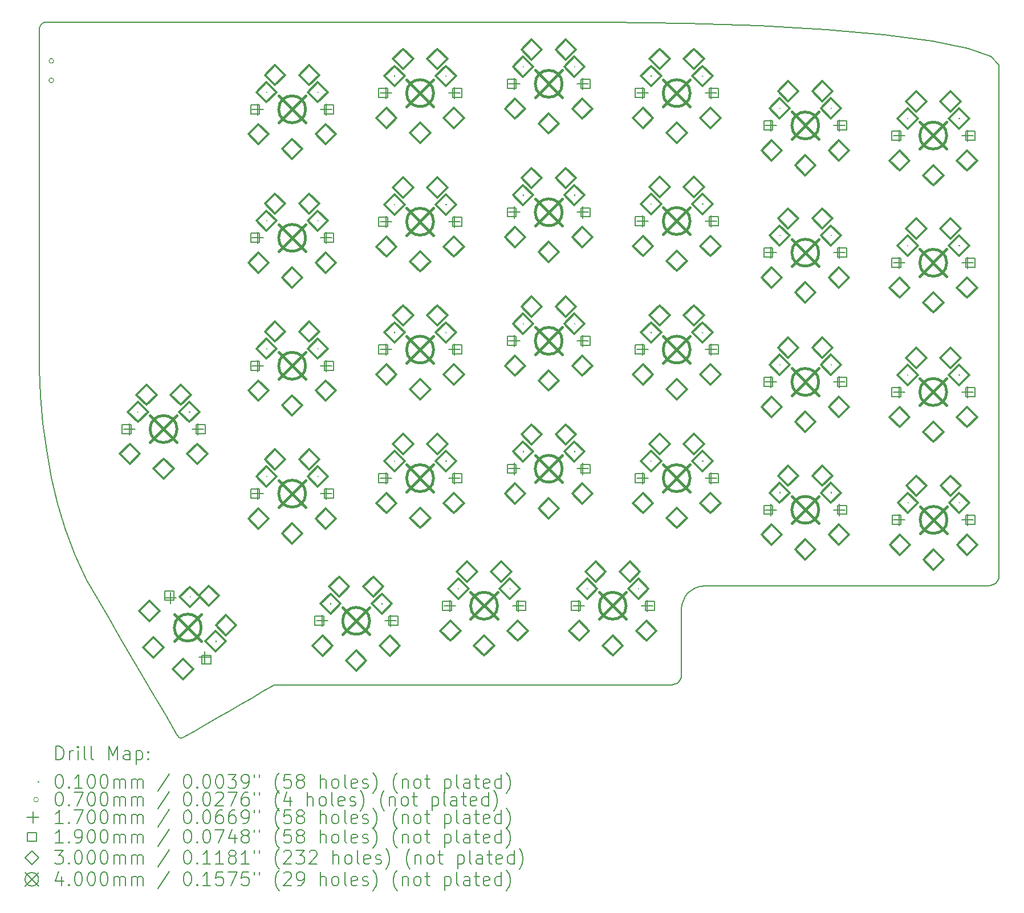
<source format=gbr>
%TF.GenerationSoftware,KiCad,Pcbnew,8.0.5*%
%TF.CreationDate,2024-10-03T23:55:07-04:00*%
%TF.ProjectId,Lily58_Pro,4c696c79-3538-45f5-9072-6f2e6b696361,rev?*%
%TF.SameCoordinates,Original*%
%TF.FileFunction,Drillmap*%
%TF.FilePolarity,Positive*%
%FSLAX45Y45*%
G04 Gerber Fmt 4.5, Leading zero omitted, Abs format (unit mm)*
G04 Created by KiCad (PCBNEW 8.0.5) date 2024-10-03 23:55:07*
%MOMM*%
%LPD*%
G01*
G04 APERTURE LIST*
%ADD10C,0.200000*%
%ADD11C,0.100000*%
%ADD12C,0.170000*%
%ADD13C,0.190000*%
%ADD14C,0.300000*%
%ADD15C,0.400000*%
G04 APERTURE END LIST*
D10*
X8357930Y-3716921D02*
X8377646Y-3710807D01*
X22088932Y-4096385D02*
X21552570Y-3988516D01*
X17831935Y-12428973D02*
X17831935Y-12550777D01*
X8293753Y-5705756D02*
X8293753Y-5075063D01*
X9439604Y-3708676D02*
X8398821Y-3708676D01*
X13602738Y-3708676D02*
X12561954Y-3708676D01*
X9837134Y-13432002D02*
X10004704Y-13718634D01*
X8686311Y-11253067D02*
X8829176Y-11631807D01*
X13997174Y-13551166D02*
X14734126Y-13551166D01*
X10004704Y-13718634D02*
X10172273Y-14005266D01*
X8293753Y-6967143D02*
X8293753Y-6336449D01*
X17831935Y-13401166D02*
X17828890Y-13431415D01*
X22534222Y-11987389D02*
X22520400Y-12012870D01*
X18045633Y-12106456D02*
X18111352Y-12086078D01*
X21342484Y-12078973D02*
X21869242Y-12078973D01*
X22542955Y-11959223D02*
X22534222Y-11987389D01*
X19762209Y-12078973D02*
X20288967Y-12078973D01*
X22546000Y-11928973D02*
X22542955Y-11959223D01*
X16725088Y-3708676D02*
X15684305Y-3708676D01*
X18708693Y-12078973D02*
X19235451Y-12078973D01*
X20815726Y-12078973D02*
X21342484Y-12078973D01*
X13260222Y-13551166D02*
X13997174Y-13551166D01*
X15684305Y-3708676D02*
X14643521Y-3708676D01*
X22546000Y-6240000D02*
X22546000Y-7188162D01*
X10428886Y-14335728D02*
X10445676Y-14327176D01*
X22546000Y-4343676D02*
X22427847Y-4215619D01*
X8302066Y-3772785D02*
X8311741Y-3754949D01*
X17831935Y-12550777D02*
X17831935Y-12672581D01*
X17891668Y-12233216D02*
X17934388Y-12181427D01*
X9166856Y-12285474D02*
X9334426Y-12572106D01*
X17740350Y-13539388D02*
X17712184Y-13548121D01*
X22546000Y-4343676D02*
X22546000Y-5291838D01*
X17831935Y-13159797D02*
X17831935Y-13281601D01*
X8377646Y-3710807D02*
X8398821Y-3708676D01*
X19235451Y-12078973D02*
X19762209Y-12078973D01*
X19980765Y-3817049D02*
X18991954Y-3758537D01*
X16208030Y-13551166D02*
X16944983Y-13551166D01*
X12561954Y-3708676D02*
X11521171Y-3708676D01*
X9334426Y-12572106D02*
X9501995Y-12858738D01*
X18111352Y-12086078D02*
X18181935Y-12078973D01*
X8324557Y-3739412D02*
X8340094Y-3726596D01*
X20842076Y-3894556D02*
X19980765Y-3817049D01*
X17806335Y-13485062D02*
X17788026Y-13507257D01*
X8313569Y-9261756D02*
X8349030Y-9665766D01*
X17934388Y-12181427D02*
X17986177Y-12138706D01*
X17986177Y-12138706D02*
X18045633Y-12106456D01*
X8295952Y-3792501D02*
X8302066Y-3772785D01*
X10948384Y-14036134D02*
X11115954Y-13939120D01*
X10445676Y-14327176D02*
X10613245Y-14230162D01*
X20288967Y-12078973D02*
X20815726Y-12078973D01*
X8293753Y-7597836D02*
X8293753Y-6967143D01*
X8311741Y-3754949D02*
X8324557Y-3739412D01*
X11521171Y-3708676D02*
X10480388Y-3708676D01*
X11451092Y-13745092D02*
X11618662Y-13648078D01*
X11618662Y-13648078D02*
X11786231Y-13551064D01*
X22454415Y-12067195D02*
X22426249Y-12075929D01*
X11283523Y-13842106D02*
X11451092Y-13745092D01*
X18181935Y-12078973D02*
X18708693Y-12078973D01*
X14643521Y-3708676D02*
X13602738Y-3708676D01*
X8293753Y-6336449D02*
X8293753Y-5705756D01*
X17828890Y-13431415D02*
X17820157Y-13459581D01*
X17765831Y-13525566D02*
X17740350Y-13539388D01*
X17831935Y-12916189D02*
X17831935Y-13037993D01*
X10480388Y-3708676D02*
X9439604Y-3708676D01*
X10613245Y-14230162D02*
X10780815Y-14133148D01*
X10780815Y-14133148D02*
X10948384Y-14036134D01*
X10398125Y-14341397D02*
X10413021Y-14340447D01*
X17831935Y-12794385D02*
X17831935Y-12916189D01*
X8568800Y-10864913D02*
X8686311Y-11253067D01*
X17712184Y-13548121D02*
X17681935Y-13551166D01*
X17898956Y-3721565D02*
X16725088Y-3708676D01*
X8340094Y-3726596D02*
X8357930Y-3716921D01*
X10413021Y-14340447D02*
X10428886Y-14335728D01*
X8829176Y-11631807D02*
X8999333Y-11998954D01*
X8293753Y-5075063D02*
X8293753Y-4444370D01*
X8293778Y-8859232D02*
X8313569Y-9261756D01*
X10339843Y-14291898D02*
X10349184Y-14308815D01*
X15471078Y-13551166D02*
X16208030Y-13551166D01*
X14734126Y-13551166D02*
X15471078Y-13551166D01*
X17859417Y-12292671D02*
X17891668Y-12233216D01*
X17820157Y-13459581D02*
X17806335Y-13485062D01*
X22427847Y-4215619D02*
X22088932Y-4096385D01*
X21869242Y-12078973D02*
X22396000Y-12078973D01*
X9501995Y-12858738D02*
X9669565Y-13145370D01*
X10371433Y-14332253D02*
X10384247Y-14338644D01*
X22479896Y-12053374D02*
X22454415Y-12067195D01*
X17831935Y-13281601D02*
X17831935Y-13401166D01*
X10172273Y-14005266D02*
X10339843Y-14291898D01*
X22546000Y-10980811D02*
X22546000Y-11928973D01*
X8293753Y-4444370D02*
X8293753Y-3813676D01*
X22546000Y-10032649D02*
X22546000Y-10980811D01*
X8402097Y-10069083D02*
X8474708Y-10469525D01*
X22546000Y-9084487D02*
X22546000Y-10032649D01*
X17831935Y-12672581D02*
X17831935Y-12794385D01*
X22520400Y-12012870D02*
X22502091Y-12035065D01*
X17788026Y-13507257D02*
X17765831Y-13525566D01*
X17839039Y-12358391D02*
X17859417Y-12292671D01*
X8293821Y-3813676D02*
X8295952Y-3792501D01*
X10384247Y-14338644D02*
X10398125Y-14341397D01*
X17831935Y-13037993D02*
X17831935Y-13159797D01*
X16944983Y-13551166D02*
X17681935Y-13551166D01*
X21552570Y-3988516D02*
X20842076Y-3894556D01*
X8474708Y-10469525D02*
X8568800Y-10864913D01*
X11786317Y-13551166D02*
X12523269Y-13551166D01*
X22546000Y-5291838D02*
X22546000Y-6240000D01*
X12523269Y-13551166D02*
X13260222Y-13551166D01*
X8293753Y-8228530D02*
X8293753Y-7597836D01*
X22426249Y-12075929D02*
X22396000Y-12078973D01*
X17831935Y-12428973D02*
X17839039Y-12358391D01*
X8999287Y-11998842D02*
X9166856Y-12285474D01*
X22502091Y-12035065D02*
X22479896Y-12053374D01*
X18991954Y-3758537D02*
X17898956Y-3721565D01*
X8293753Y-8859223D02*
X8293753Y-8228530D01*
X11115954Y-13939120D02*
X11283523Y-13842106D01*
X10359730Y-14322288D02*
X10371433Y-14332253D01*
X9669565Y-13145370D02*
X9837134Y-13432002D01*
X22546000Y-7188162D02*
X22546000Y-8136324D01*
X10349184Y-14308815D02*
X10359730Y-14322288D01*
X8349030Y-9665766D02*
X8402097Y-10069083D01*
X22546000Y-8136324D02*
X22546000Y-9084487D01*
D11*
X9752500Y-9487000D02*
X9762500Y-9497000D01*
X9762500Y-9487000D02*
X9752500Y-9497000D01*
X10517500Y-9487000D02*
X10527500Y-9497000D01*
X10527500Y-9487000D02*
X10517500Y-9497000D01*
X10527185Y-12234745D02*
X10537185Y-12244745D01*
X10537185Y-12234745D02*
X10527185Y-12244745D01*
X10909685Y-12897255D02*
X10919685Y-12907255D01*
X10919685Y-12897255D02*
X10909685Y-12907255D01*
X11662500Y-4737000D02*
X11672500Y-4747000D01*
X11672500Y-4737000D02*
X11662500Y-4747000D01*
X11662500Y-6647000D02*
X11672500Y-6657000D01*
X11672500Y-6647000D02*
X11662500Y-6657000D01*
X11662500Y-8547000D02*
X11672500Y-8557000D01*
X11672500Y-8547000D02*
X11662500Y-8557000D01*
X11662500Y-10447000D02*
X11672500Y-10457000D01*
X11672500Y-10447000D02*
X11662500Y-10457000D01*
X12427500Y-4737000D02*
X12437500Y-4747000D01*
X12437500Y-4737000D02*
X12427500Y-4747000D01*
X12427500Y-6647000D02*
X12437500Y-6657000D01*
X12437500Y-6647000D02*
X12427500Y-6657000D01*
X12427500Y-8547000D02*
X12437500Y-8557000D01*
X12437500Y-8547000D02*
X12427500Y-8557000D01*
X12427500Y-10447000D02*
X12437500Y-10457000D01*
X12437500Y-10447000D02*
X12427500Y-10457000D01*
X12612500Y-12337000D02*
X12622500Y-12347000D01*
X12622500Y-12337000D02*
X12612500Y-12347000D01*
X13377500Y-12337000D02*
X13387500Y-12347000D01*
X13387500Y-12337000D02*
X13377500Y-12347000D01*
X13562500Y-4497000D02*
X13572500Y-4507000D01*
X13572500Y-4497000D02*
X13562500Y-4507000D01*
X13562500Y-6407000D02*
X13572500Y-6417000D01*
X13572500Y-6407000D02*
X13562500Y-6417000D01*
X13562500Y-8307000D02*
X13572500Y-8317000D01*
X13572500Y-8307000D02*
X13562500Y-8317000D01*
X13562500Y-10217000D02*
X13572500Y-10227000D01*
X13572500Y-10217000D02*
X13562500Y-10227000D01*
X14327500Y-4497000D02*
X14337500Y-4507000D01*
X14337500Y-4497000D02*
X14327500Y-4507000D01*
X14327500Y-6407000D02*
X14337500Y-6417000D01*
X14337500Y-6407000D02*
X14327500Y-6417000D01*
X14327500Y-8307000D02*
X14337500Y-8317000D01*
X14337500Y-8307000D02*
X14327500Y-8317000D01*
X14327500Y-10217000D02*
X14337500Y-10227000D01*
X14337500Y-10217000D02*
X14327500Y-10227000D01*
X14512500Y-12112000D02*
X14522500Y-12122000D01*
X14522500Y-12112000D02*
X14512500Y-12122000D01*
X15277500Y-12112000D02*
X15287500Y-12122000D01*
X15287500Y-12112000D02*
X15277500Y-12122000D01*
X15472500Y-4358000D02*
X15482500Y-4368000D01*
X15482500Y-4358000D02*
X15472500Y-4368000D01*
X15472500Y-6267000D02*
X15482500Y-6277000D01*
X15482500Y-6267000D02*
X15472500Y-6277000D01*
X15472500Y-8177000D02*
X15482500Y-8187000D01*
X15482500Y-8177000D02*
X15472500Y-8187000D01*
X15472500Y-10077000D02*
X15482500Y-10087000D01*
X15482500Y-10077000D02*
X15472500Y-10087000D01*
X16237500Y-4358000D02*
X16247500Y-4368000D01*
X16247500Y-4358000D02*
X16237500Y-4368000D01*
X16237500Y-6267000D02*
X16247500Y-6277000D01*
X16247500Y-6267000D02*
X16237500Y-6277000D01*
X16237500Y-8177000D02*
X16247500Y-8187000D01*
X16247500Y-8177000D02*
X16237500Y-8187000D01*
X16237500Y-10077000D02*
X16247500Y-10087000D01*
X16247500Y-10077000D02*
X16237500Y-10087000D01*
X16422500Y-12112000D02*
X16432500Y-12122000D01*
X16432500Y-12112000D02*
X16422500Y-12122000D01*
X17187500Y-12112000D02*
X17197500Y-12122000D01*
X17197500Y-12112000D02*
X17187500Y-12122000D01*
X17372500Y-4497000D02*
X17382500Y-4507000D01*
X17382500Y-4497000D02*
X17372500Y-4507000D01*
X17372500Y-6397000D02*
X17382500Y-6407000D01*
X17382500Y-6397000D02*
X17372500Y-6407000D01*
X17372500Y-8307000D02*
X17382500Y-8317000D01*
X17382500Y-8307000D02*
X17372500Y-8317000D01*
X17372500Y-10217000D02*
X17382500Y-10227000D01*
X17382500Y-10217000D02*
X17372500Y-10227000D01*
X18137500Y-4497000D02*
X18147500Y-4507000D01*
X18147500Y-4497000D02*
X18137500Y-4507000D01*
X18137500Y-6397000D02*
X18147500Y-6407000D01*
X18147500Y-6397000D02*
X18137500Y-6407000D01*
X18137500Y-8307000D02*
X18147500Y-8317000D01*
X18147500Y-8307000D02*
X18137500Y-8317000D01*
X18137500Y-10217000D02*
X18147500Y-10227000D01*
X18147500Y-10217000D02*
X18137500Y-10227000D01*
X19282500Y-4977000D02*
X19292500Y-4987000D01*
X19292500Y-4977000D02*
X19282500Y-4987000D01*
X19282500Y-6867000D02*
X19292500Y-6877000D01*
X19292500Y-6867000D02*
X19282500Y-6877000D01*
X19282500Y-8787000D02*
X19292500Y-8797000D01*
X19292500Y-8787000D02*
X19282500Y-8797000D01*
X19282500Y-10687000D02*
X19292500Y-10697000D01*
X19292500Y-10687000D02*
X19282500Y-10697000D01*
X20047500Y-4977000D02*
X20057500Y-4987000D01*
X20057500Y-4977000D02*
X20047500Y-4987000D01*
X20047500Y-6867000D02*
X20057500Y-6877000D01*
X20057500Y-6867000D02*
X20047500Y-6877000D01*
X20047500Y-8787000D02*
X20057500Y-8797000D01*
X20057500Y-8787000D02*
X20047500Y-8797000D01*
X20047500Y-10687000D02*
X20057500Y-10697000D01*
X20057500Y-10687000D02*
X20047500Y-10697000D01*
X21182500Y-5127000D02*
X21192500Y-5137000D01*
X21192500Y-5127000D02*
X21182500Y-5137000D01*
X21182500Y-7017000D02*
X21192500Y-7027000D01*
X21192500Y-7017000D02*
X21182500Y-7027000D01*
X21182500Y-8937000D02*
X21192500Y-8947000D01*
X21192500Y-8937000D02*
X21182500Y-8947000D01*
X21187500Y-10837000D02*
X21197500Y-10847000D01*
X21197500Y-10837000D02*
X21187500Y-10847000D01*
X21947500Y-5127000D02*
X21957500Y-5137000D01*
X21957500Y-5127000D02*
X21947500Y-5137000D01*
X21947500Y-7017000D02*
X21957500Y-7027000D01*
X21957500Y-7017000D02*
X21947500Y-7027000D01*
X21947500Y-8937000D02*
X21957500Y-8947000D01*
X21957500Y-8937000D02*
X21947500Y-8947000D01*
X21952500Y-10837000D02*
X21962500Y-10847000D01*
X21962500Y-10837000D02*
X21952500Y-10847000D01*
X8508200Y-4277500D02*
G75*
G02*
X8438200Y-4277500I-35000J0D01*
G01*
X8438200Y-4277500D02*
G75*
G02*
X8508200Y-4277500I35000J0D01*
G01*
X8508200Y-4282500D02*
G75*
G02*
X8438200Y-4282500I-35000J0D01*
G01*
X8438200Y-4282500D02*
G75*
G02*
X8508200Y-4282500I35000J0D01*
G01*
X8508200Y-4567500D02*
G75*
G02*
X8438200Y-4567500I-35000J0D01*
G01*
X8438200Y-4567500D02*
G75*
G02*
X8508200Y-4567500I35000J0D01*
G01*
X8508200Y-4572500D02*
G75*
G02*
X8438200Y-4572500I-35000J0D01*
G01*
X8438200Y-4572500D02*
G75*
G02*
X8508200Y-4572500I35000J0D01*
G01*
D12*
X9632000Y-9665000D02*
X9632000Y-9835000D01*
X9547000Y-9750000D02*
X9717000Y-9750000D01*
X10246000Y-12175059D02*
X10246000Y-12345059D01*
X10161000Y-12260059D02*
X10331000Y-12260059D01*
X10648000Y-9665000D02*
X10648000Y-9835000D01*
X10563000Y-9750000D02*
X10733000Y-9750000D01*
X10754000Y-13054941D02*
X10754000Y-13224941D01*
X10669000Y-13139941D02*
X10839000Y-13139941D01*
X11542000Y-4915000D02*
X11542000Y-5085000D01*
X11457000Y-5000000D02*
X11627000Y-5000000D01*
X11542000Y-6825000D02*
X11542000Y-6995000D01*
X11457000Y-6910000D02*
X11627000Y-6910000D01*
X11542000Y-8725000D02*
X11542000Y-8895000D01*
X11457000Y-8810000D02*
X11627000Y-8810000D01*
X11542000Y-10625000D02*
X11542000Y-10795000D01*
X11457000Y-10710000D02*
X11627000Y-10710000D01*
X12492000Y-12515000D02*
X12492000Y-12685000D01*
X12407000Y-12600000D02*
X12577000Y-12600000D01*
X12558000Y-4915000D02*
X12558000Y-5085000D01*
X12473000Y-5000000D02*
X12643000Y-5000000D01*
X12558000Y-6825000D02*
X12558000Y-6995000D01*
X12473000Y-6910000D02*
X12643000Y-6910000D01*
X12558000Y-8725000D02*
X12558000Y-8895000D01*
X12473000Y-8810000D02*
X12643000Y-8810000D01*
X12558000Y-10625000D02*
X12558000Y-10795000D01*
X12473000Y-10710000D02*
X12643000Y-10710000D01*
X13442000Y-4675000D02*
X13442000Y-4845000D01*
X13357000Y-4760000D02*
X13527000Y-4760000D01*
X13442000Y-6585000D02*
X13442000Y-6755000D01*
X13357000Y-6670000D02*
X13527000Y-6670000D01*
X13442000Y-8485000D02*
X13442000Y-8655000D01*
X13357000Y-8570000D02*
X13527000Y-8570000D01*
X13442000Y-10395000D02*
X13442000Y-10565000D01*
X13357000Y-10480000D02*
X13527000Y-10480000D01*
X13508000Y-12515000D02*
X13508000Y-12685000D01*
X13423000Y-12600000D02*
X13593000Y-12600000D01*
X14392000Y-12290000D02*
X14392000Y-12460000D01*
X14307000Y-12375000D02*
X14477000Y-12375000D01*
X14458000Y-4675000D02*
X14458000Y-4845000D01*
X14373000Y-4760000D02*
X14543000Y-4760000D01*
X14458000Y-6585000D02*
X14458000Y-6755000D01*
X14373000Y-6670000D02*
X14543000Y-6670000D01*
X14458000Y-8485000D02*
X14458000Y-8655000D01*
X14373000Y-8570000D02*
X14543000Y-8570000D01*
X14458000Y-10395000D02*
X14458000Y-10565000D01*
X14373000Y-10480000D02*
X14543000Y-10480000D01*
X15352000Y-4536000D02*
X15352000Y-4706000D01*
X15267000Y-4621000D02*
X15437000Y-4621000D01*
X15352000Y-6445000D02*
X15352000Y-6615000D01*
X15267000Y-6530000D02*
X15437000Y-6530000D01*
X15352000Y-8355000D02*
X15352000Y-8525000D01*
X15267000Y-8440000D02*
X15437000Y-8440000D01*
X15352000Y-10255000D02*
X15352000Y-10425000D01*
X15267000Y-10340000D02*
X15437000Y-10340000D01*
X15408000Y-12290000D02*
X15408000Y-12460000D01*
X15323000Y-12375000D02*
X15493000Y-12375000D01*
X16302000Y-12290000D02*
X16302000Y-12460000D01*
X16217000Y-12375000D02*
X16387000Y-12375000D01*
X16368000Y-4536000D02*
X16368000Y-4706000D01*
X16283000Y-4621000D02*
X16453000Y-4621000D01*
X16368000Y-6445000D02*
X16368000Y-6615000D01*
X16283000Y-6530000D02*
X16453000Y-6530000D01*
X16368000Y-8355000D02*
X16368000Y-8525000D01*
X16283000Y-8440000D02*
X16453000Y-8440000D01*
X16368000Y-10255000D02*
X16368000Y-10425000D01*
X16283000Y-10340000D02*
X16453000Y-10340000D01*
X17252000Y-4675000D02*
X17252000Y-4845000D01*
X17167000Y-4760000D02*
X17337000Y-4760000D01*
X17252000Y-6575000D02*
X17252000Y-6745000D01*
X17167000Y-6660000D02*
X17337000Y-6660000D01*
X17252000Y-8485000D02*
X17252000Y-8655000D01*
X17167000Y-8570000D02*
X17337000Y-8570000D01*
X17252000Y-10395000D02*
X17252000Y-10565000D01*
X17167000Y-10480000D02*
X17337000Y-10480000D01*
X17318000Y-12290000D02*
X17318000Y-12460000D01*
X17233000Y-12375000D02*
X17403000Y-12375000D01*
X18268000Y-4675000D02*
X18268000Y-4845000D01*
X18183000Y-4760000D02*
X18353000Y-4760000D01*
X18268000Y-6575000D02*
X18268000Y-6745000D01*
X18183000Y-6660000D02*
X18353000Y-6660000D01*
X18268000Y-8485000D02*
X18268000Y-8655000D01*
X18183000Y-8570000D02*
X18353000Y-8570000D01*
X18268000Y-10395000D02*
X18268000Y-10565000D01*
X18183000Y-10480000D02*
X18353000Y-10480000D01*
X19162000Y-5155000D02*
X19162000Y-5325000D01*
X19077000Y-5240000D02*
X19247000Y-5240000D01*
X19162000Y-7045000D02*
X19162000Y-7215000D01*
X19077000Y-7130000D02*
X19247000Y-7130000D01*
X19162000Y-8965000D02*
X19162000Y-9135000D01*
X19077000Y-9050000D02*
X19247000Y-9050000D01*
X19162000Y-10865000D02*
X19162000Y-11035000D01*
X19077000Y-10950000D02*
X19247000Y-10950000D01*
X20178000Y-5155000D02*
X20178000Y-5325000D01*
X20093000Y-5240000D02*
X20263000Y-5240000D01*
X20178000Y-7045000D02*
X20178000Y-7215000D01*
X20093000Y-7130000D02*
X20263000Y-7130000D01*
X20178000Y-8965000D02*
X20178000Y-9135000D01*
X20093000Y-9050000D02*
X20263000Y-9050000D01*
X20178000Y-10865000D02*
X20178000Y-11035000D01*
X20093000Y-10950000D02*
X20263000Y-10950000D01*
X21062000Y-5305000D02*
X21062000Y-5475000D01*
X20977000Y-5390000D02*
X21147000Y-5390000D01*
X21062000Y-7195000D02*
X21062000Y-7365000D01*
X20977000Y-7280000D02*
X21147000Y-7280000D01*
X21062000Y-9115000D02*
X21062000Y-9285000D01*
X20977000Y-9200000D02*
X21147000Y-9200000D01*
X21067000Y-11015000D02*
X21067000Y-11185000D01*
X20982000Y-11100000D02*
X21152000Y-11100000D01*
X22078000Y-5305000D02*
X22078000Y-5475000D01*
X21993000Y-5390000D02*
X22163000Y-5390000D01*
X22078000Y-7195000D02*
X22078000Y-7365000D01*
X21993000Y-7280000D02*
X22163000Y-7280000D01*
X22078000Y-9115000D02*
X22078000Y-9285000D01*
X21993000Y-9200000D02*
X22163000Y-9200000D01*
X22083000Y-11015000D02*
X22083000Y-11185000D01*
X21998000Y-11100000D02*
X22168000Y-11100000D01*
D13*
X9657176Y-9817176D02*
X9657176Y-9682824D01*
X9522824Y-9682824D01*
X9522824Y-9817176D01*
X9657176Y-9817176D01*
X10292176Y-12290862D02*
X10292176Y-12156510D01*
X10157824Y-12156510D01*
X10157824Y-12290862D01*
X10292176Y-12290862D01*
X10757176Y-9817176D02*
X10757176Y-9682824D01*
X10622824Y-9682824D01*
X10622824Y-9817176D01*
X10757176Y-9817176D01*
X10842176Y-13243490D02*
X10842176Y-13109138D01*
X10707824Y-13109138D01*
X10707824Y-13243490D01*
X10842176Y-13243490D01*
X11567176Y-5067176D02*
X11567176Y-4932824D01*
X11432824Y-4932824D01*
X11432824Y-5067176D01*
X11567176Y-5067176D01*
X11567176Y-6977176D02*
X11567176Y-6842824D01*
X11432824Y-6842824D01*
X11432824Y-6977176D01*
X11567176Y-6977176D01*
X11567176Y-8877176D02*
X11567176Y-8742824D01*
X11432824Y-8742824D01*
X11432824Y-8877176D01*
X11567176Y-8877176D01*
X11567176Y-10777176D02*
X11567176Y-10642824D01*
X11432824Y-10642824D01*
X11432824Y-10777176D01*
X11567176Y-10777176D01*
X12517176Y-12667176D02*
X12517176Y-12532824D01*
X12382824Y-12532824D01*
X12382824Y-12667176D01*
X12517176Y-12667176D01*
X12667176Y-5067176D02*
X12667176Y-4932824D01*
X12532824Y-4932824D01*
X12532824Y-5067176D01*
X12667176Y-5067176D01*
X12667176Y-6977176D02*
X12667176Y-6842824D01*
X12532824Y-6842824D01*
X12532824Y-6977176D01*
X12667176Y-6977176D01*
X12667176Y-8877176D02*
X12667176Y-8742824D01*
X12532824Y-8742824D01*
X12532824Y-8877176D01*
X12667176Y-8877176D01*
X12667176Y-10777176D02*
X12667176Y-10642824D01*
X12532824Y-10642824D01*
X12532824Y-10777176D01*
X12667176Y-10777176D01*
X13467176Y-4827176D02*
X13467176Y-4692824D01*
X13332824Y-4692824D01*
X13332824Y-4827176D01*
X13467176Y-4827176D01*
X13467176Y-6737176D02*
X13467176Y-6602824D01*
X13332824Y-6602824D01*
X13332824Y-6737176D01*
X13467176Y-6737176D01*
X13467176Y-8637176D02*
X13467176Y-8502824D01*
X13332824Y-8502824D01*
X13332824Y-8637176D01*
X13467176Y-8637176D01*
X13467176Y-10547176D02*
X13467176Y-10412824D01*
X13332824Y-10412824D01*
X13332824Y-10547176D01*
X13467176Y-10547176D01*
X13617176Y-12667176D02*
X13617176Y-12532824D01*
X13482824Y-12532824D01*
X13482824Y-12667176D01*
X13617176Y-12667176D01*
X14417176Y-12442176D02*
X14417176Y-12307824D01*
X14282824Y-12307824D01*
X14282824Y-12442176D01*
X14417176Y-12442176D01*
X14567176Y-4827176D02*
X14567176Y-4692824D01*
X14432824Y-4692824D01*
X14432824Y-4827176D01*
X14567176Y-4827176D01*
X14567176Y-6737176D02*
X14567176Y-6602824D01*
X14432824Y-6602824D01*
X14432824Y-6737176D01*
X14567176Y-6737176D01*
X14567176Y-8637176D02*
X14567176Y-8502824D01*
X14432824Y-8502824D01*
X14432824Y-8637176D01*
X14567176Y-8637176D01*
X14567176Y-10547176D02*
X14567176Y-10412824D01*
X14432824Y-10412824D01*
X14432824Y-10547176D01*
X14567176Y-10547176D01*
X15377176Y-4688176D02*
X15377176Y-4553824D01*
X15242824Y-4553824D01*
X15242824Y-4688176D01*
X15377176Y-4688176D01*
X15377176Y-6597176D02*
X15377176Y-6462824D01*
X15242824Y-6462824D01*
X15242824Y-6597176D01*
X15377176Y-6597176D01*
X15377176Y-8507176D02*
X15377176Y-8372824D01*
X15242824Y-8372824D01*
X15242824Y-8507176D01*
X15377176Y-8507176D01*
X15377176Y-10407176D02*
X15377176Y-10272824D01*
X15242824Y-10272824D01*
X15242824Y-10407176D01*
X15377176Y-10407176D01*
X15517176Y-12442176D02*
X15517176Y-12307824D01*
X15382824Y-12307824D01*
X15382824Y-12442176D01*
X15517176Y-12442176D01*
X16327176Y-12442176D02*
X16327176Y-12307824D01*
X16192824Y-12307824D01*
X16192824Y-12442176D01*
X16327176Y-12442176D01*
X16477176Y-4688176D02*
X16477176Y-4553824D01*
X16342824Y-4553824D01*
X16342824Y-4688176D01*
X16477176Y-4688176D01*
X16477176Y-6597176D02*
X16477176Y-6462824D01*
X16342824Y-6462824D01*
X16342824Y-6597176D01*
X16477176Y-6597176D01*
X16477176Y-8507176D02*
X16477176Y-8372824D01*
X16342824Y-8372824D01*
X16342824Y-8507176D01*
X16477176Y-8507176D01*
X16477176Y-10407176D02*
X16477176Y-10272824D01*
X16342824Y-10272824D01*
X16342824Y-10407176D01*
X16477176Y-10407176D01*
X17277176Y-4827176D02*
X17277176Y-4692824D01*
X17142824Y-4692824D01*
X17142824Y-4827176D01*
X17277176Y-4827176D01*
X17277176Y-6727176D02*
X17277176Y-6592824D01*
X17142824Y-6592824D01*
X17142824Y-6727176D01*
X17277176Y-6727176D01*
X17277176Y-8637176D02*
X17277176Y-8502824D01*
X17142824Y-8502824D01*
X17142824Y-8637176D01*
X17277176Y-8637176D01*
X17277176Y-10547176D02*
X17277176Y-10412824D01*
X17142824Y-10412824D01*
X17142824Y-10547176D01*
X17277176Y-10547176D01*
X17427176Y-12442176D02*
X17427176Y-12307824D01*
X17292824Y-12307824D01*
X17292824Y-12442176D01*
X17427176Y-12442176D01*
X18377176Y-4827176D02*
X18377176Y-4692824D01*
X18242824Y-4692824D01*
X18242824Y-4827176D01*
X18377176Y-4827176D01*
X18377176Y-6727176D02*
X18377176Y-6592824D01*
X18242824Y-6592824D01*
X18242824Y-6727176D01*
X18377176Y-6727176D01*
X18377176Y-8637176D02*
X18377176Y-8502824D01*
X18242824Y-8502824D01*
X18242824Y-8637176D01*
X18377176Y-8637176D01*
X18377176Y-10547176D02*
X18377176Y-10412824D01*
X18242824Y-10412824D01*
X18242824Y-10547176D01*
X18377176Y-10547176D01*
X19187176Y-5307176D02*
X19187176Y-5172824D01*
X19052824Y-5172824D01*
X19052824Y-5307176D01*
X19187176Y-5307176D01*
X19187176Y-7197176D02*
X19187176Y-7062824D01*
X19052824Y-7062824D01*
X19052824Y-7197176D01*
X19187176Y-7197176D01*
X19187176Y-9117176D02*
X19187176Y-8982824D01*
X19052824Y-8982824D01*
X19052824Y-9117176D01*
X19187176Y-9117176D01*
X19187176Y-11017176D02*
X19187176Y-10882824D01*
X19052824Y-10882824D01*
X19052824Y-11017176D01*
X19187176Y-11017176D01*
X20287176Y-5307176D02*
X20287176Y-5172824D01*
X20152824Y-5172824D01*
X20152824Y-5307176D01*
X20287176Y-5307176D01*
X20287176Y-7197176D02*
X20287176Y-7062824D01*
X20152824Y-7062824D01*
X20152824Y-7197176D01*
X20287176Y-7197176D01*
X20287176Y-9117176D02*
X20287176Y-8982824D01*
X20152824Y-8982824D01*
X20152824Y-9117176D01*
X20287176Y-9117176D01*
X20287176Y-11017176D02*
X20287176Y-10882824D01*
X20152824Y-10882824D01*
X20152824Y-11017176D01*
X20287176Y-11017176D01*
X21087176Y-5457176D02*
X21087176Y-5322824D01*
X20952824Y-5322824D01*
X20952824Y-5457176D01*
X21087176Y-5457176D01*
X21087176Y-7347176D02*
X21087176Y-7212824D01*
X20952824Y-7212824D01*
X20952824Y-7347176D01*
X21087176Y-7347176D01*
X21087176Y-9267176D02*
X21087176Y-9132824D01*
X20952824Y-9132824D01*
X20952824Y-9267176D01*
X21087176Y-9267176D01*
X21092176Y-11167176D02*
X21092176Y-11032824D01*
X20957824Y-11032824D01*
X20957824Y-11167176D01*
X21092176Y-11167176D01*
X22187176Y-5457176D02*
X22187176Y-5322824D01*
X22052824Y-5322824D01*
X22052824Y-5457176D01*
X22187176Y-5457176D01*
X22187176Y-7347176D02*
X22187176Y-7212824D01*
X22052824Y-7212824D01*
X22052824Y-7347176D01*
X22187176Y-7347176D01*
X22187176Y-9267176D02*
X22187176Y-9132824D01*
X22052824Y-9132824D01*
X22052824Y-9267176D01*
X22187176Y-9267176D01*
X22192176Y-11167176D02*
X22192176Y-11032824D01*
X22057824Y-11032824D01*
X22057824Y-11167176D01*
X22192176Y-11167176D01*
D14*
X9640000Y-10270000D02*
X9790000Y-10120000D01*
X9640000Y-9970000D01*
X9490000Y-10120000D01*
X9640000Y-10270000D01*
X9759000Y-9646000D02*
X9909000Y-9496000D01*
X9759000Y-9346000D01*
X9609000Y-9496000D01*
X9759000Y-9646000D01*
X9886000Y-9392000D02*
X10036000Y-9242000D01*
X9886000Y-9092000D01*
X9736000Y-9242000D01*
X9886000Y-9392000D01*
X9929571Y-12601987D02*
X10079571Y-12451987D01*
X9929571Y-12301987D01*
X9779571Y-12451987D01*
X9929571Y-12601987D01*
X9989045Y-13145000D02*
X10139045Y-12995000D01*
X9989045Y-12845000D01*
X9839045Y-12995000D01*
X9989045Y-13145000D01*
X10140000Y-10490000D02*
X10290000Y-10340000D01*
X10140000Y-10190000D01*
X9990000Y-10340000D01*
X10140000Y-10490000D01*
X10394000Y-9392000D02*
X10544000Y-9242000D01*
X10394000Y-9092000D01*
X10244000Y-9242000D01*
X10394000Y-9392000D01*
X10429571Y-13468013D02*
X10579571Y-13318013D01*
X10429571Y-13168013D01*
X10279571Y-13318013D01*
X10429571Y-13468013D01*
X10521000Y-9646000D02*
X10671000Y-9496000D01*
X10521000Y-9346000D01*
X10371000Y-9496000D01*
X10521000Y-9646000D01*
X10521000Y-9646000D02*
X10671000Y-9496000D01*
X10521000Y-9346000D01*
X10371000Y-9496000D01*
X10521000Y-9646000D01*
X10529471Y-12393044D02*
X10679471Y-12243044D01*
X10529471Y-12093044D01*
X10379471Y-12243044D01*
X10529471Y-12393044D01*
X10640000Y-10270000D02*
X10790000Y-10120000D01*
X10640000Y-9970000D01*
X10490000Y-10120000D01*
X10640000Y-10270000D01*
X10812941Y-12376029D02*
X10962941Y-12226029D01*
X10812941Y-12076029D01*
X10662941Y-12226029D01*
X10812941Y-12376029D01*
X10910471Y-13052956D02*
X11060471Y-12902956D01*
X10910471Y-12752956D01*
X10760471Y-12902956D01*
X10910471Y-13052956D01*
X10910471Y-13052956D02*
X11060471Y-12902956D01*
X10910471Y-12752956D01*
X10760471Y-12902956D01*
X10910471Y-13052956D01*
X11066941Y-12815970D02*
X11216941Y-12665970D01*
X11066941Y-12515970D01*
X10916941Y-12665970D01*
X11066941Y-12815970D01*
X11550000Y-5520000D02*
X11700000Y-5370000D01*
X11550000Y-5220000D01*
X11400000Y-5370000D01*
X11550000Y-5520000D01*
X11550000Y-7430000D02*
X11700000Y-7280000D01*
X11550000Y-7130000D01*
X11400000Y-7280000D01*
X11550000Y-7430000D01*
X11550000Y-9330000D02*
X11700000Y-9180000D01*
X11550000Y-9030000D01*
X11400000Y-9180000D01*
X11550000Y-9330000D01*
X11550000Y-11230000D02*
X11700000Y-11080000D01*
X11550000Y-10930000D01*
X11400000Y-11080000D01*
X11550000Y-11230000D01*
X11669000Y-4896000D02*
X11819000Y-4746000D01*
X11669000Y-4596000D01*
X11519000Y-4746000D01*
X11669000Y-4896000D01*
X11669000Y-6806000D02*
X11819000Y-6656000D01*
X11669000Y-6506000D01*
X11519000Y-6656000D01*
X11669000Y-6806000D01*
X11669000Y-8706000D02*
X11819000Y-8556000D01*
X11669000Y-8406000D01*
X11519000Y-8556000D01*
X11669000Y-8706000D01*
X11669000Y-10606000D02*
X11819000Y-10456000D01*
X11669000Y-10306000D01*
X11519000Y-10456000D01*
X11669000Y-10606000D01*
X11796000Y-4642000D02*
X11946000Y-4492000D01*
X11796000Y-4342000D01*
X11646000Y-4492000D01*
X11796000Y-4642000D01*
X11796000Y-6552000D02*
X11946000Y-6402000D01*
X11796000Y-6252000D01*
X11646000Y-6402000D01*
X11796000Y-6552000D01*
X11796000Y-8452000D02*
X11946000Y-8302000D01*
X11796000Y-8152000D01*
X11646000Y-8302000D01*
X11796000Y-8452000D01*
X11796000Y-10352000D02*
X11946000Y-10202000D01*
X11796000Y-10052000D01*
X11646000Y-10202000D01*
X11796000Y-10352000D01*
X12050000Y-5740000D02*
X12200000Y-5590000D01*
X12050000Y-5440000D01*
X11900000Y-5590000D01*
X12050000Y-5740000D01*
X12050000Y-7650000D02*
X12200000Y-7500000D01*
X12050000Y-7350000D01*
X11900000Y-7500000D01*
X12050000Y-7650000D01*
X12050000Y-9550000D02*
X12200000Y-9400000D01*
X12050000Y-9250000D01*
X11900000Y-9400000D01*
X12050000Y-9550000D01*
X12050000Y-11450000D02*
X12200000Y-11300000D01*
X12050000Y-11150000D01*
X11900000Y-11300000D01*
X12050000Y-11450000D01*
X12304000Y-4642000D02*
X12454000Y-4492000D01*
X12304000Y-4342000D01*
X12154000Y-4492000D01*
X12304000Y-4642000D01*
X12304000Y-6552000D02*
X12454000Y-6402000D01*
X12304000Y-6252000D01*
X12154000Y-6402000D01*
X12304000Y-6552000D01*
X12304000Y-8452000D02*
X12454000Y-8302000D01*
X12304000Y-8152000D01*
X12154000Y-8302000D01*
X12304000Y-8452000D01*
X12304000Y-10352000D02*
X12454000Y-10202000D01*
X12304000Y-10052000D01*
X12154000Y-10202000D01*
X12304000Y-10352000D01*
X12431000Y-4896000D02*
X12581000Y-4746000D01*
X12431000Y-4596000D01*
X12281000Y-4746000D01*
X12431000Y-4896000D01*
X12431000Y-4896000D02*
X12581000Y-4746000D01*
X12431000Y-4596000D01*
X12281000Y-4746000D01*
X12431000Y-4896000D01*
X12431000Y-6806000D02*
X12581000Y-6656000D01*
X12431000Y-6506000D01*
X12281000Y-6656000D01*
X12431000Y-6806000D01*
X12431000Y-6806000D02*
X12581000Y-6656000D01*
X12431000Y-6506000D01*
X12281000Y-6656000D01*
X12431000Y-6806000D01*
X12431000Y-8706000D02*
X12581000Y-8556000D01*
X12431000Y-8406000D01*
X12281000Y-8556000D01*
X12431000Y-8706000D01*
X12431000Y-8706000D02*
X12581000Y-8556000D01*
X12431000Y-8406000D01*
X12281000Y-8556000D01*
X12431000Y-8706000D01*
X12431000Y-10606000D02*
X12581000Y-10456000D01*
X12431000Y-10306000D01*
X12281000Y-10456000D01*
X12431000Y-10606000D01*
X12431000Y-10606000D02*
X12581000Y-10456000D01*
X12431000Y-10306000D01*
X12281000Y-10456000D01*
X12431000Y-10606000D01*
X12500000Y-13120000D02*
X12650000Y-12970000D01*
X12500000Y-12820000D01*
X12350000Y-12970000D01*
X12500000Y-13120000D01*
X12550000Y-5520000D02*
X12700000Y-5370000D01*
X12550000Y-5220000D01*
X12400000Y-5370000D01*
X12550000Y-5520000D01*
X12550000Y-7430000D02*
X12700000Y-7280000D01*
X12550000Y-7130000D01*
X12400000Y-7280000D01*
X12550000Y-7430000D01*
X12550000Y-9330000D02*
X12700000Y-9180000D01*
X12550000Y-9030000D01*
X12400000Y-9180000D01*
X12550000Y-9330000D01*
X12550000Y-11230000D02*
X12700000Y-11080000D01*
X12550000Y-10930000D01*
X12400000Y-11080000D01*
X12550000Y-11230000D01*
X12619000Y-12496000D02*
X12769000Y-12346000D01*
X12619000Y-12196000D01*
X12469000Y-12346000D01*
X12619000Y-12496000D01*
X12746000Y-12242000D02*
X12896000Y-12092000D01*
X12746000Y-11942000D01*
X12596000Y-12092000D01*
X12746000Y-12242000D01*
X13000000Y-13340000D02*
X13150000Y-13190000D01*
X13000000Y-13040000D01*
X12850000Y-13190000D01*
X13000000Y-13340000D01*
X13254000Y-12242000D02*
X13404000Y-12092000D01*
X13254000Y-11942000D01*
X13104000Y-12092000D01*
X13254000Y-12242000D01*
X13381000Y-12496000D02*
X13531000Y-12346000D01*
X13381000Y-12196000D01*
X13231000Y-12346000D01*
X13381000Y-12496000D01*
X13381000Y-12496000D02*
X13531000Y-12346000D01*
X13381000Y-12196000D01*
X13231000Y-12346000D01*
X13381000Y-12496000D01*
X13450000Y-5280000D02*
X13600000Y-5130000D01*
X13450000Y-4980000D01*
X13300000Y-5130000D01*
X13450000Y-5280000D01*
X13450000Y-7190000D02*
X13600000Y-7040000D01*
X13450000Y-6890000D01*
X13300000Y-7040000D01*
X13450000Y-7190000D01*
X13450000Y-9090000D02*
X13600000Y-8940000D01*
X13450000Y-8790000D01*
X13300000Y-8940000D01*
X13450000Y-9090000D01*
X13450000Y-11000000D02*
X13600000Y-10850000D01*
X13450000Y-10700000D01*
X13300000Y-10850000D01*
X13450000Y-11000000D01*
X13500000Y-13120000D02*
X13650000Y-12970000D01*
X13500000Y-12820000D01*
X13350000Y-12970000D01*
X13500000Y-13120000D01*
X13569000Y-4656000D02*
X13719000Y-4506000D01*
X13569000Y-4356000D01*
X13419000Y-4506000D01*
X13569000Y-4656000D01*
X13569000Y-6566000D02*
X13719000Y-6416000D01*
X13569000Y-6266000D01*
X13419000Y-6416000D01*
X13569000Y-6566000D01*
X13569000Y-8466000D02*
X13719000Y-8316000D01*
X13569000Y-8166000D01*
X13419000Y-8316000D01*
X13569000Y-8466000D01*
X13569000Y-10376000D02*
X13719000Y-10226000D01*
X13569000Y-10076000D01*
X13419000Y-10226000D01*
X13569000Y-10376000D01*
X13696000Y-4402000D02*
X13846000Y-4252000D01*
X13696000Y-4102000D01*
X13546000Y-4252000D01*
X13696000Y-4402000D01*
X13696000Y-6312000D02*
X13846000Y-6162000D01*
X13696000Y-6012000D01*
X13546000Y-6162000D01*
X13696000Y-6312000D01*
X13696000Y-8212000D02*
X13846000Y-8062000D01*
X13696000Y-7912000D01*
X13546000Y-8062000D01*
X13696000Y-8212000D01*
X13696000Y-10122000D02*
X13846000Y-9972000D01*
X13696000Y-9822000D01*
X13546000Y-9972000D01*
X13696000Y-10122000D01*
X13950000Y-5500000D02*
X14100000Y-5350000D01*
X13950000Y-5200000D01*
X13800000Y-5350000D01*
X13950000Y-5500000D01*
X13950000Y-7410000D02*
X14100000Y-7260000D01*
X13950000Y-7110000D01*
X13800000Y-7260000D01*
X13950000Y-7410000D01*
X13950000Y-9310000D02*
X14100000Y-9160000D01*
X13950000Y-9010000D01*
X13800000Y-9160000D01*
X13950000Y-9310000D01*
X13950000Y-11220000D02*
X14100000Y-11070000D01*
X13950000Y-10920000D01*
X13800000Y-11070000D01*
X13950000Y-11220000D01*
X14204000Y-4402000D02*
X14354000Y-4252000D01*
X14204000Y-4102000D01*
X14054000Y-4252000D01*
X14204000Y-4402000D01*
X14204000Y-6312000D02*
X14354000Y-6162000D01*
X14204000Y-6012000D01*
X14054000Y-6162000D01*
X14204000Y-6312000D01*
X14204000Y-8212000D02*
X14354000Y-8062000D01*
X14204000Y-7912000D01*
X14054000Y-8062000D01*
X14204000Y-8212000D01*
X14204000Y-10122000D02*
X14354000Y-9972000D01*
X14204000Y-9822000D01*
X14054000Y-9972000D01*
X14204000Y-10122000D01*
X14331000Y-4656000D02*
X14481000Y-4506000D01*
X14331000Y-4356000D01*
X14181000Y-4506000D01*
X14331000Y-4656000D01*
X14331000Y-4656000D02*
X14481000Y-4506000D01*
X14331000Y-4356000D01*
X14181000Y-4506000D01*
X14331000Y-4656000D01*
X14331000Y-6566000D02*
X14481000Y-6416000D01*
X14331000Y-6266000D01*
X14181000Y-6416000D01*
X14331000Y-6566000D01*
X14331000Y-6566000D02*
X14481000Y-6416000D01*
X14331000Y-6266000D01*
X14181000Y-6416000D01*
X14331000Y-6566000D01*
X14331000Y-8466000D02*
X14481000Y-8316000D01*
X14331000Y-8166000D01*
X14181000Y-8316000D01*
X14331000Y-8466000D01*
X14331000Y-8466000D02*
X14481000Y-8316000D01*
X14331000Y-8166000D01*
X14181000Y-8316000D01*
X14331000Y-8466000D01*
X14331000Y-10376000D02*
X14481000Y-10226000D01*
X14331000Y-10076000D01*
X14181000Y-10226000D01*
X14331000Y-10376000D01*
X14331000Y-10376000D02*
X14481000Y-10226000D01*
X14331000Y-10076000D01*
X14181000Y-10226000D01*
X14331000Y-10376000D01*
X14400000Y-12895000D02*
X14550000Y-12745000D01*
X14400000Y-12595000D01*
X14250000Y-12745000D01*
X14400000Y-12895000D01*
X14450000Y-5280000D02*
X14600000Y-5130000D01*
X14450000Y-4980000D01*
X14300000Y-5130000D01*
X14450000Y-5280000D01*
X14450000Y-7190000D02*
X14600000Y-7040000D01*
X14450000Y-6890000D01*
X14300000Y-7040000D01*
X14450000Y-7190000D01*
X14450000Y-9090000D02*
X14600000Y-8940000D01*
X14450000Y-8790000D01*
X14300000Y-8940000D01*
X14450000Y-9090000D01*
X14450000Y-11000000D02*
X14600000Y-10850000D01*
X14450000Y-10700000D01*
X14300000Y-10850000D01*
X14450000Y-11000000D01*
X14519000Y-12271000D02*
X14669000Y-12121000D01*
X14519000Y-11971000D01*
X14369000Y-12121000D01*
X14519000Y-12271000D01*
X14646000Y-12017000D02*
X14796000Y-11867000D01*
X14646000Y-11717000D01*
X14496000Y-11867000D01*
X14646000Y-12017000D01*
X14900000Y-13115000D02*
X15050000Y-12965000D01*
X14900000Y-12815000D01*
X14750000Y-12965000D01*
X14900000Y-13115000D01*
X15154000Y-12017000D02*
X15304000Y-11867000D01*
X15154000Y-11717000D01*
X15004000Y-11867000D01*
X15154000Y-12017000D01*
X15281000Y-12271000D02*
X15431000Y-12121000D01*
X15281000Y-11971000D01*
X15131000Y-12121000D01*
X15281000Y-12271000D01*
X15281000Y-12271000D02*
X15431000Y-12121000D01*
X15281000Y-11971000D01*
X15131000Y-12121000D01*
X15281000Y-12271000D01*
X15360000Y-5141000D02*
X15510000Y-4991000D01*
X15360000Y-4841000D01*
X15210000Y-4991000D01*
X15360000Y-5141000D01*
X15360000Y-7050000D02*
X15510000Y-6900000D01*
X15360000Y-6750000D01*
X15210000Y-6900000D01*
X15360000Y-7050000D01*
X15360000Y-8960000D02*
X15510000Y-8810000D01*
X15360000Y-8660000D01*
X15210000Y-8810000D01*
X15360000Y-8960000D01*
X15360000Y-10860000D02*
X15510000Y-10710000D01*
X15360000Y-10560000D01*
X15210000Y-10710000D01*
X15360000Y-10860000D01*
X15400000Y-12895000D02*
X15550000Y-12745000D01*
X15400000Y-12595000D01*
X15250000Y-12745000D01*
X15400000Y-12895000D01*
X15479000Y-4517000D02*
X15629000Y-4367000D01*
X15479000Y-4217000D01*
X15329000Y-4367000D01*
X15479000Y-4517000D01*
X15479000Y-6426000D02*
X15629000Y-6276000D01*
X15479000Y-6126000D01*
X15329000Y-6276000D01*
X15479000Y-6426000D01*
X15479000Y-8336000D02*
X15629000Y-8186000D01*
X15479000Y-8036000D01*
X15329000Y-8186000D01*
X15479000Y-8336000D01*
X15479000Y-10236000D02*
X15629000Y-10086000D01*
X15479000Y-9936000D01*
X15329000Y-10086000D01*
X15479000Y-10236000D01*
X15606000Y-4263000D02*
X15756000Y-4113000D01*
X15606000Y-3963000D01*
X15456000Y-4113000D01*
X15606000Y-4263000D01*
X15606000Y-6172000D02*
X15756000Y-6022000D01*
X15606000Y-5872000D01*
X15456000Y-6022000D01*
X15606000Y-6172000D01*
X15606000Y-8082000D02*
X15756000Y-7932000D01*
X15606000Y-7782000D01*
X15456000Y-7932000D01*
X15606000Y-8082000D01*
X15606000Y-9982000D02*
X15756000Y-9832000D01*
X15606000Y-9682000D01*
X15456000Y-9832000D01*
X15606000Y-9982000D01*
X15860000Y-5361000D02*
X16010000Y-5211000D01*
X15860000Y-5061000D01*
X15710000Y-5211000D01*
X15860000Y-5361000D01*
X15860000Y-7270000D02*
X16010000Y-7120000D01*
X15860000Y-6970000D01*
X15710000Y-7120000D01*
X15860000Y-7270000D01*
X15860000Y-9180000D02*
X16010000Y-9030000D01*
X15860000Y-8880000D01*
X15710000Y-9030000D01*
X15860000Y-9180000D01*
X15860000Y-11080000D02*
X16010000Y-10930000D01*
X15860000Y-10780000D01*
X15710000Y-10930000D01*
X15860000Y-11080000D01*
X16114000Y-4263000D02*
X16264000Y-4113000D01*
X16114000Y-3963000D01*
X15964000Y-4113000D01*
X16114000Y-4263000D01*
X16114000Y-6172000D02*
X16264000Y-6022000D01*
X16114000Y-5872000D01*
X15964000Y-6022000D01*
X16114000Y-6172000D01*
X16114000Y-8082000D02*
X16264000Y-7932000D01*
X16114000Y-7782000D01*
X15964000Y-7932000D01*
X16114000Y-8082000D01*
X16114000Y-9982000D02*
X16264000Y-9832000D01*
X16114000Y-9682000D01*
X15964000Y-9832000D01*
X16114000Y-9982000D01*
X16241000Y-4517000D02*
X16391000Y-4367000D01*
X16241000Y-4217000D01*
X16091000Y-4367000D01*
X16241000Y-4517000D01*
X16241000Y-4517000D02*
X16391000Y-4367000D01*
X16241000Y-4217000D01*
X16091000Y-4367000D01*
X16241000Y-4517000D01*
X16241000Y-6426000D02*
X16391000Y-6276000D01*
X16241000Y-6126000D01*
X16091000Y-6276000D01*
X16241000Y-6426000D01*
X16241000Y-6426000D02*
X16391000Y-6276000D01*
X16241000Y-6126000D01*
X16091000Y-6276000D01*
X16241000Y-6426000D01*
X16241000Y-8336000D02*
X16391000Y-8186000D01*
X16241000Y-8036000D01*
X16091000Y-8186000D01*
X16241000Y-8336000D01*
X16241000Y-8336000D02*
X16391000Y-8186000D01*
X16241000Y-8036000D01*
X16091000Y-8186000D01*
X16241000Y-8336000D01*
X16241000Y-10236000D02*
X16391000Y-10086000D01*
X16241000Y-9936000D01*
X16091000Y-10086000D01*
X16241000Y-10236000D01*
X16241000Y-10236000D02*
X16391000Y-10086000D01*
X16241000Y-9936000D01*
X16091000Y-10086000D01*
X16241000Y-10236000D01*
X16310000Y-12895000D02*
X16460000Y-12745000D01*
X16310000Y-12595000D01*
X16160000Y-12745000D01*
X16310000Y-12895000D01*
X16360000Y-5141000D02*
X16510000Y-4991000D01*
X16360000Y-4841000D01*
X16210000Y-4991000D01*
X16360000Y-5141000D01*
X16360000Y-7050000D02*
X16510000Y-6900000D01*
X16360000Y-6750000D01*
X16210000Y-6900000D01*
X16360000Y-7050000D01*
X16360000Y-8960000D02*
X16510000Y-8810000D01*
X16360000Y-8660000D01*
X16210000Y-8810000D01*
X16360000Y-8960000D01*
X16360000Y-10860000D02*
X16510000Y-10710000D01*
X16360000Y-10560000D01*
X16210000Y-10710000D01*
X16360000Y-10860000D01*
X16429000Y-12271000D02*
X16579000Y-12121000D01*
X16429000Y-11971000D01*
X16279000Y-12121000D01*
X16429000Y-12271000D01*
X16556000Y-12017000D02*
X16706000Y-11867000D01*
X16556000Y-11717000D01*
X16406000Y-11867000D01*
X16556000Y-12017000D01*
X16810000Y-13115000D02*
X16960000Y-12965000D01*
X16810000Y-12815000D01*
X16660000Y-12965000D01*
X16810000Y-13115000D01*
X17064000Y-12017000D02*
X17214000Y-11867000D01*
X17064000Y-11717000D01*
X16914000Y-11867000D01*
X17064000Y-12017000D01*
X17191000Y-12271000D02*
X17341000Y-12121000D01*
X17191000Y-11971000D01*
X17041000Y-12121000D01*
X17191000Y-12271000D01*
X17191000Y-12271000D02*
X17341000Y-12121000D01*
X17191000Y-11971000D01*
X17041000Y-12121000D01*
X17191000Y-12271000D01*
X17260000Y-5280000D02*
X17410000Y-5130000D01*
X17260000Y-4980000D01*
X17110000Y-5130000D01*
X17260000Y-5280000D01*
X17260000Y-7180000D02*
X17410000Y-7030000D01*
X17260000Y-6880000D01*
X17110000Y-7030000D01*
X17260000Y-7180000D01*
X17260000Y-9090000D02*
X17410000Y-8940000D01*
X17260000Y-8790000D01*
X17110000Y-8940000D01*
X17260000Y-9090000D01*
X17260000Y-11000000D02*
X17410000Y-10850000D01*
X17260000Y-10700000D01*
X17110000Y-10850000D01*
X17260000Y-11000000D01*
X17310000Y-12895000D02*
X17460000Y-12745000D01*
X17310000Y-12595000D01*
X17160000Y-12745000D01*
X17310000Y-12895000D01*
X17379000Y-4656000D02*
X17529000Y-4506000D01*
X17379000Y-4356000D01*
X17229000Y-4506000D01*
X17379000Y-4656000D01*
X17379000Y-6556000D02*
X17529000Y-6406000D01*
X17379000Y-6256000D01*
X17229000Y-6406000D01*
X17379000Y-6556000D01*
X17379000Y-8466000D02*
X17529000Y-8316000D01*
X17379000Y-8166000D01*
X17229000Y-8316000D01*
X17379000Y-8466000D01*
X17379000Y-10376000D02*
X17529000Y-10226000D01*
X17379000Y-10076000D01*
X17229000Y-10226000D01*
X17379000Y-10376000D01*
X17506000Y-4402000D02*
X17656000Y-4252000D01*
X17506000Y-4102000D01*
X17356000Y-4252000D01*
X17506000Y-4402000D01*
X17506000Y-6302000D02*
X17656000Y-6152000D01*
X17506000Y-6002000D01*
X17356000Y-6152000D01*
X17506000Y-6302000D01*
X17506000Y-8212000D02*
X17656000Y-8062000D01*
X17506000Y-7912000D01*
X17356000Y-8062000D01*
X17506000Y-8212000D01*
X17506000Y-10122000D02*
X17656000Y-9972000D01*
X17506000Y-9822000D01*
X17356000Y-9972000D01*
X17506000Y-10122000D01*
X17760000Y-5500000D02*
X17910000Y-5350000D01*
X17760000Y-5200000D01*
X17610000Y-5350000D01*
X17760000Y-5500000D01*
X17760000Y-7400000D02*
X17910000Y-7250000D01*
X17760000Y-7100000D01*
X17610000Y-7250000D01*
X17760000Y-7400000D01*
X17760000Y-9310000D02*
X17910000Y-9160000D01*
X17760000Y-9010000D01*
X17610000Y-9160000D01*
X17760000Y-9310000D01*
X17760000Y-11220000D02*
X17910000Y-11070000D01*
X17760000Y-10920000D01*
X17610000Y-11070000D01*
X17760000Y-11220000D01*
X18014000Y-4402000D02*
X18164000Y-4252000D01*
X18014000Y-4102000D01*
X17864000Y-4252000D01*
X18014000Y-4402000D01*
X18014000Y-6302000D02*
X18164000Y-6152000D01*
X18014000Y-6002000D01*
X17864000Y-6152000D01*
X18014000Y-6302000D01*
X18014000Y-8212000D02*
X18164000Y-8062000D01*
X18014000Y-7912000D01*
X17864000Y-8062000D01*
X18014000Y-8212000D01*
X18014000Y-10122000D02*
X18164000Y-9972000D01*
X18014000Y-9822000D01*
X17864000Y-9972000D01*
X18014000Y-10122000D01*
X18141000Y-4656000D02*
X18291000Y-4506000D01*
X18141000Y-4356000D01*
X17991000Y-4506000D01*
X18141000Y-4656000D01*
X18141000Y-4656000D02*
X18291000Y-4506000D01*
X18141000Y-4356000D01*
X17991000Y-4506000D01*
X18141000Y-4656000D01*
X18141000Y-6556000D02*
X18291000Y-6406000D01*
X18141000Y-6256000D01*
X17991000Y-6406000D01*
X18141000Y-6556000D01*
X18141000Y-6556000D02*
X18291000Y-6406000D01*
X18141000Y-6256000D01*
X17991000Y-6406000D01*
X18141000Y-6556000D01*
X18141000Y-8466000D02*
X18291000Y-8316000D01*
X18141000Y-8166000D01*
X17991000Y-8316000D01*
X18141000Y-8466000D01*
X18141000Y-8466000D02*
X18291000Y-8316000D01*
X18141000Y-8166000D01*
X17991000Y-8316000D01*
X18141000Y-8466000D01*
X18141000Y-10376000D02*
X18291000Y-10226000D01*
X18141000Y-10076000D01*
X17991000Y-10226000D01*
X18141000Y-10376000D01*
X18141000Y-10376000D02*
X18291000Y-10226000D01*
X18141000Y-10076000D01*
X17991000Y-10226000D01*
X18141000Y-10376000D01*
X18260000Y-5280000D02*
X18410000Y-5130000D01*
X18260000Y-4980000D01*
X18110000Y-5130000D01*
X18260000Y-5280000D01*
X18260000Y-7180000D02*
X18410000Y-7030000D01*
X18260000Y-6880000D01*
X18110000Y-7030000D01*
X18260000Y-7180000D01*
X18260000Y-9090000D02*
X18410000Y-8940000D01*
X18260000Y-8790000D01*
X18110000Y-8940000D01*
X18260000Y-9090000D01*
X18260000Y-11000000D02*
X18410000Y-10850000D01*
X18260000Y-10700000D01*
X18110000Y-10850000D01*
X18260000Y-11000000D01*
X19170000Y-5760000D02*
X19320000Y-5610000D01*
X19170000Y-5460000D01*
X19020000Y-5610000D01*
X19170000Y-5760000D01*
X19170000Y-7650000D02*
X19320000Y-7500000D01*
X19170000Y-7350000D01*
X19020000Y-7500000D01*
X19170000Y-7650000D01*
X19170000Y-9570000D02*
X19320000Y-9420000D01*
X19170000Y-9270000D01*
X19020000Y-9420000D01*
X19170000Y-9570000D01*
X19170000Y-11470000D02*
X19320000Y-11320000D01*
X19170000Y-11170000D01*
X19020000Y-11320000D01*
X19170000Y-11470000D01*
X19289000Y-5136000D02*
X19439000Y-4986000D01*
X19289000Y-4836000D01*
X19139000Y-4986000D01*
X19289000Y-5136000D01*
X19289000Y-7026000D02*
X19439000Y-6876000D01*
X19289000Y-6726000D01*
X19139000Y-6876000D01*
X19289000Y-7026000D01*
X19289000Y-8946000D02*
X19439000Y-8796000D01*
X19289000Y-8646000D01*
X19139000Y-8796000D01*
X19289000Y-8946000D01*
X19289000Y-10846000D02*
X19439000Y-10696000D01*
X19289000Y-10546000D01*
X19139000Y-10696000D01*
X19289000Y-10846000D01*
X19416000Y-4882000D02*
X19566000Y-4732000D01*
X19416000Y-4582000D01*
X19266000Y-4732000D01*
X19416000Y-4882000D01*
X19416000Y-6772000D02*
X19566000Y-6622000D01*
X19416000Y-6472000D01*
X19266000Y-6622000D01*
X19416000Y-6772000D01*
X19416000Y-8692000D02*
X19566000Y-8542000D01*
X19416000Y-8392000D01*
X19266000Y-8542000D01*
X19416000Y-8692000D01*
X19416000Y-10592000D02*
X19566000Y-10442000D01*
X19416000Y-10292000D01*
X19266000Y-10442000D01*
X19416000Y-10592000D01*
X19670000Y-5980000D02*
X19820000Y-5830000D01*
X19670000Y-5680000D01*
X19520000Y-5830000D01*
X19670000Y-5980000D01*
X19670000Y-7870000D02*
X19820000Y-7720000D01*
X19670000Y-7570000D01*
X19520000Y-7720000D01*
X19670000Y-7870000D01*
X19670000Y-9790000D02*
X19820000Y-9640000D01*
X19670000Y-9490000D01*
X19520000Y-9640000D01*
X19670000Y-9790000D01*
X19670000Y-11690000D02*
X19820000Y-11540000D01*
X19670000Y-11390000D01*
X19520000Y-11540000D01*
X19670000Y-11690000D01*
X19924000Y-4882000D02*
X20074000Y-4732000D01*
X19924000Y-4582000D01*
X19774000Y-4732000D01*
X19924000Y-4882000D01*
X19924000Y-6772000D02*
X20074000Y-6622000D01*
X19924000Y-6472000D01*
X19774000Y-6622000D01*
X19924000Y-6772000D01*
X19924000Y-8692000D02*
X20074000Y-8542000D01*
X19924000Y-8392000D01*
X19774000Y-8542000D01*
X19924000Y-8692000D01*
X19924000Y-10592000D02*
X20074000Y-10442000D01*
X19924000Y-10292000D01*
X19774000Y-10442000D01*
X19924000Y-10592000D01*
X20051000Y-5136000D02*
X20201000Y-4986000D01*
X20051000Y-4836000D01*
X19901000Y-4986000D01*
X20051000Y-5136000D01*
X20051000Y-5136000D02*
X20201000Y-4986000D01*
X20051000Y-4836000D01*
X19901000Y-4986000D01*
X20051000Y-5136000D01*
X20051000Y-7026000D02*
X20201000Y-6876000D01*
X20051000Y-6726000D01*
X19901000Y-6876000D01*
X20051000Y-7026000D01*
X20051000Y-7026000D02*
X20201000Y-6876000D01*
X20051000Y-6726000D01*
X19901000Y-6876000D01*
X20051000Y-7026000D01*
X20051000Y-8946000D02*
X20201000Y-8796000D01*
X20051000Y-8646000D01*
X19901000Y-8796000D01*
X20051000Y-8946000D01*
X20051000Y-8946000D02*
X20201000Y-8796000D01*
X20051000Y-8646000D01*
X19901000Y-8796000D01*
X20051000Y-8946000D01*
X20051000Y-10846000D02*
X20201000Y-10696000D01*
X20051000Y-10546000D01*
X19901000Y-10696000D01*
X20051000Y-10846000D01*
X20051000Y-10846000D02*
X20201000Y-10696000D01*
X20051000Y-10546000D01*
X19901000Y-10696000D01*
X20051000Y-10846000D01*
X20170000Y-5760000D02*
X20320000Y-5610000D01*
X20170000Y-5460000D01*
X20020000Y-5610000D01*
X20170000Y-5760000D01*
X20170000Y-7650000D02*
X20320000Y-7500000D01*
X20170000Y-7350000D01*
X20020000Y-7500000D01*
X20170000Y-7650000D01*
X20170000Y-9570000D02*
X20320000Y-9420000D01*
X20170000Y-9270000D01*
X20020000Y-9420000D01*
X20170000Y-9570000D01*
X20170000Y-11470000D02*
X20320000Y-11320000D01*
X20170000Y-11170000D01*
X20020000Y-11320000D01*
X20170000Y-11470000D01*
X21070000Y-5910000D02*
X21220000Y-5760000D01*
X21070000Y-5610000D01*
X20920000Y-5760000D01*
X21070000Y-5910000D01*
X21070000Y-7800000D02*
X21220000Y-7650000D01*
X21070000Y-7500000D01*
X20920000Y-7650000D01*
X21070000Y-7800000D01*
X21070000Y-9720000D02*
X21220000Y-9570000D01*
X21070000Y-9420000D01*
X20920000Y-9570000D01*
X21070000Y-9720000D01*
X21075000Y-11620000D02*
X21225000Y-11470000D01*
X21075000Y-11320000D01*
X20925000Y-11470000D01*
X21075000Y-11620000D01*
X21189000Y-5286000D02*
X21339000Y-5136000D01*
X21189000Y-4986000D01*
X21039000Y-5136000D01*
X21189000Y-5286000D01*
X21189000Y-7176000D02*
X21339000Y-7026000D01*
X21189000Y-6876000D01*
X21039000Y-7026000D01*
X21189000Y-7176000D01*
X21189000Y-9096000D02*
X21339000Y-8946000D01*
X21189000Y-8796000D01*
X21039000Y-8946000D01*
X21189000Y-9096000D01*
X21194000Y-10996000D02*
X21344000Y-10846000D01*
X21194000Y-10696000D01*
X21044000Y-10846000D01*
X21194000Y-10996000D01*
X21316000Y-5032000D02*
X21466000Y-4882000D01*
X21316000Y-4732000D01*
X21166000Y-4882000D01*
X21316000Y-5032000D01*
X21316000Y-6922000D02*
X21466000Y-6772000D01*
X21316000Y-6622000D01*
X21166000Y-6772000D01*
X21316000Y-6922000D01*
X21316000Y-8842000D02*
X21466000Y-8692000D01*
X21316000Y-8542000D01*
X21166000Y-8692000D01*
X21316000Y-8842000D01*
X21321000Y-10742000D02*
X21471000Y-10592000D01*
X21321000Y-10442000D01*
X21171000Y-10592000D01*
X21321000Y-10742000D01*
X21570000Y-6130000D02*
X21720000Y-5980000D01*
X21570000Y-5830000D01*
X21420000Y-5980000D01*
X21570000Y-6130000D01*
X21570000Y-8020000D02*
X21720000Y-7870000D01*
X21570000Y-7720000D01*
X21420000Y-7870000D01*
X21570000Y-8020000D01*
X21570000Y-9940000D02*
X21720000Y-9790000D01*
X21570000Y-9640000D01*
X21420000Y-9790000D01*
X21570000Y-9940000D01*
X21575000Y-11840000D02*
X21725000Y-11690000D01*
X21575000Y-11540000D01*
X21425000Y-11690000D01*
X21575000Y-11840000D01*
X21824000Y-5032000D02*
X21974000Y-4882000D01*
X21824000Y-4732000D01*
X21674000Y-4882000D01*
X21824000Y-5032000D01*
X21824000Y-6922000D02*
X21974000Y-6772000D01*
X21824000Y-6622000D01*
X21674000Y-6772000D01*
X21824000Y-6922000D01*
X21824000Y-8842000D02*
X21974000Y-8692000D01*
X21824000Y-8542000D01*
X21674000Y-8692000D01*
X21824000Y-8842000D01*
X21829000Y-10742000D02*
X21979000Y-10592000D01*
X21829000Y-10442000D01*
X21679000Y-10592000D01*
X21829000Y-10742000D01*
X21951000Y-5286000D02*
X22101000Y-5136000D01*
X21951000Y-4986000D01*
X21801000Y-5136000D01*
X21951000Y-5286000D01*
X21951000Y-5286000D02*
X22101000Y-5136000D01*
X21951000Y-4986000D01*
X21801000Y-5136000D01*
X21951000Y-5286000D01*
X21951000Y-7176000D02*
X22101000Y-7026000D01*
X21951000Y-6876000D01*
X21801000Y-7026000D01*
X21951000Y-7176000D01*
X21951000Y-7176000D02*
X22101000Y-7026000D01*
X21951000Y-6876000D01*
X21801000Y-7026000D01*
X21951000Y-7176000D01*
X21951000Y-9096000D02*
X22101000Y-8946000D01*
X21951000Y-8796000D01*
X21801000Y-8946000D01*
X21951000Y-9096000D01*
X21951000Y-9096000D02*
X22101000Y-8946000D01*
X21951000Y-8796000D01*
X21801000Y-8946000D01*
X21951000Y-9096000D01*
X21956000Y-10996000D02*
X22106000Y-10846000D01*
X21956000Y-10696000D01*
X21806000Y-10846000D01*
X21956000Y-10996000D01*
X21956000Y-10996000D02*
X22106000Y-10846000D01*
X21956000Y-10696000D01*
X21806000Y-10846000D01*
X21956000Y-10996000D01*
X22070000Y-5910000D02*
X22220000Y-5760000D01*
X22070000Y-5610000D01*
X21920000Y-5760000D01*
X22070000Y-5910000D01*
X22070000Y-7800000D02*
X22220000Y-7650000D01*
X22070000Y-7500000D01*
X21920000Y-7650000D01*
X22070000Y-7800000D01*
X22070000Y-9720000D02*
X22220000Y-9570000D01*
X22070000Y-9420000D01*
X21920000Y-9570000D01*
X22070000Y-9720000D01*
X22075000Y-11620000D02*
X22225000Y-11470000D01*
X22075000Y-11320000D01*
X21925000Y-11470000D01*
X22075000Y-11620000D01*
D15*
X9940000Y-9550000D02*
X10340000Y-9950000D01*
X10340000Y-9550000D02*
X9940000Y-9950000D01*
X10340000Y-9750000D02*
G75*
G02*
X9940000Y-9750000I-200000J0D01*
G01*
X9940000Y-9750000D02*
G75*
G02*
X10340000Y-9750000I200000J0D01*
G01*
X10300000Y-12500000D02*
X10700000Y-12900000D01*
X10700000Y-12500000D02*
X10300000Y-12900000D01*
X10700000Y-12700000D02*
G75*
G02*
X10300000Y-12700000I-200000J0D01*
G01*
X10300000Y-12700000D02*
G75*
G02*
X10700000Y-12700000I200000J0D01*
G01*
X11850000Y-4800000D02*
X12250000Y-5200000D01*
X12250000Y-4800000D02*
X11850000Y-5200000D01*
X12250000Y-5000000D02*
G75*
G02*
X11850000Y-5000000I-200000J0D01*
G01*
X11850000Y-5000000D02*
G75*
G02*
X12250000Y-5000000I200000J0D01*
G01*
X11850000Y-6710000D02*
X12250000Y-7110000D01*
X12250000Y-6710000D02*
X11850000Y-7110000D01*
X12250000Y-6910000D02*
G75*
G02*
X11850000Y-6910000I-200000J0D01*
G01*
X11850000Y-6910000D02*
G75*
G02*
X12250000Y-6910000I200000J0D01*
G01*
X11850000Y-8610000D02*
X12250000Y-9010000D01*
X12250000Y-8610000D02*
X11850000Y-9010000D01*
X12250000Y-8810000D02*
G75*
G02*
X11850000Y-8810000I-200000J0D01*
G01*
X11850000Y-8810000D02*
G75*
G02*
X12250000Y-8810000I200000J0D01*
G01*
X11850000Y-10510000D02*
X12250000Y-10910000D01*
X12250000Y-10510000D02*
X11850000Y-10910000D01*
X12250000Y-10710000D02*
G75*
G02*
X11850000Y-10710000I-200000J0D01*
G01*
X11850000Y-10710000D02*
G75*
G02*
X12250000Y-10710000I200000J0D01*
G01*
X12800000Y-12400000D02*
X13200000Y-12800000D01*
X13200000Y-12400000D02*
X12800000Y-12800000D01*
X13200000Y-12600000D02*
G75*
G02*
X12800000Y-12600000I-200000J0D01*
G01*
X12800000Y-12600000D02*
G75*
G02*
X13200000Y-12600000I200000J0D01*
G01*
X13750000Y-4560000D02*
X14150000Y-4960000D01*
X14150000Y-4560000D02*
X13750000Y-4960000D01*
X14150000Y-4760000D02*
G75*
G02*
X13750000Y-4760000I-200000J0D01*
G01*
X13750000Y-4760000D02*
G75*
G02*
X14150000Y-4760000I200000J0D01*
G01*
X13750000Y-6470000D02*
X14150000Y-6870000D01*
X14150000Y-6470000D02*
X13750000Y-6870000D01*
X14150000Y-6670000D02*
G75*
G02*
X13750000Y-6670000I-200000J0D01*
G01*
X13750000Y-6670000D02*
G75*
G02*
X14150000Y-6670000I200000J0D01*
G01*
X13750000Y-8370000D02*
X14150000Y-8770000D01*
X14150000Y-8370000D02*
X13750000Y-8770000D01*
X14150000Y-8570000D02*
G75*
G02*
X13750000Y-8570000I-200000J0D01*
G01*
X13750000Y-8570000D02*
G75*
G02*
X14150000Y-8570000I200000J0D01*
G01*
X13750000Y-10280000D02*
X14150000Y-10680000D01*
X14150000Y-10280000D02*
X13750000Y-10680000D01*
X14150000Y-10480000D02*
G75*
G02*
X13750000Y-10480000I-200000J0D01*
G01*
X13750000Y-10480000D02*
G75*
G02*
X14150000Y-10480000I200000J0D01*
G01*
X14700000Y-12175000D02*
X15100000Y-12575000D01*
X15100000Y-12175000D02*
X14700000Y-12575000D01*
X15100000Y-12375000D02*
G75*
G02*
X14700000Y-12375000I-200000J0D01*
G01*
X14700000Y-12375000D02*
G75*
G02*
X15100000Y-12375000I200000J0D01*
G01*
X15660000Y-4421000D02*
X16060000Y-4821000D01*
X16060000Y-4421000D02*
X15660000Y-4821000D01*
X16060000Y-4621000D02*
G75*
G02*
X15660000Y-4621000I-200000J0D01*
G01*
X15660000Y-4621000D02*
G75*
G02*
X16060000Y-4621000I200000J0D01*
G01*
X15660000Y-6330000D02*
X16060000Y-6730000D01*
X16060000Y-6330000D02*
X15660000Y-6730000D01*
X16060000Y-6530000D02*
G75*
G02*
X15660000Y-6530000I-200000J0D01*
G01*
X15660000Y-6530000D02*
G75*
G02*
X16060000Y-6530000I200000J0D01*
G01*
X15660000Y-8240000D02*
X16060000Y-8640000D01*
X16060000Y-8240000D02*
X15660000Y-8640000D01*
X16060000Y-8440000D02*
G75*
G02*
X15660000Y-8440000I-200000J0D01*
G01*
X15660000Y-8440000D02*
G75*
G02*
X16060000Y-8440000I200000J0D01*
G01*
X15660000Y-10140000D02*
X16060000Y-10540000D01*
X16060000Y-10140000D02*
X15660000Y-10540000D01*
X16060000Y-10340000D02*
G75*
G02*
X15660000Y-10340000I-200000J0D01*
G01*
X15660000Y-10340000D02*
G75*
G02*
X16060000Y-10340000I200000J0D01*
G01*
X16610000Y-12175000D02*
X17010000Y-12575000D01*
X17010000Y-12175000D02*
X16610000Y-12575000D01*
X17010000Y-12375000D02*
G75*
G02*
X16610000Y-12375000I-200000J0D01*
G01*
X16610000Y-12375000D02*
G75*
G02*
X17010000Y-12375000I200000J0D01*
G01*
X17560000Y-4560000D02*
X17960000Y-4960000D01*
X17960000Y-4560000D02*
X17560000Y-4960000D01*
X17960000Y-4760000D02*
G75*
G02*
X17560000Y-4760000I-200000J0D01*
G01*
X17560000Y-4760000D02*
G75*
G02*
X17960000Y-4760000I200000J0D01*
G01*
X17560000Y-6460000D02*
X17960000Y-6860000D01*
X17960000Y-6460000D02*
X17560000Y-6860000D01*
X17960000Y-6660000D02*
G75*
G02*
X17560000Y-6660000I-200000J0D01*
G01*
X17560000Y-6660000D02*
G75*
G02*
X17960000Y-6660000I200000J0D01*
G01*
X17560000Y-8370000D02*
X17960000Y-8770000D01*
X17960000Y-8370000D02*
X17560000Y-8770000D01*
X17960000Y-8570000D02*
G75*
G02*
X17560000Y-8570000I-200000J0D01*
G01*
X17560000Y-8570000D02*
G75*
G02*
X17960000Y-8570000I200000J0D01*
G01*
X17560000Y-10280000D02*
X17960000Y-10680000D01*
X17960000Y-10280000D02*
X17560000Y-10680000D01*
X17960000Y-10480000D02*
G75*
G02*
X17560000Y-10480000I-200000J0D01*
G01*
X17560000Y-10480000D02*
G75*
G02*
X17960000Y-10480000I200000J0D01*
G01*
X19470000Y-5040000D02*
X19870000Y-5440000D01*
X19870000Y-5040000D02*
X19470000Y-5440000D01*
X19870000Y-5240000D02*
G75*
G02*
X19470000Y-5240000I-200000J0D01*
G01*
X19470000Y-5240000D02*
G75*
G02*
X19870000Y-5240000I200000J0D01*
G01*
X19470000Y-6930000D02*
X19870000Y-7330000D01*
X19870000Y-6930000D02*
X19470000Y-7330000D01*
X19870000Y-7130000D02*
G75*
G02*
X19470000Y-7130000I-200000J0D01*
G01*
X19470000Y-7130000D02*
G75*
G02*
X19870000Y-7130000I200000J0D01*
G01*
X19470000Y-8850000D02*
X19870000Y-9250000D01*
X19870000Y-8850000D02*
X19470000Y-9250000D01*
X19870000Y-9050000D02*
G75*
G02*
X19470000Y-9050000I-200000J0D01*
G01*
X19470000Y-9050000D02*
G75*
G02*
X19870000Y-9050000I200000J0D01*
G01*
X19470000Y-10750000D02*
X19870000Y-11150000D01*
X19870000Y-10750000D02*
X19470000Y-11150000D01*
X19870000Y-10950000D02*
G75*
G02*
X19470000Y-10950000I-200000J0D01*
G01*
X19470000Y-10950000D02*
G75*
G02*
X19870000Y-10950000I200000J0D01*
G01*
X21370000Y-5190000D02*
X21770000Y-5590000D01*
X21770000Y-5190000D02*
X21370000Y-5590000D01*
X21770000Y-5390000D02*
G75*
G02*
X21370000Y-5390000I-200000J0D01*
G01*
X21370000Y-5390000D02*
G75*
G02*
X21770000Y-5390000I200000J0D01*
G01*
X21370000Y-7080000D02*
X21770000Y-7480000D01*
X21770000Y-7080000D02*
X21370000Y-7480000D01*
X21770000Y-7280000D02*
G75*
G02*
X21370000Y-7280000I-200000J0D01*
G01*
X21370000Y-7280000D02*
G75*
G02*
X21770000Y-7280000I200000J0D01*
G01*
X21370000Y-9000000D02*
X21770000Y-9400000D01*
X21770000Y-9000000D02*
X21370000Y-9400000D01*
X21770000Y-9200000D02*
G75*
G02*
X21370000Y-9200000I-200000J0D01*
G01*
X21370000Y-9200000D02*
G75*
G02*
X21770000Y-9200000I200000J0D01*
G01*
X21375000Y-10900000D02*
X21775000Y-11300000D01*
X21775000Y-10900000D02*
X21375000Y-11300000D01*
X21775000Y-11100000D02*
G75*
G02*
X21375000Y-11100000I-200000J0D01*
G01*
X21375000Y-11100000D02*
G75*
G02*
X21775000Y-11100000I200000J0D01*
G01*
D10*
X8544530Y-14662881D02*
X8544530Y-14462881D01*
X8544530Y-14462881D02*
X8592149Y-14462881D01*
X8592149Y-14462881D02*
X8620720Y-14472405D01*
X8620720Y-14472405D02*
X8639768Y-14491453D01*
X8639768Y-14491453D02*
X8649292Y-14510500D01*
X8649292Y-14510500D02*
X8658815Y-14548595D01*
X8658815Y-14548595D02*
X8658815Y-14577167D01*
X8658815Y-14577167D02*
X8649292Y-14615262D01*
X8649292Y-14615262D02*
X8639768Y-14634310D01*
X8639768Y-14634310D02*
X8620720Y-14653357D01*
X8620720Y-14653357D02*
X8592149Y-14662881D01*
X8592149Y-14662881D02*
X8544530Y-14662881D01*
X8744530Y-14662881D02*
X8744530Y-14529548D01*
X8744530Y-14567643D02*
X8754053Y-14548595D01*
X8754053Y-14548595D02*
X8763577Y-14539072D01*
X8763577Y-14539072D02*
X8782625Y-14529548D01*
X8782625Y-14529548D02*
X8801673Y-14529548D01*
X8868339Y-14662881D02*
X8868339Y-14529548D01*
X8868339Y-14462881D02*
X8858815Y-14472405D01*
X8858815Y-14472405D02*
X8868339Y-14481929D01*
X8868339Y-14481929D02*
X8877863Y-14472405D01*
X8877863Y-14472405D02*
X8868339Y-14462881D01*
X8868339Y-14462881D02*
X8868339Y-14481929D01*
X8992149Y-14662881D02*
X8973101Y-14653357D01*
X8973101Y-14653357D02*
X8963577Y-14634310D01*
X8963577Y-14634310D02*
X8963577Y-14462881D01*
X9096911Y-14662881D02*
X9077863Y-14653357D01*
X9077863Y-14653357D02*
X9068339Y-14634310D01*
X9068339Y-14634310D02*
X9068339Y-14462881D01*
X9325482Y-14662881D02*
X9325482Y-14462881D01*
X9325482Y-14462881D02*
X9392149Y-14605738D01*
X9392149Y-14605738D02*
X9458815Y-14462881D01*
X9458815Y-14462881D02*
X9458815Y-14662881D01*
X9639768Y-14662881D02*
X9639768Y-14558119D01*
X9639768Y-14558119D02*
X9630244Y-14539072D01*
X9630244Y-14539072D02*
X9611196Y-14529548D01*
X9611196Y-14529548D02*
X9573101Y-14529548D01*
X9573101Y-14529548D02*
X9554053Y-14539072D01*
X9639768Y-14653357D02*
X9620720Y-14662881D01*
X9620720Y-14662881D02*
X9573101Y-14662881D01*
X9573101Y-14662881D02*
X9554053Y-14653357D01*
X9554053Y-14653357D02*
X9544530Y-14634310D01*
X9544530Y-14634310D02*
X9544530Y-14615262D01*
X9544530Y-14615262D02*
X9554053Y-14596214D01*
X9554053Y-14596214D02*
X9573101Y-14586691D01*
X9573101Y-14586691D02*
X9620720Y-14586691D01*
X9620720Y-14586691D02*
X9639768Y-14577167D01*
X9735006Y-14529548D02*
X9735006Y-14729548D01*
X9735006Y-14539072D02*
X9754053Y-14529548D01*
X9754053Y-14529548D02*
X9792149Y-14529548D01*
X9792149Y-14529548D02*
X9811196Y-14539072D01*
X9811196Y-14539072D02*
X9820720Y-14548595D01*
X9820720Y-14548595D02*
X9830244Y-14567643D01*
X9830244Y-14567643D02*
X9830244Y-14624786D01*
X9830244Y-14624786D02*
X9820720Y-14643833D01*
X9820720Y-14643833D02*
X9811196Y-14653357D01*
X9811196Y-14653357D02*
X9792149Y-14662881D01*
X9792149Y-14662881D02*
X9754053Y-14662881D01*
X9754053Y-14662881D02*
X9735006Y-14653357D01*
X9915958Y-14643833D02*
X9925482Y-14653357D01*
X9925482Y-14653357D02*
X9915958Y-14662881D01*
X9915958Y-14662881D02*
X9906434Y-14653357D01*
X9906434Y-14653357D02*
X9915958Y-14643833D01*
X9915958Y-14643833D02*
X9915958Y-14662881D01*
X9915958Y-14539072D02*
X9925482Y-14548595D01*
X9925482Y-14548595D02*
X9915958Y-14558119D01*
X9915958Y-14558119D02*
X9906434Y-14548595D01*
X9906434Y-14548595D02*
X9915958Y-14539072D01*
X9915958Y-14539072D02*
X9915958Y-14558119D01*
D11*
X8273753Y-14986397D02*
X8283753Y-14996397D01*
X8283753Y-14986397D02*
X8273753Y-14996397D01*
D10*
X8582625Y-14882881D02*
X8601673Y-14882881D01*
X8601673Y-14882881D02*
X8620720Y-14892405D01*
X8620720Y-14892405D02*
X8630244Y-14901929D01*
X8630244Y-14901929D02*
X8639768Y-14920976D01*
X8639768Y-14920976D02*
X8649292Y-14959072D01*
X8649292Y-14959072D02*
X8649292Y-15006691D01*
X8649292Y-15006691D02*
X8639768Y-15044786D01*
X8639768Y-15044786D02*
X8630244Y-15063833D01*
X8630244Y-15063833D02*
X8620720Y-15073357D01*
X8620720Y-15073357D02*
X8601673Y-15082881D01*
X8601673Y-15082881D02*
X8582625Y-15082881D01*
X8582625Y-15082881D02*
X8563577Y-15073357D01*
X8563577Y-15073357D02*
X8554053Y-15063833D01*
X8554053Y-15063833D02*
X8544530Y-15044786D01*
X8544530Y-15044786D02*
X8535006Y-15006691D01*
X8535006Y-15006691D02*
X8535006Y-14959072D01*
X8535006Y-14959072D02*
X8544530Y-14920976D01*
X8544530Y-14920976D02*
X8554053Y-14901929D01*
X8554053Y-14901929D02*
X8563577Y-14892405D01*
X8563577Y-14892405D02*
X8582625Y-14882881D01*
X8735006Y-15063833D02*
X8744530Y-15073357D01*
X8744530Y-15073357D02*
X8735006Y-15082881D01*
X8735006Y-15082881D02*
X8725482Y-15073357D01*
X8725482Y-15073357D02*
X8735006Y-15063833D01*
X8735006Y-15063833D02*
X8735006Y-15082881D01*
X8935006Y-15082881D02*
X8820720Y-15082881D01*
X8877863Y-15082881D02*
X8877863Y-14882881D01*
X8877863Y-14882881D02*
X8858815Y-14911453D01*
X8858815Y-14911453D02*
X8839768Y-14930500D01*
X8839768Y-14930500D02*
X8820720Y-14940024D01*
X9058815Y-14882881D02*
X9077863Y-14882881D01*
X9077863Y-14882881D02*
X9096911Y-14892405D01*
X9096911Y-14892405D02*
X9106434Y-14901929D01*
X9106434Y-14901929D02*
X9115958Y-14920976D01*
X9115958Y-14920976D02*
X9125482Y-14959072D01*
X9125482Y-14959072D02*
X9125482Y-15006691D01*
X9125482Y-15006691D02*
X9115958Y-15044786D01*
X9115958Y-15044786D02*
X9106434Y-15063833D01*
X9106434Y-15063833D02*
X9096911Y-15073357D01*
X9096911Y-15073357D02*
X9077863Y-15082881D01*
X9077863Y-15082881D02*
X9058815Y-15082881D01*
X9058815Y-15082881D02*
X9039768Y-15073357D01*
X9039768Y-15073357D02*
X9030244Y-15063833D01*
X9030244Y-15063833D02*
X9020720Y-15044786D01*
X9020720Y-15044786D02*
X9011196Y-15006691D01*
X9011196Y-15006691D02*
X9011196Y-14959072D01*
X9011196Y-14959072D02*
X9020720Y-14920976D01*
X9020720Y-14920976D02*
X9030244Y-14901929D01*
X9030244Y-14901929D02*
X9039768Y-14892405D01*
X9039768Y-14892405D02*
X9058815Y-14882881D01*
X9249292Y-14882881D02*
X9268339Y-14882881D01*
X9268339Y-14882881D02*
X9287387Y-14892405D01*
X9287387Y-14892405D02*
X9296911Y-14901929D01*
X9296911Y-14901929D02*
X9306434Y-14920976D01*
X9306434Y-14920976D02*
X9315958Y-14959072D01*
X9315958Y-14959072D02*
X9315958Y-15006691D01*
X9315958Y-15006691D02*
X9306434Y-15044786D01*
X9306434Y-15044786D02*
X9296911Y-15063833D01*
X9296911Y-15063833D02*
X9287387Y-15073357D01*
X9287387Y-15073357D02*
X9268339Y-15082881D01*
X9268339Y-15082881D02*
X9249292Y-15082881D01*
X9249292Y-15082881D02*
X9230244Y-15073357D01*
X9230244Y-15073357D02*
X9220720Y-15063833D01*
X9220720Y-15063833D02*
X9211196Y-15044786D01*
X9211196Y-15044786D02*
X9201673Y-15006691D01*
X9201673Y-15006691D02*
X9201673Y-14959072D01*
X9201673Y-14959072D02*
X9211196Y-14920976D01*
X9211196Y-14920976D02*
X9220720Y-14901929D01*
X9220720Y-14901929D02*
X9230244Y-14892405D01*
X9230244Y-14892405D02*
X9249292Y-14882881D01*
X9401673Y-15082881D02*
X9401673Y-14949548D01*
X9401673Y-14968595D02*
X9411196Y-14959072D01*
X9411196Y-14959072D02*
X9430244Y-14949548D01*
X9430244Y-14949548D02*
X9458815Y-14949548D01*
X9458815Y-14949548D02*
X9477863Y-14959072D01*
X9477863Y-14959072D02*
X9487387Y-14978119D01*
X9487387Y-14978119D02*
X9487387Y-15082881D01*
X9487387Y-14978119D02*
X9496911Y-14959072D01*
X9496911Y-14959072D02*
X9515958Y-14949548D01*
X9515958Y-14949548D02*
X9544530Y-14949548D01*
X9544530Y-14949548D02*
X9563577Y-14959072D01*
X9563577Y-14959072D02*
X9573101Y-14978119D01*
X9573101Y-14978119D02*
X9573101Y-15082881D01*
X9668339Y-15082881D02*
X9668339Y-14949548D01*
X9668339Y-14968595D02*
X9677863Y-14959072D01*
X9677863Y-14959072D02*
X9696911Y-14949548D01*
X9696911Y-14949548D02*
X9725482Y-14949548D01*
X9725482Y-14949548D02*
X9744530Y-14959072D01*
X9744530Y-14959072D02*
X9754054Y-14978119D01*
X9754054Y-14978119D02*
X9754054Y-15082881D01*
X9754054Y-14978119D02*
X9763577Y-14959072D01*
X9763577Y-14959072D02*
X9782625Y-14949548D01*
X9782625Y-14949548D02*
X9811196Y-14949548D01*
X9811196Y-14949548D02*
X9830244Y-14959072D01*
X9830244Y-14959072D02*
X9839768Y-14978119D01*
X9839768Y-14978119D02*
X9839768Y-15082881D01*
X10230244Y-14873357D02*
X10058816Y-15130500D01*
X10487387Y-14882881D02*
X10506435Y-14882881D01*
X10506435Y-14882881D02*
X10525482Y-14892405D01*
X10525482Y-14892405D02*
X10535006Y-14901929D01*
X10535006Y-14901929D02*
X10544530Y-14920976D01*
X10544530Y-14920976D02*
X10554054Y-14959072D01*
X10554054Y-14959072D02*
X10554054Y-15006691D01*
X10554054Y-15006691D02*
X10544530Y-15044786D01*
X10544530Y-15044786D02*
X10535006Y-15063833D01*
X10535006Y-15063833D02*
X10525482Y-15073357D01*
X10525482Y-15073357D02*
X10506435Y-15082881D01*
X10506435Y-15082881D02*
X10487387Y-15082881D01*
X10487387Y-15082881D02*
X10468339Y-15073357D01*
X10468339Y-15073357D02*
X10458816Y-15063833D01*
X10458816Y-15063833D02*
X10449292Y-15044786D01*
X10449292Y-15044786D02*
X10439768Y-15006691D01*
X10439768Y-15006691D02*
X10439768Y-14959072D01*
X10439768Y-14959072D02*
X10449292Y-14920976D01*
X10449292Y-14920976D02*
X10458816Y-14901929D01*
X10458816Y-14901929D02*
X10468339Y-14892405D01*
X10468339Y-14892405D02*
X10487387Y-14882881D01*
X10639768Y-15063833D02*
X10649292Y-15073357D01*
X10649292Y-15073357D02*
X10639768Y-15082881D01*
X10639768Y-15082881D02*
X10630244Y-15073357D01*
X10630244Y-15073357D02*
X10639768Y-15063833D01*
X10639768Y-15063833D02*
X10639768Y-15082881D01*
X10773101Y-14882881D02*
X10792149Y-14882881D01*
X10792149Y-14882881D02*
X10811197Y-14892405D01*
X10811197Y-14892405D02*
X10820720Y-14901929D01*
X10820720Y-14901929D02*
X10830244Y-14920976D01*
X10830244Y-14920976D02*
X10839768Y-14959072D01*
X10839768Y-14959072D02*
X10839768Y-15006691D01*
X10839768Y-15006691D02*
X10830244Y-15044786D01*
X10830244Y-15044786D02*
X10820720Y-15063833D01*
X10820720Y-15063833D02*
X10811197Y-15073357D01*
X10811197Y-15073357D02*
X10792149Y-15082881D01*
X10792149Y-15082881D02*
X10773101Y-15082881D01*
X10773101Y-15082881D02*
X10754054Y-15073357D01*
X10754054Y-15073357D02*
X10744530Y-15063833D01*
X10744530Y-15063833D02*
X10735006Y-15044786D01*
X10735006Y-15044786D02*
X10725482Y-15006691D01*
X10725482Y-15006691D02*
X10725482Y-14959072D01*
X10725482Y-14959072D02*
X10735006Y-14920976D01*
X10735006Y-14920976D02*
X10744530Y-14901929D01*
X10744530Y-14901929D02*
X10754054Y-14892405D01*
X10754054Y-14892405D02*
X10773101Y-14882881D01*
X10963577Y-14882881D02*
X10982625Y-14882881D01*
X10982625Y-14882881D02*
X11001673Y-14892405D01*
X11001673Y-14892405D02*
X11011197Y-14901929D01*
X11011197Y-14901929D02*
X11020720Y-14920976D01*
X11020720Y-14920976D02*
X11030244Y-14959072D01*
X11030244Y-14959072D02*
X11030244Y-15006691D01*
X11030244Y-15006691D02*
X11020720Y-15044786D01*
X11020720Y-15044786D02*
X11011197Y-15063833D01*
X11011197Y-15063833D02*
X11001673Y-15073357D01*
X11001673Y-15073357D02*
X10982625Y-15082881D01*
X10982625Y-15082881D02*
X10963577Y-15082881D01*
X10963577Y-15082881D02*
X10944530Y-15073357D01*
X10944530Y-15073357D02*
X10935006Y-15063833D01*
X10935006Y-15063833D02*
X10925482Y-15044786D01*
X10925482Y-15044786D02*
X10915958Y-15006691D01*
X10915958Y-15006691D02*
X10915958Y-14959072D01*
X10915958Y-14959072D02*
X10925482Y-14920976D01*
X10925482Y-14920976D02*
X10935006Y-14901929D01*
X10935006Y-14901929D02*
X10944530Y-14892405D01*
X10944530Y-14892405D02*
X10963577Y-14882881D01*
X11096911Y-14882881D02*
X11220720Y-14882881D01*
X11220720Y-14882881D02*
X11154054Y-14959072D01*
X11154054Y-14959072D02*
X11182625Y-14959072D01*
X11182625Y-14959072D02*
X11201673Y-14968595D01*
X11201673Y-14968595D02*
X11211196Y-14978119D01*
X11211196Y-14978119D02*
X11220720Y-14997167D01*
X11220720Y-14997167D02*
X11220720Y-15044786D01*
X11220720Y-15044786D02*
X11211196Y-15063833D01*
X11211196Y-15063833D02*
X11201673Y-15073357D01*
X11201673Y-15073357D02*
X11182625Y-15082881D01*
X11182625Y-15082881D02*
X11125482Y-15082881D01*
X11125482Y-15082881D02*
X11106435Y-15073357D01*
X11106435Y-15073357D02*
X11096911Y-15063833D01*
X11315958Y-15082881D02*
X11354054Y-15082881D01*
X11354054Y-15082881D02*
X11373101Y-15073357D01*
X11373101Y-15073357D02*
X11382625Y-15063833D01*
X11382625Y-15063833D02*
X11401673Y-15035262D01*
X11401673Y-15035262D02*
X11411196Y-14997167D01*
X11411196Y-14997167D02*
X11411196Y-14920976D01*
X11411196Y-14920976D02*
X11401673Y-14901929D01*
X11401673Y-14901929D02*
X11392149Y-14892405D01*
X11392149Y-14892405D02*
X11373101Y-14882881D01*
X11373101Y-14882881D02*
X11335006Y-14882881D01*
X11335006Y-14882881D02*
X11315958Y-14892405D01*
X11315958Y-14892405D02*
X11306435Y-14901929D01*
X11306435Y-14901929D02*
X11296911Y-14920976D01*
X11296911Y-14920976D02*
X11296911Y-14968595D01*
X11296911Y-14968595D02*
X11306435Y-14987643D01*
X11306435Y-14987643D02*
X11315958Y-14997167D01*
X11315958Y-14997167D02*
X11335006Y-15006691D01*
X11335006Y-15006691D02*
X11373101Y-15006691D01*
X11373101Y-15006691D02*
X11392149Y-14997167D01*
X11392149Y-14997167D02*
X11401673Y-14987643D01*
X11401673Y-14987643D02*
X11411196Y-14968595D01*
X11487387Y-14882881D02*
X11487387Y-14920976D01*
X11563577Y-14882881D02*
X11563577Y-14920976D01*
X11858816Y-15159072D02*
X11849292Y-15149548D01*
X11849292Y-15149548D02*
X11830244Y-15120976D01*
X11830244Y-15120976D02*
X11820720Y-15101929D01*
X11820720Y-15101929D02*
X11811197Y-15073357D01*
X11811197Y-15073357D02*
X11801673Y-15025738D01*
X11801673Y-15025738D02*
X11801673Y-14987643D01*
X11801673Y-14987643D02*
X11811197Y-14940024D01*
X11811197Y-14940024D02*
X11820720Y-14911453D01*
X11820720Y-14911453D02*
X11830244Y-14892405D01*
X11830244Y-14892405D02*
X11849292Y-14863833D01*
X11849292Y-14863833D02*
X11858816Y-14854310D01*
X12030244Y-14882881D02*
X11935006Y-14882881D01*
X11935006Y-14882881D02*
X11925482Y-14978119D01*
X11925482Y-14978119D02*
X11935006Y-14968595D01*
X11935006Y-14968595D02*
X11954054Y-14959072D01*
X11954054Y-14959072D02*
X12001673Y-14959072D01*
X12001673Y-14959072D02*
X12020720Y-14968595D01*
X12020720Y-14968595D02*
X12030244Y-14978119D01*
X12030244Y-14978119D02*
X12039768Y-14997167D01*
X12039768Y-14997167D02*
X12039768Y-15044786D01*
X12039768Y-15044786D02*
X12030244Y-15063833D01*
X12030244Y-15063833D02*
X12020720Y-15073357D01*
X12020720Y-15073357D02*
X12001673Y-15082881D01*
X12001673Y-15082881D02*
X11954054Y-15082881D01*
X11954054Y-15082881D02*
X11935006Y-15073357D01*
X11935006Y-15073357D02*
X11925482Y-15063833D01*
X12154054Y-14968595D02*
X12135006Y-14959072D01*
X12135006Y-14959072D02*
X12125482Y-14949548D01*
X12125482Y-14949548D02*
X12115958Y-14930500D01*
X12115958Y-14930500D02*
X12115958Y-14920976D01*
X12115958Y-14920976D02*
X12125482Y-14901929D01*
X12125482Y-14901929D02*
X12135006Y-14892405D01*
X12135006Y-14892405D02*
X12154054Y-14882881D01*
X12154054Y-14882881D02*
X12192149Y-14882881D01*
X12192149Y-14882881D02*
X12211197Y-14892405D01*
X12211197Y-14892405D02*
X12220720Y-14901929D01*
X12220720Y-14901929D02*
X12230244Y-14920976D01*
X12230244Y-14920976D02*
X12230244Y-14930500D01*
X12230244Y-14930500D02*
X12220720Y-14949548D01*
X12220720Y-14949548D02*
X12211197Y-14959072D01*
X12211197Y-14959072D02*
X12192149Y-14968595D01*
X12192149Y-14968595D02*
X12154054Y-14968595D01*
X12154054Y-14968595D02*
X12135006Y-14978119D01*
X12135006Y-14978119D02*
X12125482Y-14987643D01*
X12125482Y-14987643D02*
X12115958Y-15006691D01*
X12115958Y-15006691D02*
X12115958Y-15044786D01*
X12115958Y-15044786D02*
X12125482Y-15063833D01*
X12125482Y-15063833D02*
X12135006Y-15073357D01*
X12135006Y-15073357D02*
X12154054Y-15082881D01*
X12154054Y-15082881D02*
X12192149Y-15082881D01*
X12192149Y-15082881D02*
X12211197Y-15073357D01*
X12211197Y-15073357D02*
X12220720Y-15063833D01*
X12220720Y-15063833D02*
X12230244Y-15044786D01*
X12230244Y-15044786D02*
X12230244Y-15006691D01*
X12230244Y-15006691D02*
X12220720Y-14987643D01*
X12220720Y-14987643D02*
X12211197Y-14978119D01*
X12211197Y-14978119D02*
X12192149Y-14968595D01*
X12468339Y-15082881D02*
X12468339Y-14882881D01*
X12554054Y-15082881D02*
X12554054Y-14978119D01*
X12554054Y-14978119D02*
X12544530Y-14959072D01*
X12544530Y-14959072D02*
X12525482Y-14949548D01*
X12525482Y-14949548D02*
X12496911Y-14949548D01*
X12496911Y-14949548D02*
X12477863Y-14959072D01*
X12477863Y-14959072D02*
X12468339Y-14968595D01*
X12677863Y-15082881D02*
X12658816Y-15073357D01*
X12658816Y-15073357D02*
X12649292Y-15063833D01*
X12649292Y-15063833D02*
X12639768Y-15044786D01*
X12639768Y-15044786D02*
X12639768Y-14987643D01*
X12639768Y-14987643D02*
X12649292Y-14968595D01*
X12649292Y-14968595D02*
X12658816Y-14959072D01*
X12658816Y-14959072D02*
X12677863Y-14949548D01*
X12677863Y-14949548D02*
X12706435Y-14949548D01*
X12706435Y-14949548D02*
X12725482Y-14959072D01*
X12725482Y-14959072D02*
X12735006Y-14968595D01*
X12735006Y-14968595D02*
X12744530Y-14987643D01*
X12744530Y-14987643D02*
X12744530Y-15044786D01*
X12744530Y-15044786D02*
X12735006Y-15063833D01*
X12735006Y-15063833D02*
X12725482Y-15073357D01*
X12725482Y-15073357D02*
X12706435Y-15082881D01*
X12706435Y-15082881D02*
X12677863Y-15082881D01*
X12858816Y-15082881D02*
X12839768Y-15073357D01*
X12839768Y-15073357D02*
X12830244Y-15054310D01*
X12830244Y-15054310D02*
X12830244Y-14882881D01*
X13011197Y-15073357D02*
X12992149Y-15082881D01*
X12992149Y-15082881D02*
X12954054Y-15082881D01*
X12954054Y-15082881D02*
X12935006Y-15073357D01*
X12935006Y-15073357D02*
X12925482Y-15054310D01*
X12925482Y-15054310D02*
X12925482Y-14978119D01*
X12925482Y-14978119D02*
X12935006Y-14959072D01*
X12935006Y-14959072D02*
X12954054Y-14949548D01*
X12954054Y-14949548D02*
X12992149Y-14949548D01*
X12992149Y-14949548D02*
X13011197Y-14959072D01*
X13011197Y-14959072D02*
X13020720Y-14978119D01*
X13020720Y-14978119D02*
X13020720Y-14997167D01*
X13020720Y-14997167D02*
X12925482Y-15016214D01*
X13096911Y-15073357D02*
X13115959Y-15082881D01*
X13115959Y-15082881D02*
X13154054Y-15082881D01*
X13154054Y-15082881D02*
X13173101Y-15073357D01*
X13173101Y-15073357D02*
X13182625Y-15054310D01*
X13182625Y-15054310D02*
X13182625Y-15044786D01*
X13182625Y-15044786D02*
X13173101Y-15025738D01*
X13173101Y-15025738D02*
X13154054Y-15016214D01*
X13154054Y-15016214D02*
X13125482Y-15016214D01*
X13125482Y-15016214D02*
X13106435Y-15006691D01*
X13106435Y-15006691D02*
X13096911Y-14987643D01*
X13096911Y-14987643D02*
X13096911Y-14978119D01*
X13096911Y-14978119D02*
X13106435Y-14959072D01*
X13106435Y-14959072D02*
X13125482Y-14949548D01*
X13125482Y-14949548D02*
X13154054Y-14949548D01*
X13154054Y-14949548D02*
X13173101Y-14959072D01*
X13249292Y-15159072D02*
X13258816Y-15149548D01*
X13258816Y-15149548D02*
X13277863Y-15120976D01*
X13277863Y-15120976D02*
X13287387Y-15101929D01*
X13287387Y-15101929D02*
X13296911Y-15073357D01*
X13296911Y-15073357D02*
X13306435Y-15025738D01*
X13306435Y-15025738D02*
X13306435Y-14987643D01*
X13306435Y-14987643D02*
X13296911Y-14940024D01*
X13296911Y-14940024D02*
X13287387Y-14911453D01*
X13287387Y-14911453D02*
X13277863Y-14892405D01*
X13277863Y-14892405D02*
X13258816Y-14863833D01*
X13258816Y-14863833D02*
X13249292Y-14854310D01*
X13611197Y-15159072D02*
X13601673Y-15149548D01*
X13601673Y-15149548D02*
X13582625Y-15120976D01*
X13582625Y-15120976D02*
X13573101Y-15101929D01*
X13573101Y-15101929D02*
X13563578Y-15073357D01*
X13563578Y-15073357D02*
X13554054Y-15025738D01*
X13554054Y-15025738D02*
X13554054Y-14987643D01*
X13554054Y-14987643D02*
X13563578Y-14940024D01*
X13563578Y-14940024D02*
X13573101Y-14911453D01*
X13573101Y-14911453D02*
X13582625Y-14892405D01*
X13582625Y-14892405D02*
X13601673Y-14863833D01*
X13601673Y-14863833D02*
X13611197Y-14854310D01*
X13687387Y-14949548D02*
X13687387Y-15082881D01*
X13687387Y-14968595D02*
X13696911Y-14959072D01*
X13696911Y-14959072D02*
X13715959Y-14949548D01*
X13715959Y-14949548D02*
X13744530Y-14949548D01*
X13744530Y-14949548D02*
X13763578Y-14959072D01*
X13763578Y-14959072D02*
X13773101Y-14978119D01*
X13773101Y-14978119D02*
X13773101Y-15082881D01*
X13896911Y-15082881D02*
X13877863Y-15073357D01*
X13877863Y-15073357D02*
X13868340Y-15063833D01*
X13868340Y-15063833D02*
X13858816Y-15044786D01*
X13858816Y-15044786D02*
X13858816Y-14987643D01*
X13858816Y-14987643D02*
X13868340Y-14968595D01*
X13868340Y-14968595D02*
X13877863Y-14959072D01*
X13877863Y-14959072D02*
X13896911Y-14949548D01*
X13896911Y-14949548D02*
X13925482Y-14949548D01*
X13925482Y-14949548D02*
X13944530Y-14959072D01*
X13944530Y-14959072D02*
X13954054Y-14968595D01*
X13954054Y-14968595D02*
X13963578Y-14987643D01*
X13963578Y-14987643D02*
X13963578Y-15044786D01*
X13963578Y-15044786D02*
X13954054Y-15063833D01*
X13954054Y-15063833D02*
X13944530Y-15073357D01*
X13944530Y-15073357D02*
X13925482Y-15082881D01*
X13925482Y-15082881D02*
X13896911Y-15082881D01*
X14020721Y-14949548D02*
X14096911Y-14949548D01*
X14049292Y-14882881D02*
X14049292Y-15054310D01*
X14049292Y-15054310D02*
X14058816Y-15073357D01*
X14058816Y-15073357D02*
X14077863Y-15082881D01*
X14077863Y-15082881D02*
X14096911Y-15082881D01*
X14315959Y-14949548D02*
X14315959Y-15149548D01*
X14315959Y-14959072D02*
X14335006Y-14949548D01*
X14335006Y-14949548D02*
X14373102Y-14949548D01*
X14373102Y-14949548D02*
X14392149Y-14959072D01*
X14392149Y-14959072D02*
X14401673Y-14968595D01*
X14401673Y-14968595D02*
X14411197Y-14987643D01*
X14411197Y-14987643D02*
X14411197Y-15044786D01*
X14411197Y-15044786D02*
X14401673Y-15063833D01*
X14401673Y-15063833D02*
X14392149Y-15073357D01*
X14392149Y-15073357D02*
X14373102Y-15082881D01*
X14373102Y-15082881D02*
X14335006Y-15082881D01*
X14335006Y-15082881D02*
X14315959Y-15073357D01*
X14525482Y-15082881D02*
X14506435Y-15073357D01*
X14506435Y-15073357D02*
X14496911Y-15054310D01*
X14496911Y-15054310D02*
X14496911Y-14882881D01*
X14687387Y-15082881D02*
X14687387Y-14978119D01*
X14687387Y-14978119D02*
X14677863Y-14959072D01*
X14677863Y-14959072D02*
X14658816Y-14949548D01*
X14658816Y-14949548D02*
X14620721Y-14949548D01*
X14620721Y-14949548D02*
X14601673Y-14959072D01*
X14687387Y-15073357D02*
X14668340Y-15082881D01*
X14668340Y-15082881D02*
X14620721Y-15082881D01*
X14620721Y-15082881D02*
X14601673Y-15073357D01*
X14601673Y-15073357D02*
X14592149Y-15054310D01*
X14592149Y-15054310D02*
X14592149Y-15035262D01*
X14592149Y-15035262D02*
X14601673Y-15016214D01*
X14601673Y-15016214D02*
X14620721Y-15006691D01*
X14620721Y-15006691D02*
X14668340Y-15006691D01*
X14668340Y-15006691D02*
X14687387Y-14997167D01*
X14754054Y-14949548D02*
X14830244Y-14949548D01*
X14782625Y-14882881D02*
X14782625Y-15054310D01*
X14782625Y-15054310D02*
X14792149Y-15073357D01*
X14792149Y-15073357D02*
X14811197Y-15082881D01*
X14811197Y-15082881D02*
X14830244Y-15082881D01*
X14973102Y-15073357D02*
X14954054Y-15082881D01*
X14954054Y-15082881D02*
X14915959Y-15082881D01*
X14915959Y-15082881D02*
X14896911Y-15073357D01*
X14896911Y-15073357D02*
X14887387Y-15054310D01*
X14887387Y-15054310D02*
X14887387Y-14978119D01*
X14887387Y-14978119D02*
X14896911Y-14959072D01*
X14896911Y-14959072D02*
X14915959Y-14949548D01*
X14915959Y-14949548D02*
X14954054Y-14949548D01*
X14954054Y-14949548D02*
X14973102Y-14959072D01*
X14973102Y-14959072D02*
X14982625Y-14978119D01*
X14982625Y-14978119D02*
X14982625Y-14997167D01*
X14982625Y-14997167D02*
X14887387Y-15016214D01*
X15154054Y-15082881D02*
X15154054Y-14882881D01*
X15154054Y-15073357D02*
X15135006Y-15082881D01*
X15135006Y-15082881D02*
X15096911Y-15082881D01*
X15096911Y-15082881D02*
X15077863Y-15073357D01*
X15077863Y-15073357D02*
X15068340Y-15063833D01*
X15068340Y-15063833D02*
X15058816Y-15044786D01*
X15058816Y-15044786D02*
X15058816Y-14987643D01*
X15058816Y-14987643D02*
X15068340Y-14968595D01*
X15068340Y-14968595D02*
X15077863Y-14959072D01*
X15077863Y-14959072D02*
X15096911Y-14949548D01*
X15096911Y-14949548D02*
X15135006Y-14949548D01*
X15135006Y-14949548D02*
X15154054Y-14959072D01*
X15230244Y-15159072D02*
X15239768Y-15149548D01*
X15239768Y-15149548D02*
X15258816Y-15120976D01*
X15258816Y-15120976D02*
X15268340Y-15101929D01*
X15268340Y-15101929D02*
X15277863Y-15073357D01*
X15277863Y-15073357D02*
X15287387Y-15025738D01*
X15287387Y-15025738D02*
X15287387Y-14987643D01*
X15287387Y-14987643D02*
X15277863Y-14940024D01*
X15277863Y-14940024D02*
X15268340Y-14911453D01*
X15268340Y-14911453D02*
X15258816Y-14892405D01*
X15258816Y-14892405D02*
X15239768Y-14863833D01*
X15239768Y-14863833D02*
X15230244Y-14854310D01*
D11*
X8283753Y-15255397D02*
G75*
G02*
X8213753Y-15255397I-35000J0D01*
G01*
X8213753Y-15255397D02*
G75*
G02*
X8283753Y-15255397I35000J0D01*
G01*
D10*
X8582625Y-15146881D02*
X8601673Y-15146881D01*
X8601673Y-15146881D02*
X8620720Y-15156405D01*
X8620720Y-15156405D02*
X8630244Y-15165929D01*
X8630244Y-15165929D02*
X8639768Y-15184976D01*
X8639768Y-15184976D02*
X8649292Y-15223072D01*
X8649292Y-15223072D02*
X8649292Y-15270691D01*
X8649292Y-15270691D02*
X8639768Y-15308786D01*
X8639768Y-15308786D02*
X8630244Y-15327833D01*
X8630244Y-15327833D02*
X8620720Y-15337357D01*
X8620720Y-15337357D02*
X8601673Y-15346881D01*
X8601673Y-15346881D02*
X8582625Y-15346881D01*
X8582625Y-15346881D02*
X8563577Y-15337357D01*
X8563577Y-15337357D02*
X8554053Y-15327833D01*
X8554053Y-15327833D02*
X8544530Y-15308786D01*
X8544530Y-15308786D02*
X8535006Y-15270691D01*
X8535006Y-15270691D02*
X8535006Y-15223072D01*
X8535006Y-15223072D02*
X8544530Y-15184976D01*
X8544530Y-15184976D02*
X8554053Y-15165929D01*
X8554053Y-15165929D02*
X8563577Y-15156405D01*
X8563577Y-15156405D02*
X8582625Y-15146881D01*
X8735006Y-15327833D02*
X8744530Y-15337357D01*
X8744530Y-15337357D02*
X8735006Y-15346881D01*
X8735006Y-15346881D02*
X8725482Y-15337357D01*
X8725482Y-15337357D02*
X8735006Y-15327833D01*
X8735006Y-15327833D02*
X8735006Y-15346881D01*
X8811196Y-15146881D02*
X8944530Y-15146881D01*
X8944530Y-15146881D02*
X8858815Y-15346881D01*
X9058815Y-15146881D02*
X9077863Y-15146881D01*
X9077863Y-15146881D02*
X9096911Y-15156405D01*
X9096911Y-15156405D02*
X9106434Y-15165929D01*
X9106434Y-15165929D02*
X9115958Y-15184976D01*
X9115958Y-15184976D02*
X9125482Y-15223072D01*
X9125482Y-15223072D02*
X9125482Y-15270691D01*
X9125482Y-15270691D02*
X9115958Y-15308786D01*
X9115958Y-15308786D02*
X9106434Y-15327833D01*
X9106434Y-15327833D02*
X9096911Y-15337357D01*
X9096911Y-15337357D02*
X9077863Y-15346881D01*
X9077863Y-15346881D02*
X9058815Y-15346881D01*
X9058815Y-15346881D02*
X9039768Y-15337357D01*
X9039768Y-15337357D02*
X9030244Y-15327833D01*
X9030244Y-15327833D02*
X9020720Y-15308786D01*
X9020720Y-15308786D02*
X9011196Y-15270691D01*
X9011196Y-15270691D02*
X9011196Y-15223072D01*
X9011196Y-15223072D02*
X9020720Y-15184976D01*
X9020720Y-15184976D02*
X9030244Y-15165929D01*
X9030244Y-15165929D02*
X9039768Y-15156405D01*
X9039768Y-15156405D02*
X9058815Y-15146881D01*
X9249292Y-15146881D02*
X9268339Y-15146881D01*
X9268339Y-15146881D02*
X9287387Y-15156405D01*
X9287387Y-15156405D02*
X9296911Y-15165929D01*
X9296911Y-15165929D02*
X9306434Y-15184976D01*
X9306434Y-15184976D02*
X9315958Y-15223072D01*
X9315958Y-15223072D02*
X9315958Y-15270691D01*
X9315958Y-15270691D02*
X9306434Y-15308786D01*
X9306434Y-15308786D02*
X9296911Y-15327833D01*
X9296911Y-15327833D02*
X9287387Y-15337357D01*
X9287387Y-15337357D02*
X9268339Y-15346881D01*
X9268339Y-15346881D02*
X9249292Y-15346881D01*
X9249292Y-15346881D02*
X9230244Y-15337357D01*
X9230244Y-15337357D02*
X9220720Y-15327833D01*
X9220720Y-15327833D02*
X9211196Y-15308786D01*
X9211196Y-15308786D02*
X9201673Y-15270691D01*
X9201673Y-15270691D02*
X9201673Y-15223072D01*
X9201673Y-15223072D02*
X9211196Y-15184976D01*
X9211196Y-15184976D02*
X9220720Y-15165929D01*
X9220720Y-15165929D02*
X9230244Y-15156405D01*
X9230244Y-15156405D02*
X9249292Y-15146881D01*
X9401673Y-15346881D02*
X9401673Y-15213548D01*
X9401673Y-15232595D02*
X9411196Y-15223072D01*
X9411196Y-15223072D02*
X9430244Y-15213548D01*
X9430244Y-15213548D02*
X9458815Y-15213548D01*
X9458815Y-15213548D02*
X9477863Y-15223072D01*
X9477863Y-15223072D02*
X9487387Y-15242119D01*
X9487387Y-15242119D02*
X9487387Y-15346881D01*
X9487387Y-15242119D02*
X9496911Y-15223072D01*
X9496911Y-15223072D02*
X9515958Y-15213548D01*
X9515958Y-15213548D02*
X9544530Y-15213548D01*
X9544530Y-15213548D02*
X9563577Y-15223072D01*
X9563577Y-15223072D02*
X9573101Y-15242119D01*
X9573101Y-15242119D02*
X9573101Y-15346881D01*
X9668339Y-15346881D02*
X9668339Y-15213548D01*
X9668339Y-15232595D02*
X9677863Y-15223072D01*
X9677863Y-15223072D02*
X9696911Y-15213548D01*
X9696911Y-15213548D02*
X9725482Y-15213548D01*
X9725482Y-15213548D02*
X9744530Y-15223072D01*
X9744530Y-15223072D02*
X9754054Y-15242119D01*
X9754054Y-15242119D02*
X9754054Y-15346881D01*
X9754054Y-15242119D02*
X9763577Y-15223072D01*
X9763577Y-15223072D02*
X9782625Y-15213548D01*
X9782625Y-15213548D02*
X9811196Y-15213548D01*
X9811196Y-15213548D02*
X9830244Y-15223072D01*
X9830244Y-15223072D02*
X9839768Y-15242119D01*
X9839768Y-15242119D02*
X9839768Y-15346881D01*
X10230244Y-15137357D02*
X10058816Y-15394500D01*
X10487387Y-15146881D02*
X10506435Y-15146881D01*
X10506435Y-15146881D02*
X10525482Y-15156405D01*
X10525482Y-15156405D02*
X10535006Y-15165929D01*
X10535006Y-15165929D02*
X10544530Y-15184976D01*
X10544530Y-15184976D02*
X10554054Y-15223072D01*
X10554054Y-15223072D02*
X10554054Y-15270691D01*
X10554054Y-15270691D02*
X10544530Y-15308786D01*
X10544530Y-15308786D02*
X10535006Y-15327833D01*
X10535006Y-15327833D02*
X10525482Y-15337357D01*
X10525482Y-15337357D02*
X10506435Y-15346881D01*
X10506435Y-15346881D02*
X10487387Y-15346881D01*
X10487387Y-15346881D02*
X10468339Y-15337357D01*
X10468339Y-15337357D02*
X10458816Y-15327833D01*
X10458816Y-15327833D02*
X10449292Y-15308786D01*
X10449292Y-15308786D02*
X10439768Y-15270691D01*
X10439768Y-15270691D02*
X10439768Y-15223072D01*
X10439768Y-15223072D02*
X10449292Y-15184976D01*
X10449292Y-15184976D02*
X10458816Y-15165929D01*
X10458816Y-15165929D02*
X10468339Y-15156405D01*
X10468339Y-15156405D02*
X10487387Y-15146881D01*
X10639768Y-15327833D02*
X10649292Y-15337357D01*
X10649292Y-15337357D02*
X10639768Y-15346881D01*
X10639768Y-15346881D02*
X10630244Y-15337357D01*
X10630244Y-15337357D02*
X10639768Y-15327833D01*
X10639768Y-15327833D02*
X10639768Y-15346881D01*
X10773101Y-15146881D02*
X10792149Y-15146881D01*
X10792149Y-15146881D02*
X10811197Y-15156405D01*
X10811197Y-15156405D02*
X10820720Y-15165929D01*
X10820720Y-15165929D02*
X10830244Y-15184976D01*
X10830244Y-15184976D02*
X10839768Y-15223072D01*
X10839768Y-15223072D02*
X10839768Y-15270691D01*
X10839768Y-15270691D02*
X10830244Y-15308786D01*
X10830244Y-15308786D02*
X10820720Y-15327833D01*
X10820720Y-15327833D02*
X10811197Y-15337357D01*
X10811197Y-15337357D02*
X10792149Y-15346881D01*
X10792149Y-15346881D02*
X10773101Y-15346881D01*
X10773101Y-15346881D02*
X10754054Y-15337357D01*
X10754054Y-15337357D02*
X10744530Y-15327833D01*
X10744530Y-15327833D02*
X10735006Y-15308786D01*
X10735006Y-15308786D02*
X10725482Y-15270691D01*
X10725482Y-15270691D02*
X10725482Y-15223072D01*
X10725482Y-15223072D02*
X10735006Y-15184976D01*
X10735006Y-15184976D02*
X10744530Y-15165929D01*
X10744530Y-15165929D02*
X10754054Y-15156405D01*
X10754054Y-15156405D02*
X10773101Y-15146881D01*
X10915958Y-15165929D02*
X10925482Y-15156405D01*
X10925482Y-15156405D02*
X10944530Y-15146881D01*
X10944530Y-15146881D02*
X10992149Y-15146881D01*
X10992149Y-15146881D02*
X11011197Y-15156405D01*
X11011197Y-15156405D02*
X11020720Y-15165929D01*
X11020720Y-15165929D02*
X11030244Y-15184976D01*
X11030244Y-15184976D02*
X11030244Y-15204024D01*
X11030244Y-15204024D02*
X11020720Y-15232595D01*
X11020720Y-15232595D02*
X10906435Y-15346881D01*
X10906435Y-15346881D02*
X11030244Y-15346881D01*
X11096911Y-15146881D02*
X11230244Y-15146881D01*
X11230244Y-15146881D02*
X11144530Y-15346881D01*
X11392149Y-15146881D02*
X11354054Y-15146881D01*
X11354054Y-15146881D02*
X11335006Y-15156405D01*
X11335006Y-15156405D02*
X11325482Y-15165929D01*
X11325482Y-15165929D02*
X11306435Y-15194500D01*
X11306435Y-15194500D02*
X11296911Y-15232595D01*
X11296911Y-15232595D02*
X11296911Y-15308786D01*
X11296911Y-15308786D02*
X11306435Y-15327833D01*
X11306435Y-15327833D02*
X11315958Y-15337357D01*
X11315958Y-15337357D02*
X11335006Y-15346881D01*
X11335006Y-15346881D02*
X11373101Y-15346881D01*
X11373101Y-15346881D02*
X11392149Y-15337357D01*
X11392149Y-15337357D02*
X11401673Y-15327833D01*
X11401673Y-15327833D02*
X11411196Y-15308786D01*
X11411196Y-15308786D02*
X11411196Y-15261167D01*
X11411196Y-15261167D02*
X11401673Y-15242119D01*
X11401673Y-15242119D02*
X11392149Y-15232595D01*
X11392149Y-15232595D02*
X11373101Y-15223072D01*
X11373101Y-15223072D02*
X11335006Y-15223072D01*
X11335006Y-15223072D02*
X11315958Y-15232595D01*
X11315958Y-15232595D02*
X11306435Y-15242119D01*
X11306435Y-15242119D02*
X11296911Y-15261167D01*
X11487387Y-15146881D02*
X11487387Y-15184976D01*
X11563577Y-15146881D02*
X11563577Y-15184976D01*
X11858816Y-15423072D02*
X11849292Y-15413548D01*
X11849292Y-15413548D02*
X11830244Y-15384976D01*
X11830244Y-15384976D02*
X11820720Y-15365929D01*
X11820720Y-15365929D02*
X11811197Y-15337357D01*
X11811197Y-15337357D02*
X11801673Y-15289738D01*
X11801673Y-15289738D02*
X11801673Y-15251643D01*
X11801673Y-15251643D02*
X11811197Y-15204024D01*
X11811197Y-15204024D02*
X11820720Y-15175453D01*
X11820720Y-15175453D02*
X11830244Y-15156405D01*
X11830244Y-15156405D02*
X11849292Y-15127833D01*
X11849292Y-15127833D02*
X11858816Y-15118310D01*
X12020720Y-15213548D02*
X12020720Y-15346881D01*
X11973101Y-15137357D02*
X11925482Y-15280214D01*
X11925482Y-15280214D02*
X12049292Y-15280214D01*
X12277863Y-15346881D02*
X12277863Y-15146881D01*
X12363578Y-15346881D02*
X12363578Y-15242119D01*
X12363578Y-15242119D02*
X12354054Y-15223072D01*
X12354054Y-15223072D02*
X12335006Y-15213548D01*
X12335006Y-15213548D02*
X12306435Y-15213548D01*
X12306435Y-15213548D02*
X12287387Y-15223072D01*
X12287387Y-15223072D02*
X12277863Y-15232595D01*
X12487387Y-15346881D02*
X12468339Y-15337357D01*
X12468339Y-15337357D02*
X12458816Y-15327833D01*
X12458816Y-15327833D02*
X12449292Y-15308786D01*
X12449292Y-15308786D02*
X12449292Y-15251643D01*
X12449292Y-15251643D02*
X12458816Y-15232595D01*
X12458816Y-15232595D02*
X12468339Y-15223072D01*
X12468339Y-15223072D02*
X12487387Y-15213548D01*
X12487387Y-15213548D02*
X12515959Y-15213548D01*
X12515959Y-15213548D02*
X12535006Y-15223072D01*
X12535006Y-15223072D02*
X12544530Y-15232595D01*
X12544530Y-15232595D02*
X12554054Y-15251643D01*
X12554054Y-15251643D02*
X12554054Y-15308786D01*
X12554054Y-15308786D02*
X12544530Y-15327833D01*
X12544530Y-15327833D02*
X12535006Y-15337357D01*
X12535006Y-15337357D02*
X12515959Y-15346881D01*
X12515959Y-15346881D02*
X12487387Y-15346881D01*
X12668339Y-15346881D02*
X12649292Y-15337357D01*
X12649292Y-15337357D02*
X12639768Y-15318310D01*
X12639768Y-15318310D02*
X12639768Y-15146881D01*
X12820720Y-15337357D02*
X12801673Y-15346881D01*
X12801673Y-15346881D02*
X12763578Y-15346881D01*
X12763578Y-15346881D02*
X12744530Y-15337357D01*
X12744530Y-15337357D02*
X12735006Y-15318310D01*
X12735006Y-15318310D02*
X12735006Y-15242119D01*
X12735006Y-15242119D02*
X12744530Y-15223072D01*
X12744530Y-15223072D02*
X12763578Y-15213548D01*
X12763578Y-15213548D02*
X12801673Y-15213548D01*
X12801673Y-15213548D02*
X12820720Y-15223072D01*
X12820720Y-15223072D02*
X12830244Y-15242119D01*
X12830244Y-15242119D02*
X12830244Y-15261167D01*
X12830244Y-15261167D02*
X12735006Y-15280214D01*
X12906435Y-15337357D02*
X12925482Y-15346881D01*
X12925482Y-15346881D02*
X12963578Y-15346881D01*
X12963578Y-15346881D02*
X12982625Y-15337357D01*
X12982625Y-15337357D02*
X12992149Y-15318310D01*
X12992149Y-15318310D02*
X12992149Y-15308786D01*
X12992149Y-15308786D02*
X12982625Y-15289738D01*
X12982625Y-15289738D02*
X12963578Y-15280214D01*
X12963578Y-15280214D02*
X12935006Y-15280214D01*
X12935006Y-15280214D02*
X12915959Y-15270691D01*
X12915959Y-15270691D02*
X12906435Y-15251643D01*
X12906435Y-15251643D02*
X12906435Y-15242119D01*
X12906435Y-15242119D02*
X12915959Y-15223072D01*
X12915959Y-15223072D02*
X12935006Y-15213548D01*
X12935006Y-15213548D02*
X12963578Y-15213548D01*
X12963578Y-15213548D02*
X12982625Y-15223072D01*
X13058816Y-15423072D02*
X13068340Y-15413548D01*
X13068340Y-15413548D02*
X13087387Y-15384976D01*
X13087387Y-15384976D02*
X13096911Y-15365929D01*
X13096911Y-15365929D02*
X13106435Y-15337357D01*
X13106435Y-15337357D02*
X13115959Y-15289738D01*
X13115959Y-15289738D02*
X13115959Y-15251643D01*
X13115959Y-15251643D02*
X13106435Y-15204024D01*
X13106435Y-15204024D02*
X13096911Y-15175453D01*
X13096911Y-15175453D02*
X13087387Y-15156405D01*
X13087387Y-15156405D02*
X13068340Y-15127833D01*
X13068340Y-15127833D02*
X13058816Y-15118310D01*
X13420721Y-15423072D02*
X13411197Y-15413548D01*
X13411197Y-15413548D02*
X13392149Y-15384976D01*
X13392149Y-15384976D02*
X13382625Y-15365929D01*
X13382625Y-15365929D02*
X13373101Y-15337357D01*
X13373101Y-15337357D02*
X13363578Y-15289738D01*
X13363578Y-15289738D02*
X13363578Y-15251643D01*
X13363578Y-15251643D02*
X13373101Y-15204024D01*
X13373101Y-15204024D02*
X13382625Y-15175453D01*
X13382625Y-15175453D02*
X13392149Y-15156405D01*
X13392149Y-15156405D02*
X13411197Y-15127833D01*
X13411197Y-15127833D02*
X13420721Y-15118310D01*
X13496911Y-15213548D02*
X13496911Y-15346881D01*
X13496911Y-15232595D02*
X13506435Y-15223072D01*
X13506435Y-15223072D02*
X13525482Y-15213548D01*
X13525482Y-15213548D02*
X13554054Y-15213548D01*
X13554054Y-15213548D02*
X13573101Y-15223072D01*
X13573101Y-15223072D02*
X13582625Y-15242119D01*
X13582625Y-15242119D02*
X13582625Y-15346881D01*
X13706435Y-15346881D02*
X13687387Y-15337357D01*
X13687387Y-15337357D02*
X13677863Y-15327833D01*
X13677863Y-15327833D02*
X13668340Y-15308786D01*
X13668340Y-15308786D02*
X13668340Y-15251643D01*
X13668340Y-15251643D02*
X13677863Y-15232595D01*
X13677863Y-15232595D02*
X13687387Y-15223072D01*
X13687387Y-15223072D02*
X13706435Y-15213548D01*
X13706435Y-15213548D02*
X13735006Y-15213548D01*
X13735006Y-15213548D02*
X13754054Y-15223072D01*
X13754054Y-15223072D02*
X13763578Y-15232595D01*
X13763578Y-15232595D02*
X13773101Y-15251643D01*
X13773101Y-15251643D02*
X13773101Y-15308786D01*
X13773101Y-15308786D02*
X13763578Y-15327833D01*
X13763578Y-15327833D02*
X13754054Y-15337357D01*
X13754054Y-15337357D02*
X13735006Y-15346881D01*
X13735006Y-15346881D02*
X13706435Y-15346881D01*
X13830244Y-15213548D02*
X13906435Y-15213548D01*
X13858816Y-15146881D02*
X13858816Y-15318310D01*
X13858816Y-15318310D02*
X13868340Y-15337357D01*
X13868340Y-15337357D02*
X13887387Y-15346881D01*
X13887387Y-15346881D02*
X13906435Y-15346881D01*
X14125482Y-15213548D02*
X14125482Y-15413548D01*
X14125482Y-15223072D02*
X14144530Y-15213548D01*
X14144530Y-15213548D02*
X14182625Y-15213548D01*
X14182625Y-15213548D02*
X14201673Y-15223072D01*
X14201673Y-15223072D02*
X14211197Y-15232595D01*
X14211197Y-15232595D02*
X14220721Y-15251643D01*
X14220721Y-15251643D02*
X14220721Y-15308786D01*
X14220721Y-15308786D02*
X14211197Y-15327833D01*
X14211197Y-15327833D02*
X14201673Y-15337357D01*
X14201673Y-15337357D02*
X14182625Y-15346881D01*
X14182625Y-15346881D02*
X14144530Y-15346881D01*
X14144530Y-15346881D02*
X14125482Y-15337357D01*
X14335006Y-15346881D02*
X14315959Y-15337357D01*
X14315959Y-15337357D02*
X14306435Y-15318310D01*
X14306435Y-15318310D02*
X14306435Y-15146881D01*
X14496911Y-15346881D02*
X14496911Y-15242119D01*
X14496911Y-15242119D02*
X14487387Y-15223072D01*
X14487387Y-15223072D02*
X14468340Y-15213548D01*
X14468340Y-15213548D02*
X14430244Y-15213548D01*
X14430244Y-15213548D02*
X14411197Y-15223072D01*
X14496911Y-15337357D02*
X14477863Y-15346881D01*
X14477863Y-15346881D02*
X14430244Y-15346881D01*
X14430244Y-15346881D02*
X14411197Y-15337357D01*
X14411197Y-15337357D02*
X14401673Y-15318310D01*
X14401673Y-15318310D02*
X14401673Y-15299262D01*
X14401673Y-15299262D02*
X14411197Y-15280214D01*
X14411197Y-15280214D02*
X14430244Y-15270691D01*
X14430244Y-15270691D02*
X14477863Y-15270691D01*
X14477863Y-15270691D02*
X14496911Y-15261167D01*
X14563578Y-15213548D02*
X14639768Y-15213548D01*
X14592149Y-15146881D02*
X14592149Y-15318310D01*
X14592149Y-15318310D02*
X14601673Y-15337357D01*
X14601673Y-15337357D02*
X14620721Y-15346881D01*
X14620721Y-15346881D02*
X14639768Y-15346881D01*
X14782625Y-15337357D02*
X14763578Y-15346881D01*
X14763578Y-15346881D02*
X14725482Y-15346881D01*
X14725482Y-15346881D02*
X14706435Y-15337357D01*
X14706435Y-15337357D02*
X14696911Y-15318310D01*
X14696911Y-15318310D02*
X14696911Y-15242119D01*
X14696911Y-15242119D02*
X14706435Y-15223072D01*
X14706435Y-15223072D02*
X14725482Y-15213548D01*
X14725482Y-15213548D02*
X14763578Y-15213548D01*
X14763578Y-15213548D02*
X14782625Y-15223072D01*
X14782625Y-15223072D02*
X14792149Y-15242119D01*
X14792149Y-15242119D02*
X14792149Y-15261167D01*
X14792149Y-15261167D02*
X14696911Y-15280214D01*
X14963578Y-15346881D02*
X14963578Y-15146881D01*
X14963578Y-15337357D02*
X14944530Y-15346881D01*
X14944530Y-15346881D02*
X14906435Y-15346881D01*
X14906435Y-15346881D02*
X14887387Y-15337357D01*
X14887387Y-15337357D02*
X14877863Y-15327833D01*
X14877863Y-15327833D02*
X14868340Y-15308786D01*
X14868340Y-15308786D02*
X14868340Y-15251643D01*
X14868340Y-15251643D02*
X14877863Y-15232595D01*
X14877863Y-15232595D02*
X14887387Y-15223072D01*
X14887387Y-15223072D02*
X14906435Y-15213548D01*
X14906435Y-15213548D02*
X14944530Y-15213548D01*
X14944530Y-15213548D02*
X14963578Y-15223072D01*
X15039768Y-15423072D02*
X15049292Y-15413548D01*
X15049292Y-15413548D02*
X15068340Y-15384976D01*
X15068340Y-15384976D02*
X15077863Y-15365929D01*
X15077863Y-15365929D02*
X15087387Y-15337357D01*
X15087387Y-15337357D02*
X15096911Y-15289738D01*
X15096911Y-15289738D02*
X15096911Y-15251643D01*
X15096911Y-15251643D02*
X15087387Y-15204024D01*
X15087387Y-15204024D02*
X15077863Y-15175453D01*
X15077863Y-15175453D02*
X15068340Y-15156405D01*
X15068340Y-15156405D02*
X15049292Y-15127833D01*
X15049292Y-15127833D02*
X15039768Y-15118310D01*
D12*
X8198753Y-15434397D02*
X8198753Y-15604397D01*
X8113753Y-15519397D02*
X8283753Y-15519397D01*
D10*
X8649292Y-15610881D02*
X8535006Y-15610881D01*
X8592149Y-15610881D02*
X8592149Y-15410881D01*
X8592149Y-15410881D02*
X8573101Y-15439453D01*
X8573101Y-15439453D02*
X8554053Y-15458500D01*
X8554053Y-15458500D02*
X8535006Y-15468024D01*
X8735006Y-15591833D02*
X8744530Y-15601357D01*
X8744530Y-15601357D02*
X8735006Y-15610881D01*
X8735006Y-15610881D02*
X8725482Y-15601357D01*
X8725482Y-15601357D02*
X8735006Y-15591833D01*
X8735006Y-15591833D02*
X8735006Y-15610881D01*
X8811196Y-15410881D02*
X8944530Y-15410881D01*
X8944530Y-15410881D02*
X8858815Y-15610881D01*
X9058815Y-15410881D02*
X9077863Y-15410881D01*
X9077863Y-15410881D02*
X9096911Y-15420405D01*
X9096911Y-15420405D02*
X9106434Y-15429929D01*
X9106434Y-15429929D02*
X9115958Y-15448976D01*
X9115958Y-15448976D02*
X9125482Y-15487072D01*
X9125482Y-15487072D02*
X9125482Y-15534691D01*
X9125482Y-15534691D02*
X9115958Y-15572786D01*
X9115958Y-15572786D02*
X9106434Y-15591833D01*
X9106434Y-15591833D02*
X9096911Y-15601357D01*
X9096911Y-15601357D02*
X9077863Y-15610881D01*
X9077863Y-15610881D02*
X9058815Y-15610881D01*
X9058815Y-15610881D02*
X9039768Y-15601357D01*
X9039768Y-15601357D02*
X9030244Y-15591833D01*
X9030244Y-15591833D02*
X9020720Y-15572786D01*
X9020720Y-15572786D02*
X9011196Y-15534691D01*
X9011196Y-15534691D02*
X9011196Y-15487072D01*
X9011196Y-15487072D02*
X9020720Y-15448976D01*
X9020720Y-15448976D02*
X9030244Y-15429929D01*
X9030244Y-15429929D02*
X9039768Y-15420405D01*
X9039768Y-15420405D02*
X9058815Y-15410881D01*
X9249292Y-15410881D02*
X9268339Y-15410881D01*
X9268339Y-15410881D02*
X9287387Y-15420405D01*
X9287387Y-15420405D02*
X9296911Y-15429929D01*
X9296911Y-15429929D02*
X9306434Y-15448976D01*
X9306434Y-15448976D02*
X9315958Y-15487072D01*
X9315958Y-15487072D02*
X9315958Y-15534691D01*
X9315958Y-15534691D02*
X9306434Y-15572786D01*
X9306434Y-15572786D02*
X9296911Y-15591833D01*
X9296911Y-15591833D02*
X9287387Y-15601357D01*
X9287387Y-15601357D02*
X9268339Y-15610881D01*
X9268339Y-15610881D02*
X9249292Y-15610881D01*
X9249292Y-15610881D02*
X9230244Y-15601357D01*
X9230244Y-15601357D02*
X9220720Y-15591833D01*
X9220720Y-15591833D02*
X9211196Y-15572786D01*
X9211196Y-15572786D02*
X9201673Y-15534691D01*
X9201673Y-15534691D02*
X9201673Y-15487072D01*
X9201673Y-15487072D02*
X9211196Y-15448976D01*
X9211196Y-15448976D02*
X9220720Y-15429929D01*
X9220720Y-15429929D02*
X9230244Y-15420405D01*
X9230244Y-15420405D02*
X9249292Y-15410881D01*
X9401673Y-15610881D02*
X9401673Y-15477548D01*
X9401673Y-15496595D02*
X9411196Y-15487072D01*
X9411196Y-15487072D02*
X9430244Y-15477548D01*
X9430244Y-15477548D02*
X9458815Y-15477548D01*
X9458815Y-15477548D02*
X9477863Y-15487072D01*
X9477863Y-15487072D02*
X9487387Y-15506119D01*
X9487387Y-15506119D02*
X9487387Y-15610881D01*
X9487387Y-15506119D02*
X9496911Y-15487072D01*
X9496911Y-15487072D02*
X9515958Y-15477548D01*
X9515958Y-15477548D02*
X9544530Y-15477548D01*
X9544530Y-15477548D02*
X9563577Y-15487072D01*
X9563577Y-15487072D02*
X9573101Y-15506119D01*
X9573101Y-15506119D02*
X9573101Y-15610881D01*
X9668339Y-15610881D02*
X9668339Y-15477548D01*
X9668339Y-15496595D02*
X9677863Y-15487072D01*
X9677863Y-15487072D02*
X9696911Y-15477548D01*
X9696911Y-15477548D02*
X9725482Y-15477548D01*
X9725482Y-15477548D02*
X9744530Y-15487072D01*
X9744530Y-15487072D02*
X9754054Y-15506119D01*
X9754054Y-15506119D02*
X9754054Y-15610881D01*
X9754054Y-15506119D02*
X9763577Y-15487072D01*
X9763577Y-15487072D02*
X9782625Y-15477548D01*
X9782625Y-15477548D02*
X9811196Y-15477548D01*
X9811196Y-15477548D02*
X9830244Y-15487072D01*
X9830244Y-15487072D02*
X9839768Y-15506119D01*
X9839768Y-15506119D02*
X9839768Y-15610881D01*
X10230244Y-15401357D02*
X10058816Y-15658500D01*
X10487387Y-15410881D02*
X10506435Y-15410881D01*
X10506435Y-15410881D02*
X10525482Y-15420405D01*
X10525482Y-15420405D02*
X10535006Y-15429929D01*
X10535006Y-15429929D02*
X10544530Y-15448976D01*
X10544530Y-15448976D02*
X10554054Y-15487072D01*
X10554054Y-15487072D02*
X10554054Y-15534691D01*
X10554054Y-15534691D02*
X10544530Y-15572786D01*
X10544530Y-15572786D02*
X10535006Y-15591833D01*
X10535006Y-15591833D02*
X10525482Y-15601357D01*
X10525482Y-15601357D02*
X10506435Y-15610881D01*
X10506435Y-15610881D02*
X10487387Y-15610881D01*
X10487387Y-15610881D02*
X10468339Y-15601357D01*
X10468339Y-15601357D02*
X10458816Y-15591833D01*
X10458816Y-15591833D02*
X10449292Y-15572786D01*
X10449292Y-15572786D02*
X10439768Y-15534691D01*
X10439768Y-15534691D02*
X10439768Y-15487072D01*
X10439768Y-15487072D02*
X10449292Y-15448976D01*
X10449292Y-15448976D02*
X10458816Y-15429929D01*
X10458816Y-15429929D02*
X10468339Y-15420405D01*
X10468339Y-15420405D02*
X10487387Y-15410881D01*
X10639768Y-15591833D02*
X10649292Y-15601357D01*
X10649292Y-15601357D02*
X10639768Y-15610881D01*
X10639768Y-15610881D02*
X10630244Y-15601357D01*
X10630244Y-15601357D02*
X10639768Y-15591833D01*
X10639768Y-15591833D02*
X10639768Y-15610881D01*
X10773101Y-15410881D02*
X10792149Y-15410881D01*
X10792149Y-15410881D02*
X10811197Y-15420405D01*
X10811197Y-15420405D02*
X10820720Y-15429929D01*
X10820720Y-15429929D02*
X10830244Y-15448976D01*
X10830244Y-15448976D02*
X10839768Y-15487072D01*
X10839768Y-15487072D02*
X10839768Y-15534691D01*
X10839768Y-15534691D02*
X10830244Y-15572786D01*
X10830244Y-15572786D02*
X10820720Y-15591833D01*
X10820720Y-15591833D02*
X10811197Y-15601357D01*
X10811197Y-15601357D02*
X10792149Y-15610881D01*
X10792149Y-15610881D02*
X10773101Y-15610881D01*
X10773101Y-15610881D02*
X10754054Y-15601357D01*
X10754054Y-15601357D02*
X10744530Y-15591833D01*
X10744530Y-15591833D02*
X10735006Y-15572786D01*
X10735006Y-15572786D02*
X10725482Y-15534691D01*
X10725482Y-15534691D02*
X10725482Y-15487072D01*
X10725482Y-15487072D02*
X10735006Y-15448976D01*
X10735006Y-15448976D02*
X10744530Y-15429929D01*
X10744530Y-15429929D02*
X10754054Y-15420405D01*
X10754054Y-15420405D02*
X10773101Y-15410881D01*
X11011197Y-15410881D02*
X10973101Y-15410881D01*
X10973101Y-15410881D02*
X10954054Y-15420405D01*
X10954054Y-15420405D02*
X10944530Y-15429929D01*
X10944530Y-15429929D02*
X10925482Y-15458500D01*
X10925482Y-15458500D02*
X10915958Y-15496595D01*
X10915958Y-15496595D02*
X10915958Y-15572786D01*
X10915958Y-15572786D02*
X10925482Y-15591833D01*
X10925482Y-15591833D02*
X10935006Y-15601357D01*
X10935006Y-15601357D02*
X10954054Y-15610881D01*
X10954054Y-15610881D02*
X10992149Y-15610881D01*
X10992149Y-15610881D02*
X11011197Y-15601357D01*
X11011197Y-15601357D02*
X11020720Y-15591833D01*
X11020720Y-15591833D02*
X11030244Y-15572786D01*
X11030244Y-15572786D02*
X11030244Y-15525167D01*
X11030244Y-15525167D02*
X11020720Y-15506119D01*
X11020720Y-15506119D02*
X11011197Y-15496595D01*
X11011197Y-15496595D02*
X10992149Y-15487072D01*
X10992149Y-15487072D02*
X10954054Y-15487072D01*
X10954054Y-15487072D02*
X10935006Y-15496595D01*
X10935006Y-15496595D02*
X10925482Y-15506119D01*
X10925482Y-15506119D02*
X10915958Y-15525167D01*
X11201673Y-15410881D02*
X11163577Y-15410881D01*
X11163577Y-15410881D02*
X11144530Y-15420405D01*
X11144530Y-15420405D02*
X11135006Y-15429929D01*
X11135006Y-15429929D02*
X11115958Y-15458500D01*
X11115958Y-15458500D02*
X11106435Y-15496595D01*
X11106435Y-15496595D02*
X11106435Y-15572786D01*
X11106435Y-15572786D02*
X11115958Y-15591833D01*
X11115958Y-15591833D02*
X11125482Y-15601357D01*
X11125482Y-15601357D02*
X11144530Y-15610881D01*
X11144530Y-15610881D02*
X11182625Y-15610881D01*
X11182625Y-15610881D02*
X11201673Y-15601357D01*
X11201673Y-15601357D02*
X11211196Y-15591833D01*
X11211196Y-15591833D02*
X11220720Y-15572786D01*
X11220720Y-15572786D02*
X11220720Y-15525167D01*
X11220720Y-15525167D02*
X11211196Y-15506119D01*
X11211196Y-15506119D02*
X11201673Y-15496595D01*
X11201673Y-15496595D02*
X11182625Y-15487072D01*
X11182625Y-15487072D02*
X11144530Y-15487072D01*
X11144530Y-15487072D02*
X11125482Y-15496595D01*
X11125482Y-15496595D02*
X11115958Y-15506119D01*
X11115958Y-15506119D02*
X11106435Y-15525167D01*
X11315958Y-15610881D02*
X11354054Y-15610881D01*
X11354054Y-15610881D02*
X11373101Y-15601357D01*
X11373101Y-15601357D02*
X11382625Y-15591833D01*
X11382625Y-15591833D02*
X11401673Y-15563262D01*
X11401673Y-15563262D02*
X11411196Y-15525167D01*
X11411196Y-15525167D02*
X11411196Y-15448976D01*
X11411196Y-15448976D02*
X11401673Y-15429929D01*
X11401673Y-15429929D02*
X11392149Y-15420405D01*
X11392149Y-15420405D02*
X11373101Y-15410881D01*
X11373101Y-15410881D02*
X11335006Y-15410881D01*
X11335006Y-15410881D02*
X11315958Y-15420405D01*
X11315958Y-15420405D02*
X11306435Y-15429929D01*
X11306435Y-15429929D02*
X11296911Y-15448976D01*
X11296911Y-15448976D02*
X11296911Y-15496595D01*
X11296911Y-15496595D02*
X11306435Y-15515643D01*
X11306435Y-15515643D02*
X11315958Y-15525167D01*
X11315958Y-15525167D02*
X11335006Y-15534691D01*
X11335006Y-15534691D02*
X11373101Y-15534691D01*
X11373101Y-15534691D02*
X11392149Y-15525167D01*
X11392149Y-15525167D02*
X11401673Y-15515643D01*
X11401673Y-15515643D02*
X11411196Y-15496595D01*
X11487387Y-15410881D02*
X11487387Y-15448976D01*
X11563577Y-15410881D02*
X11563577Y-15448976D01*
X11858816Y-15687072D02*
X11849292Y-15677548D01*
X11849292Y-15677548D02*
X11830244Y-15648976D01*
X11830244Y-15648976D02*
X11820720Y-15629929D01*
X11820720Y-15629929D02*
X11811197Y-15601357D01*
X11811197Y-15601357D02*
X11801673Y-15553738D01*
X11801673Y-15553738D02*
X11801673Y-15515643D01*
X11801673Y-15515643D02*
X11811197Y-15468024D01*
X11811197Y-15468024D02*
X11820720Y-15439453D01*
X11820720Y-15439453D02*
X11830244Y-15420405D01*
X11830244Y-15420405D02*
X11849292Y-15391833D01*
X11849292Y-15391833D02*
X11858816Y-15382310D01*
X12030244Y-15410881D02*
X11935006Y-15410881D01*
X11935006Y-15410881D02*
X11925482Y-15506119D01*
X11925482Y-15506119D02*
X11935006Y-15496595D01*
X11935006Y-15496595D02*
X11954054Y-15487072D01*
X11954054Y-15487072D02*
X12001673Y-15487072D01*
X12001673Y-15487072D02*
X12020720Y-15496595D01*
X12020720Y-15496595D02*
X12030244Y-15506119D01*
X12030244Y-15506119D02*
X12039768Y-15525167D01*
X12039768Y-15525167D02*
X12039768Y-15572786D01*
X12039768Y-15572786D02*
X12030244Y-15591833D01*
X12030244Y-15591833D02*
X12020720Y-15601357D01*
X12020720Y-15601357D02*
X12001673Y-15610881D01*
X12001673Y-15610881D02*
X11954054Y-15610881D01*
X11954054Y-15610881D02*
X11935006Y-15601357D01*
X11935006Y-15601357D02*
X11925482Y-15591833D01*
X12154054Y-15496595D02*
X12135006Y-15487072D01*
X12135006Y-15487072D02*
X12125482Y-15477548D01*
X12125482Y-15477548D02*
X12115958Y-15458500D01*
X12115958Y-15458500D02*
X12115958Y-15448976D01*
X12115958Y-15448976D02*
X12125482Y-15429929D01*
X12125482Y-15429929D02*
X12135006Y-15420405D01*
X12135006Y-15420405D02*
X12154054Y-15410881D01*
X12154054Y-15410881D02*
X12192149Y-15410881D01*
X12192149Y-15410881D02*
X12211197Y-15420405D01*
X12211197Y-15420405D02*
X12220720Y-15429929D01*
X12220720Y-15429929D02*
X12230244Y-15448976D01*
X12230244Y-15448976D02*
X12230244Y-15458500D01*
X12230244Y-15458500D02*
X12220720Y-15477548D01*
X12220720Y-15477548D02*
X12211197Y-15487072D01*
X12211197Y-15487072D02*
X12192149Y-15496595D01*
X12192149Y-15496595D02*
X12154054Y-15496595D01*
X12154054Y-15496595D02*
X12135006Y-15506119D01*
X12135006Y-15506119D02*
X12125482Y-15515643D01*
X12125482Y-15515643D02*
X12115958Y-15534691D01*
X12115958Y-15534691D02*
X12115958Y-15572786D01*
X12115958Y-15572786D02*
X12125482Y-15591833D01*
X12125482Y-15591833D02*
X12135006Y-15601357D01*
X12135006Y-15601357D02*
X12154054Y-15610881D01*
X12154054Y-15610881D02*
X12192149Y-15610881D01*
X12192149Y-15610881D02*
X12211197Y-15601357D01*
X12211197Y-15601357D02*
X12220720Y-15591833D01*
X12220720Y-15591833D02*
X12230244Y-15572786D01*
X12230244Y-15572786D02*
X12230244Y-15534691D01*
X12230244Y-15534691D02*
X12220720Y-15515643D01*
X12220720Y-15515643D02*
X12211197Y-15506119D01*
X12211197Y-15506119D02*
X12192149Y-15496595D01*
X12468339Y-15610881D02*
X12468339Y-15410881D01*
X12554054Y-15610881D02*
X12554054Y-15506119D01*
X12554054Y-15506119D02*
X12544530Y-15487072D01*
X12544530Y-15487072D02*
X12525482Y-15477548D01*
X12525482Y-15477548D02*
X12496911Y-15477548D01*
X12496911Y-15477548D02*
X12477863Y-15487072D01*
X12477863Y-15487072D02*
X12468339Y-15496595D01*
X12677863Y-15610881D02*
X12658816Y-15601357D01*
X12658816Y-15601357D02*
X12649292Y-15591833D01*
X12649292Y-15591833D02*
X12639768Y-15572786D01*
X12639768Y-15572786D02*
X12639768Y-15515643D01*
X12639768Y-15515643D02*
X12649292Y-15496595D01*
X12649292Y-15496595D02*
X12658816Y-15487072D01*
X12658816Y-15487072D02*
X12677863Y-15477548D01*
X12677863Y-15477548D02*
X12706435Y-15477548D01*
X12706435Y-15477548D02*
X12725482Y-15487072D01*
X12725482Y-15487072D02*
X12735006Y-15496595D01*
X12735006Y-15496595D02*
X12744530Y-15515643D01*
X12744530Y-15515643D02*
X12744530Y-15572786D01*
X12744530Y-15572786D02*
X12735006Y-15591833D01*
X12735006Y-15591833D02*
X12725482Y-15601357D01*
X12725482Y-15601357D02*
X12706435Y-15610881D01*
X12706435Y-15610881D02*
X12677863Y-15610881D01*
X12858816Y-15610881D02*
X12839768Y-15601357D01*
X12839768Y-15601357D02*
X12830244Y-15582310D01*
X12830244Y-15582310D02*
X12830244Y-15410881D01*
X13011197Y-15601357D02*
X12992149Y-15610881D01*
X12992149Y-15610881D02*
X12954054Y-15610881D01*
X12954054Y-15610881D02*
X12935006Y-15601357D01*
X12935006Y-15601357D02*
X12925482Y-15582310D01*
X12925482Y-15582310D02*
X12925482Y-15506119D01*
X12925482Y-15506119D02*
X12935006Y-15487072D01*
X12935006Y-15487072D02*
X12954054Y-15477548D01*
X12954054Y-15477548D02*
X12992149Y-15477548D01*
X12992149Y-15477548D02*
X13011197Y-15487072D01*
X13011197Y-15487072D02*
X13020720Y-15506119D01*
X13020720Y-15506119D02*
X13020720Y-15525167D01*
X13020720Y-15525167D02*
X12925482Y-15544214D01*
X13096911Y-15601357D02*
X13115959Y-15610881D01*
X13115959Y-15610881D02*
X13154054Y-15610881D01*
X13154054Y-15610881D02*
X13173101Y-15601357D01*
X13173101Y-15601357D02*
X13182625Y-15582310D01*
X13182625Y-15582310D02*
X13182625Y-15572786D01*
X13182625Y-15572786D02*
X13173101Y-15553738D01*
X13173101Y-15553738D02*
X13154054Y-15544214D01*
X13154054Y-15544214D02*
X13125482Y-15544214D01*
X13125482Y-15544214D02*
X13106435Y-15534691D01*
X13106435Y-15534691D02*
X13096911Y-15515643D01*
X13096911Y-15515643D02*
X13096911Y-15506119D01*
X13096911Y-15506119D02*
X13106435Y-15487072D01*
X13106435Y-15487072D02*
X13125482Y-15477548D01*
X13125482Y-15477548D02*
X13154054Y-15477548D01*
X13154054Y-15477548D02*
X13173101Y-15487072D01*
X13249292Y-15687072D02*
X13258816Y-15677548D01*
X13258816Y-15677548D02*
X13277863Y-15648976D01*
X13277863Y-15648976D02*
X13287387Y-15629929D01*
X13287387Y-15629929D02*
X13296911Y-15601357D01*
X13296911Y-15601357D02*
X13306435Y-15553738D01*
X13306435Y-15553738D02*
X13306435Y-15515643D01*
X13306435Y-15515643D02*
X13296911Y-15468024D01*
X13296911Y-15468024D02*
X13287387Y-15439453D01*
X13287387Y-15439453D02*
X13277863Y-15420405D01*
X13277863Y-15420405D02*
X13258816Y-15391833D01*
X13258816Y-15391833D02*
X13249292Y-15382310D01*
X13611197Y-15687072D02*
X13601673Y-15677548D01*
X13601673Y-15677548D02*
X13582625Y-15648976D01*
X13582625Y-15648976D02*
X13573101Y-15629929D01*
X13573101Y-15629929D02*
X13563578Y-15601357D01*
X13563578Y-15601357D02*
X13554054Y-15553738D01*
X13554054Y-15553738D02*
X13554054Y-15515643D01*
X13554054Y-15515643D02*
X13563578Y-15468024D01*
X13563578Y-15468024D02*
X13573101Y-15439453D01*
X13573101Y-15439453D02*
X13582625Y-15420405D01*
X13582625Y-15420405D02*
X13601673Y-15391833D01*
X13601673Y-15391833D02*
X13611197Y-15382310D01*
X13687387Y-15477548D02*
X13687387Y-15610881D01*
X13687387Y-15496595D02*
X13696911Y-15487072D01*
X13696911Y-15487072D02*
X13715959Y-15477548D01*
X13715959Y-15477548D02*
X13744530Y-15477548D01*
X13744530Y-15477548D02*
X13763578Y-15487072D01*
X13763578Y-15487072D02*
X13773101Y-15506119D01*
X13773101Y-15506119D02*
X13773101Y-15610881D01*
X13896911Y-15610881D02*
X13877863Y-15601357D01*
X13877863Y-15601357D02*
X13868340Y-15591833D01*
X13868340Y-15591833D02*
X13858816Y-15572786D01*
X13858816Y-15572786D02*
X13858816Y-15515643D01*
X13858816Y-15515643D02*
X13868340Y-15496595D01*
X13868340Y-15496595D02*
X13877863Y-15487072D01*
X13877863Y-15487072D02*
X13896911Y-15477548D01*
X13896911Y-15477548D02*
X13925482Y-15477548D01*
X13925482Y-15477548D02*
X13944530Y-15487072D01*
X13944530Y-15487072D02*
X13954054Y-15496595D01*
X13954054Y-15496595D02*
X13963578Y-15515643D01*
X13963578Y-15515643D02*
X13963578Y-15572786D01*
X13963578Y-15572786D02*
X13954054Y-15591833D01*
X13954054Y-15591833D02*
X13944530Y-15601357D01*
X13944530Y-15601357D02*
X13925482Y-15610881D01*
X13925482Y-15610881D02*
X13896911Y-15610881D01*
X14020721Y-15477548D02*
X14096911Y-15477548D01*
X14049292Y-15410881D02*
X14049292Y-15582310D01*
X14049292Y-15582310D02*
X14058816Y-15601357D01*
X14058816Y-15601357D02*
X14077863Y-15610881D01*
X14077863Y-15610881D02*
X14096911Y-15610881D01*
X14315959Y-15477548D02*
X14315959Y-15677548D01*
X14315959Y-15487072D02*
X14335006Y-15477548D01*
X14335006Y-15477548D02*
X14373102Y-15477548D01*
X14373102Y-15477548D02*
X14392149Y-15487072D01*
X14392149Y-15487072D02*
X14401673Y-15496595D01*
X14401673Y-15496595D02*
X14411197Y-15515643D01*
X14411197Y-15515643D02*
X14411197Y-15572786D01*
X14411197Y-15572786D02*
X14401673Y-15591833D01*
X14401673Y-15591833D02*
X14392149Y-15601357D01*
X14392149Y-15601357D02*
X14373102Y-15610881D01*
X14373102Y-15610881D02*
X14335006Y-15610881D01*
X14335006Y-15610881D02*
X14315959Y-15601357D01*
X14525482Y-15610881D02*
X14506435Y-15601357D01*
X14506435Y-15601357D02*
X14496911Y-15582310D01*
X14496911Y-15582310D02*
X14496911Y-15410881D01*
X14687387Y-15610881D02*
X14687387Y-15506119D01*
X14687387Y-15506119D02*
X14677863Y-15487072D01*
X14677863Y-15487072D02*
X14658816Y-15477548D01*
X14658816Y-15477548D02*
X14620721Y-15477548D01*
X14620721Y-15477548D02*
X14601673Y-15487072D01*
X14687387Y-15601357D02*
X14668340Y-15610881D01*
X14668340Y-15610881D02*
X14620721Y-15610881D01*
X14620721Y-15610881D02*
X14601673Y-15601357D01*
X14601673Y-15601357D02*
X14592149Y-15582310D01*
X14592149Y-15582310D02*
X14592149Y-15563262D01*
X14592149Y-15563262D02*
X14601673Y-15544214D01*
X14601673Y-15544214D02*
X14620721Y-15534691D01*
X14620721Y-15534691D02*
X14668340Y-15534691D01*
X14668340Y-15534691D02*
X14687387Y-15525167D01*
X14754054Y-15477548D02*
X14830244Y-15477548D01*
X14782625Y-15410881D02*
X14782625Y-15582310D01*
X14782625Y-15582310D02*
X14792149Y-15601357D01*
X14792149Y-15601357D02*
X14811197Y-15610881D01*
X14811197Y-15610881D02*
X14830244Y-15610881D01*
X14973102Y-15601357D02*
X14954054Y-15610881D01*
X14954054Y-15610881D02*
X14915959Y-15610881D01*
X14915959Y-15610881D02*
X14896911Y-15601357D01*
X14896911Y-15601357D02*
X14887387Y-15582310D01*
X14887387Y-15582310D02*
X14887387Y-15506119D01*
X14887387Y-15506119D02*
X14896911Y-15487072D01*
X14896911Y-15487072D02*
X14915959Y-15477548D01*
X14915959Y-15477548D02*
X14954054Y-15477548D01*
X14954054Y-15477548D02*
X14973102Y-15487072D01*
X14973102Y-15487072D02*
X14982625Y-15506119D01*
X14982625Y-15506119D02*
X14982625Y-15525167D01*
X14982625Y-15525167D02*
X14887387Y-15544214D01*
X15154054Y-15610881D02*
X15154054Y-15410881D01*
X15154054Y-15601357D02*
X15135006Y-15610881D01*
X15135006Y-15610881D02*
X15096911Y-15610881D01*
X15096911Y-15610881D02*
X15077863Y-15601357D01*
X15077863Y-15601357D02*
X15068340Y-15591833D01*
X15068340Y-15591833D02*
X15058816Y-15572786D01*
X15058816Y-15572786D02*
X15058816Y-15515643D01*
X15058816Y-15515643D02*
X15068340Y-15496595D01*
X15068340Y-15496595D02*
X15077863Y-15487072D01*
X15077863Y-15487072D02*
X15096911Y-15477548D01*
X15096911Y-15477548D02*
X15135006Y-15477548D01*
X15135006Y-15477548D02*
X15154054Y-15487072D01*
X15230244Y-15687072D02*
X15239768Y-15677548D01*
X15239768Y-15677548D02*
X15258816Y-15648976D01*
X15258816Y-15648976D02*
X15268340Y-15629929D01*
X15268340Y-15629929D02*
X15277863Y-15601357D01*
X15277863Y-15601357D02*
X15287387Y-15553738D01*
X15287387Y-15553738D02*
X15287387Y-15515643D01*
X15287387Y-15515643D02*
X15277863Y-15468024D01*
X15277863Y-15468024D02*
X15268340Y-15439453D01*
X15268340Y-15439453D02*
X15258816Y-15420405D01*
X15258816Y-15420405D02*
X15239768Y-15391833D01*
X15239768Y-15391833D02*
X15230244Y-15382310D01*
D13*
X8255929Y-15876573D02*
X8255929Y-15742222D01*
X8121577Y-15742222D01*
X8121577Y-15876573D01*
X8255929Y-15876573D01*
D10*
X8649292Y-15900881D02*
X8535006Y-15900881D01*
X8592149Y-15900881D02*
X8592149Y-15700881D01*
X8592149Y-15700881D02*
X8573101Y-15729453D01*
X8573101Y-15729453D02*
X8554053Y-15748500D01*
X8554053Y-15748500D02*
X8535006Y-15758024D01*
X8735006Y-15881833D02*
X8744530Y-15891357D01*
X8744530Y-15891357D02*
X8735006Y-15900881D01*
X8735006Y-15900881D02*
X8725482Y-15891357D01*
X8725482Y-15891357D02*
X8735006Y-15881833D01*
X8735006Y-15881833D02*
X8735006Y-15900881D01*
X8839768Y-15900881D02*
X8877863Y-15900881D01*
X8877863Y-15900881D02*
X8896911Y-15891357D01*
X8896911Y-15891357D02*
X8906434Y-15881833D01*
X8906434Y-15881833D02*
X8925482Y-15853262D01*
X8925482Y-15853262D02*
X8935006Y-15815167D01*
X8935006Y-15815167D02*
X8935006Y-15738976D01*
X8935006Y-15738976D02*
X8925482Y-15719929D01*
X8925482Y-15719929D02*
X8915958Y-15710405D01*
X8915958Y-15710405D02*
X8896911Y-15700881D01*
X8896911Y-15700881D02*
X8858815Y-15700881D01*
X8858815Y-15700881D02*
X8839768Y-15710405D01*
X8839768Y-15710405D02*
X8830244Y-15719929D01*
X8830244Y-15719929D02*
X8820720Y-15738976D01*
X8820720Y-15738976D02*
X8820720Y-15786595D01*
X8820720Y-15786595D02*
X8830244Y-15805643D01*
X8830244Y-15805643D02*
X8839768Y-15815167D01*
X8839768Y-15815167D02*
X8858815Y-15824691D01*
X8858815Y-15824691D02*
X8896911Y-15824691D01*
X8896911Y-15824691D02*
X8915958Y-15815167D01*
X8915958Y-15815167D02*
X8925482Y-15805643D01*
X8925482Y-15805643D02*
X8935006Y-15786595D01*
X9058815Y-15700881D02*
X9077863Y-15700881D01*
X9077863Y-15700881D02*
X9096911Y-15710405D01*
X9096911Y-15710405D02*
X9106434Y-15719929D01*
X9106434Y-15719929D02*
X9115958Y-15738976D01*
X9115958Y-15738976D02*
X9125482Y-15777072D01*
X9125482Y-15777072D02*
X9125482Y-15824691D01*
X9125482Y-15824691D02*
X9115958Y-15862786D01*
X9115958Y-15862786D02*
X9106434Y-15881833D01*
X9106434Y-15881833D02*
X9096911Y-15891357D01*
X9096911Y-15891357D02*
X9077863Y-15900881D01*
X9077863Y-15900881D02*
X9058815Y-15900881D01*
X9058815Y-15900881D02*
X9039768Y-15891357D01*
X9039768Y-15891357D02*
X9030244Y-15881833D01*
X9030244Y-15881833D02*
X9020720Y-15862786D01*
X9020720Y-15862786D02*
X9011196Y-15824691D01*
X9011196Y-15824691D02*
X9011196Y-15777072D01*
X9011196Y-15777072D02*
X9020720Y-15738976D01*
X9020720Y-15738976D02*
X9030244Y-15719929D01*
X9030244Y-15719929D02*
X9039768Y-15710405D01*
X9039768Y-15710405D02*
X9058815Y-15700881D01*
X9249292Y-15700881D02*
X9268339Y-15700881D01*
X9268339Y-15700881D02*
X9287387Y-15710405D01*
X9287387Y-15710405D02*
X9296911Y-15719929D01*
X9296911Y-15719929D02*
X9306434Y-15738976D01*
X9306434Y-15738976D02*
X9315958Y-15777072D01*
X9315958Y-15777072D02*
X9315958Y-15824691D01*
X9315958Y-15824691D02*
X9306434Y-15862786D01*
X9306434Y-15862786D02*
X9296911Y-15881833D01*
X9296911Y-15881833D02*
X9287387Y-15891357D01*
X9287387Y-15891357D02*
X9268339Y-15900881D01*
X9268339Y-15900881D02*
X9249292Y-15900881D01*
X9249292Y-15900881D02*
X9230244Y-15891357D01*
X9230244Y-15891357D02*
X9220720Y-15881833D01*
X9220720Y-15881833D02*
X9211196Y-15862786D01*
X9211196Y-15862786D02*
X9201673Y-15824691D01*
X9201673Y-15824691D02*
X9201673Y-15777072D01*
X9201673Y-15777072D02*
X9211196Y-15738976D01*
X9211196Y-15738976D02*
X9220720Y-15719929D01*
X9220720Y-15719929D02*
X9230244Y-15710405D01*
X9230244Y-15710405D02*
X9249292Y-15700881D01*
X9401673Y-15900881D02*
X9401673Y-15767548D01*
X9401673Y-15786595D02*
X9411196Y-15777072D01*
X9411196Y-15777072D02*
X9430244Y-15767548D01*
X9430244Y-15767548D02*
X9458815Y-15767548D01*
X9458815Y-15767548D02*
X9477863Y-15777072D01*
X9477863Y-15777072D02*
X9487387Y-15796119D01*
X9487387Y-15796119D02*
X9487387Y-15900881D01*
X9487387Y-15796119D02*
X9496911Y-15777072D01*
X9496911Y-15777072D02*
X9515958Y-15767548D01*
X9515958Y-15767548D02*
X9544530Y-15767548D01*
X9544530Y-15767548D02*
X9563577Y-15777072D01*
X9563577Y-15777072D02*
X9573101Y-15796119D01*
X9573101Y-15796119D02*
X9573101Y-15900881D01*
X9668339Y-15900881D02*
X9668339Y-15767548D01*
X9668339Y-15786595D02*
X9677863Y-15777072D01*
X9677863Y-15777072D02*
X9696911Y-15767548D01*
X9696911Y-15767548D02*
X9725482Y-15767548D01*
X9725482Y-15767548D02*
X9744530Y-15777072D01*
X9744530Y-15777072D02*
X9754054Y-15796119D01*
X9754054Y-15796119D02*
X9754054Y-15900881D01*
X9754054Y-15796119D02*
X9763577Y-15777072D01*
X9763577Y-15777072D02*
X9782625Y-15767548D01*
X9782625Y-15767548D02*
X9811196Y-15767548D01*
X9811196Y-15767548D02*
X9830244Y-15777072D01*
X9830244Y-15777072D02*
X9839768Y-15796119D01*
X9839768Y-15796119D02*
X9839768Y-15900881D01*
X10230244Y-15691357D02*
X10058816Y-15948500D01*
X10487387Y-15700881D02*
X10506435Y-15700881D01*
X10506435Y-15700881D02*
X10525482Y-15710405D01*
X10525482Y-15710405D02*
X10535006Y-15719929D01*
X10535006Y-15719929D02*
X10544530Y-15738976D01*
X10544530Y-15738976D02*
X10554054Y-15777072D01*
X10554054Y-15777072D02*
X10554054Y-15824691D01*
X10554054Y-15824691D02*
X10544530Y-15862786D01*
X10544530Y-15862786D02*
X10535006Y-15881833D01*
X10535006Y-15881833D02*
X10525482Y-15891357D01*
X10525482Y-15891357D02*
X10506435Y-15900881D01*
X10506435Y-15900881D02*
X10487387Y-15900881D01*
X10487387Y-15900881D02*
X10468339Y-15891357D01*
X10468339Y-15891357D02*
X10458816Y-15881833D01*
X10458816Y-15881833D02*
X10449292Y-15862786D01*
X10449292Y-15862786D02*
X10439768Y-15824691D01*
X10439768Y-15824691D02*
X10439768Y-15777072D01*
X10439768Y-15777072D02*
X10449292Y-15738976D01*
X10449292Y-15738976D02*
X10458816Y-15719929D01*
X10458816Y-15719929D02*
X10468339Y-15710405D01*
X10468339Y-15710405D02*
X10487387Y-15700881D01*
X10639768Y-15881833D02*
X10649292Y-15891357D01*
X10649292Y-15891357D02*
X10639768Y-15900881D01*
X10639768Y-15900881D02*
X10630244Y-15891357D01*
X10630244Y-15891357D02*
X10639768Y-15881833D01*
X10639768Y-15881833D02*
X10639768Y-15900881D01*
X10773101Y-15700881D02*
X10792149Y-15700881D01*
X10792149Y-15700881D02*
X10811197Y-15710405D01*
X10811197Y-15710405D02*
X10820720Y-15719929D01*
X10820720Y-15719929D02*
X10830244Y-15738976D01*
X10830244Y-15738976D02*
X10839768Y-15777072D01*
X10839768Y-15777072D02*
X10839768Y-15824691D01*
X10839768Y-15824691D02*
X10830244Y-15862786D01*
X10830244Y-15862786D02*
X10820720Y-15881833D01*
X10820720Y-15881833D02*
X10811197Y-15891357D01*
X10811197Y-15891357D02*
X10792149Y-15900881D01*
X10792149Y-15900881D02*
X10773101Y-15900881D01*
X10773101Y-15900881D02*
X10754054Y-15891357D01*
X10754054Y-15891357D02*
X10744530Y-15881833D01*
X10744530Y-15881833D02*
X10735006Y-15862786D01*
X10735006Y-15862786D02*
X10725482Y-15824691D01*
X10725482Y-15824691D02*
X10725482Y-15777072D01*
X10725482Y-15777072D02*
X10735006Y-15738976D01*
X10735006Y-15738976D02*
X10744530Y-15719929D01*
X10744530Y-15719929D02*
X10754054Y-15710405D01*
X10754054Y-15710405D02*
X10773101Y-15700881D01*
X10906435Y-15700881D02*
X11039768Y-15700881D01*
X11039768Y-15700881D02*
X10954054Y-15900881D01*
X11201673Y-15767548D02*
X11201673Y-15900881D01*
X11154054Y-15691357D02*
X11106435Y-15834214D01*
X11106435Y-15834214D02*
X11230244Y-15834214D01*
X11335006Y-15786595D02*
X11315958Y-15777072D01*
X11315958Y-15777072D02*
X11306435Y-15767548D01*
X11306435Y-15767548D02*
X11296911Y-15748500D01*
X11296911Y-15748500D02*
X11296911Y-15738976D01*
X11296911Y-15738976D02*
X11306435Y-15719929D01*
X11306435Y-15719929D02*
X11315958Y-15710405D01*
X11315958Y-15710405D02*
X11335006Y-15700881D01*
X11335006Y-15700881D02*
X11373101Y-15700881D01*
X11373101Y-15700881D02*
X11392149Y-15710405D01*
X11392149Y-15710405D02*
X11401673Y-15719929D01*
X11401673Y-15719929D02*
X11411196Y-15738976D01*
X11411196Y-15738976D02*
X11411196Y-15748500D01*
X11411196Y-15748500D02*
X11401673Y-15767548D01*
X11401673Y-15767548D02*
X11392149Y-15777072D01*
X11392149Y-15777072D02*
X11373101Y-15786595D01*
X11373101Y-15786595D02*
X11335006Y-15786595D01*
X11335006Y-15786595D02*
X11315958Y-15796119D01*
X11315958Y-15796119D02*
X11306435Y-15805643D01*
X11306435Y-15805643D02*
X11296911Y-15824691D01*
X11296911Y-15824691D02*
X11296911Y-15862786D01*
X11296911Y-15862786D02*
X11306435Y-15881833D01*
X11306435Y-15881833D02*
X11315958Y-15891357D01*
X11315958Y-15891357D02*
X11335006Y-15900881D01*
X11335006Y-15900881D02*
X11373101Y-15900881D01*
X11373101Y-15900881D02*
X11392149Y-15891357D01*
X11392149Y-15891357D02*
X11401673Y-15881833D01*
X11401673Y-15881833D02*
X11411196Y-15862786D01*
X11411196Y-15862786D02*
X11411196Y-15824691D01*
X11411196Y-15824691D02*
X11401673Y-15805643D01*
X11401673Y-15805643D02*
X11392149Y-15796119D01*
X11392149Y-15796119D02*
X11373101Y-15786595D01*
X11487387Y-15700881D02*
X11487387Y-15738976D01*
X11563577Y-15700881D02*
X11563577Y-15738976D01*
X11858816Y-15977072D02*
X11849292Y-15967548D01*
X11849292Y-15967548D02*
X11830244Y-15938976D01*
X11830244Y-15938976D02*
X11820720Y-15919929D01*
X11820720Y-15919929D02*
X11811197Y-15891357D01*
X11811197Y-15891357D02*
X11801673Y-15843738D01*
X11801673Y-15843738D02*
X11801673Y-15805643D01*
X11801673Y-15805643D02*
X11811197Y-15758024D01*
X11811197Y-15758024D02*
X11820720Y-15729453D01*
X11820720Y-15729453D02*
X11830244Y-15710405D01*
X11830244Y-15710405D02*
X11849292Y-15681833D01*
X11849292Y-15681833D02*
X11858816Y-15672310D01*
X12030244Y-15700881D02*
X11935006Y-15700881D01*
X11935006Y-15700881D02*
X11925482Y-15796119D01*
X11925482Y-15796119D02*
X11935006Y-15786595D01*
X11935006Y-15786595D02*
X11954054Y-15777072D01*
X11954054Y-15777072D02*
X12001673Y-15777072D01*
X12001673Y-15777072D02*
X12020720Y-15786595D01*
X12020720Y-15786595D02*
X12030244Y-15796119D01*
X12030244Y-15796119D02*
X12039768Y-15815167D01*
X12039768Y-15815167D02*
X12039768Y-15862786D01*
X12039768Y-15862786D02*
X12030244Y-15881833D01*
X12030244Y-15881833D02*
X12020720Y-15891357D01*
X12020720Y-15891357D02*
X12001673Y-15900881D01*
X12001673Y-15900881D02*
X11954054Y-15900881D01*
X11954054Y-15900881D02*
X11935006Y-15891357D01*
X11935006Y-15891357D02*
X11925482Y-15881833D01*
X12154054Y-15786595D02*
X12135006Y-15777072D01*
X12135006Y-15777072D02*
X12125482Y-15767548D01*
X12125482Y-15767548D02*
X12115958Y-15748500D01*
X12115958Y-15748500D02*
X12115958Y-15738976D01*
X12115958Y-15738976D02*
X12125482Y-15719929D01*
X12125482Y-15719929D02*
X12135006Y-15710405D01*
X12135006Y-15710405D02*
X12154054Y-15700881D01*
X12154054Y-15700881D02*
X12192149Y-15700881D01*
X12192149Y-15700881D02*
X12211197Y-15710405D01*
X12211197Y-15710405D02*
X12220720Y-15719929D01*
X12220720Y-15719929D02*
X12230244Y-15738976D01*
X12230244Y-15738976D02*
X12230244Y-15748500D01*
X12230244Y-15748500D02*
X12220720Y-15767548D01*
X12220720Y-15767548D02*
X12211197Y-15777072D01*
X12211197Y-15777072D02*
X12192149Y-15786595D01*
X12192149Y-15786595D02*
X12154054Y-15786595D01*
X12154054Y-15786595D02*
X12135006Y-15796119D01*
X12135006Y-15796119D02*
X12125482Y-15805643D01*
X12125482Y-15805643D02*
X12115958Y-15824691D01*
X12115958Y-15824691D02*
X12115958Y-15862786D01*
X12115958Y-15862786D02*
X12125482Y-15881833D01*
X12125482Y-15881833D02*
X12135006Y-15891357D01*
X12135006Y-15891357D02*
X12154054Y-15900881D01*
X12154054Y-15900881D02*
X12192149Y-15900881D01*
X12192149Y-15900881D02*
X12211197Y-15891357D01*
X12211197Y-15891357D02*
X12220720Y-15881833D01*
X12220720Y-15881833D02*
X12230244Y-15862786D01*
X12230244Y-15862786D02*
X12230244Y-15824691D01*
X12230244Y-15824691D02*
X12220720Y-15805643D01*
X12220720Y-15805643D02*
X12211197Y-15796119D01*
X12211197Y-15796119D02*
X12192149Y-15786595D01*
X12468339Y-15900881D02*
X12468339Y-15700881D01*
X12554054Y-15900881D02*
X12554054Y-15796119D01*
X12554054Y-15796119D02*
X12544530Y-15777072D01*
X12544530Y-15777072D02*
X12525482Y-15767548D01*
X12525482Y-15767548D02*
X12496911Y-15767548D01*
X12496911Y-15767548D02*
X12477863Y-15777072D01*
X12477863Y-15777072D02*
X12468339Y-15786595D01*
X12677863Y-15900881D02*
X12658816Y-15891357D01*
X12658816Y-15891357D02*
X12649292Y-15881833D01*
X12649292Y-15881833D02*
X12639768Y-15862786D01*
X12639768Y-15862786D02*
X12639768Y-15805643D01*
X12639768Y-15805643D02*
X12649292Y-15786595D01*
X12649292Y-15786595D02*
X12658816Y-15777072D01*
X12658816Y-15777072D02*
X12677863Y-15767548D01*
X12677863Y-15767548D02*
X12706435Y-15767548D01*
X12706435Y-15767548D02*
X12725482Y-15777072D01*
X12725482Y-15777072D02*
X12735006Y-15786595D01*
X12735006Y-15786595D02*
X12744530Y-15805643D01*
X12744530Y-15805643D02*
X12744530Y-15862786D01*
X12744530Y-15862786D02*
X12735006Y-15881833D01*
X12735006Y-15881833D02*
X12725482Y-15891357D01*
X12725482Y-15891357D02*
X12706435Y-15900881D01*
X12706435Y-15900881D02*
X12677863Y-15900881D01*
X12858816Y-15900881D02*
X12839768Y-15891357D01*
X12839768Y-15891357D02*
X12830244Y-15872310D01*
X12830244Y-15872310D02*
X12830244Y-15700881D01*
X13011197Y-15891357D02*
X12992149Y-15900881D01*
X12992149Y-15900881D02*
X12954054Y-15900881D01*
X12954054Y-15900881D02*
X12935006Y-15891357D01*
X12935006Y-15891357D02*
X12925482Y-15872310D01*
X12925482Y-15872310D02*
X12925482Y-15796119D01*
X12925482Y-15796119D02*
X12935006Y-15777072D01*
X12935006Y-15777072D02*
X12954054Y-15767548D01*
X12954054Y-15767548D02*
X12992149Y-15767548D01*
X12992149Y-15767548D02*
X13011197Y-15777072D01*
X13011197Y-15777072D02*
X13020720Y-15796119D01*
X13020720Y-15796119D02*
X13020720Y-15815167D01*
X13020720Y-15815167D02*
X12925482Y-15834214D01*
X13096911Y-15891357D02*
X13115959Y-15900881D01*
X13115959Y-15900881D02*
X13154054Y-15900881D01*
X13154054Y-15900881D02*
X13173101Y-15891357D01*
X13173101Y-15891357D02*
X13182625Y-15872310D01*
X13182625Y-15872310D02*
X13182625Y-15862786D01*
X13182625Y-15862786D02*
X13173101Y-15843738D01*
X13173101Y-15843738D02*
X13154054Y-15834214D01*
X13154054Y-15834214D02*
X13125482Y-15834214D01*
X13125482Y-15834214D02*
X13106435Y-15824691D01*
X13106435Y-15824691D02*
X13096911Y-15805643D01*
X13096911Y-15805643D02*
X13096911Y-15796119D01*
X13096911Y-15796119D02*
X13106435Y-15777072D01*
X13106435Y-15777072D02*
X13125482Y-15767548D01*
X13125482Y-15767548D02*
X13154054Y-15767548D01*
X13154054Y-15767548D02*
X13173101Y-15777072D01*
X13249292Y-15977072D02*
X13258816Y-15967548D01*
X13258816Y-15967548D02*
X13277863Y-15938976D01*
X13277863Y-15938976D02*
X13287387Y-15919929D01*
X13287387Y-15919929D02*
X13296911Y-15891357D01*
X13296911Y-15891357D02*
X13306435Y-15843738D01*
X13306435Y-15843738D02*
X13306435Y-15805643D01*
X13306435Y-15805643D02*
X13296911Y-15758024D01*
X13296911Y-15758024D02*
X13287387Y-15729453D01*
X13287387Y-15729453D02*
X13277863Y-15710405D01*
X13277863Y-15710405D02*
X13258816Y-15681833D01*
X13258816Y-15681833D02*
X13249292Y-15672310D01*
X13611197Y-15977072D02*
X13601673Y-15967548D01*
X13601673Y-15967548D02*
X13582625Y-15938976D01*
X13582625Y-15938976D02*
X13573101Y-15919929D01*
X13573101Y-15919929D02*
X13563578Y-15891357D01*
X13563578Y-15891357D02*
X13554054Y-15843738D01*
X13554054Y-15843738D02*
X13554054Y-15805643D01*
X13554054Y-15805643D02*
X13563578Y-15758024D01*
X13563578Y-15758024D02*
X13573101Y-15729453D01*
X13573101Y-15729453D02*
X13582625Y-15710405D01*
X13582625Y-15710405D02*
X13601673Y-15681833D01*
X13601673Y-15681833D02*
X13611197Y-15672310D01*
X13687387Y-15767548D02*
X13687387Y-15900881D01*
X13687387Y-15786595D02*
X13696911Y-15777072D01*
X13696911Y-15777072D02*
X13715959Y-15767548D01*
X13715959Y-15767548D02*
X13744530Y-15767548D01*
X13744530Y-15767548D02*
X13763578Y-15777072D01*
X13763578Y-15777072D02*
X13773101Y-15796119D01*
X13773101Y-15796119D02*
X13773101Y-15900881D01*
X13896911Y-15900881D02*
X13877863Y-15891357D01*
X13877863Y-15891357D02*
X13868340Y-15881833D01*
X13868340Y-15881833D02*
X13858816Y-15862786D01*
X13858816Y-15862786D02*
X13858816Y-15805643D01*
X13858816Y-15805643D02*
X13868340Y-15786595D01*
X13868340Y-15786595D02*
X13877863Y-15777072D01*
X13877863Y-15777072D02*
X13896911Y-15767548D01*
X13896911Y-15767548D02*
X13925482Y-15767548D01*
X13925482Y-15767548D02*
X13944530Y-15777072D01*
X13944530Y-15777072D02*
X13954054Y-15786595D01*
X13954054Y-15786595D02*
X13963578Y-15805643D01*
X13963578Y-15805643D02*
X13963578Y-15862786D01*
X13963578Y-15862786D02*
X13954054Y-15881833D01*
X13954054Y-15881833D02*
X13944530Y-15891357D01*
X13944530Y-15891357D02*
X13925482Y-15900881D01*
X13925482Y-15900881D02*
X13896911Y-15900881D01*
X14020721Y-15767548D02*
X14096911Y-15767548D01*
X14049292Y-15700881D02*
X14049292Y-15872310D01*
X14049292Y-15872310D02*
X14058816Y-15891357D01*
X14058816Y-15891357D02*
X14077863Y-15900881D01*
X14077863Y-15900881D02*
X14096911Y-15900881D01*
X14315959Y-15767548D02*
X14315959Y-15967548D01*
X14315959Y-15777072D02*
X14335006Y-15767548D01*
X14335006Y-15767548D02*
X14373102Y-15767548D01*
X14373102Y-15767548D02*
X14392149Y-15777072D01*
X14392149Y-15777072D02*
X14401673Y-15786595D01*
X14401673Y-15786595D02*
X14411197Y-15805643D01*
X14411197Y-15805643D02*
X14411197Y-15862786D01*
X14411197Y-15862786D02*
X14401673Y-15881833D01*
X14401673Y-15881833D02*
X14392149Y-15891357D01*
X14392149Y-15891357D02*
X14373102Y-15900881D01*
X14373102Y-15900881D02*
X14335006Y-15900881D01*
X14335006Y-15900881D02*
X14315959Y-15891357D01*
X14525482Y-15900881D02*
X14506435Y-15891357D01*
X14506435Y-15891357D02*
X14496911Y-15872310D01*
X14496911Y-15872310D02*
X14496911Y-15700881D01*
X14687387Y-15900881D02*
X14687387Y-15796119D01*
X14687387Y-15796119D02*
X14677863Y-15777072D01*
X14677863Y-15777072D02*
X14658816Y-15767548D01*
X14658816Y-15767548D02*
X14620721Y-15767548D01*
X14620721Y-15767548D02*
X14601673Y-15777072D01*
X14687387Y-15891357D02*
X14668340Y-15900881D01*
X14668340Y-15900881D02*
X14620721Y-15900881D01*
X14620721Y-15900881D02*
X14601673Y-15891357D01*
X14601673Y-15891357D02*
X14592149Y-15872310D01*
X14592149Y-15872310D02*
X14592149Y-15853262D01*
X14592149Y-15853262D02*
X14601673Y-15834214D01*
X14601673Y-15834214D02*
X14620721Y-15824691D01*
X14620721Y-15824691D02*
X14668340Y-15824691D01*
X14668340Y-15824691D02*
X14687387Y-15815167D01*
X14754054Y-15767548D02*
X14830244Y-15767548D01*
X14782625Y-15700881D02*
X14782625Y-15872310D01*
X14782625Y-15872310D02*
X14792149Y-15891357D01*
X14792149Y-15891357D02*
X14811197Y-15900881D01*
X14811197Y-15900881D02*
X14830244Y-15900881D01*
X14973102Y-15891357D02*
X14954054Y-15900881D01*
X14954054Y-15900881D02*
X14915959Y-15900881D01*
X14915959Y-15900881D02*
X14896911Y-15891357D01*
X14896911Y-15891357D02*
X14887387Y-15872310D01*
X14887387Y-15872310D02*
X14887387Y-15796119D01*
X14887387Y-15796119D02*
X14896911Y-15777072D01*
X14896911Y-15777072D02*
X14915959Y-15767548D01*
X14915959Y-15767548D02*
X14954054Y-15767548D01*
X14954054Y-15767548D02*
X14973102Y-15777072D01*
X14973102Y-15777072D02*
X14982625Y-15796119D01*
X14982625Y-15796119D02*
X14982625Y-15815167D01*
X14982625Y-15815167D02*
X14887387Y-15834214D01*
X15154054Y-15900881D02*
X15154054Y-15700881D01*
X15154054Y-15891357D02*
X15135006Y-15900881D01*
X15135006Y-15900881D02*
X15096911Y-15900881D01*
X15096911Y-15900881D02*
X15077863Y-15891357D01*
X15077863Y-15891357D02*
X15068340Y-15881833D01*
X15068340Y-15881833D02*
X15058816Y-15862786D01*
X15058816Y-15862786D02*
X15058816Y-15805643D01*
X15058816Y-15805643D02*
X15068340Y-15786595D01*
X15068340Y-15786595D02*
X15077863Y-15777072D01*
X15077863Y-15777072D02*
X15096911Y-15767548D01*
X15096911Y-15767548D02*
X15135006Y-15767548D01*
X15135006Y-15767548D02*
X15154054Y-15777072D01*
X15230244Y-15977072D02*
X15239768Y-15967548D01*
X15239768Y-15967548D02*
X15258816Y-15938976D01*
X15258816Y-15938976D02*
X15268340Y-15919929D01*
X15268340Y-15919929D02*
X15277863Y-15891357D01*
X15277863Y-15891357D02*
X15287387Y-15843738D01*
X15287387Y-15843738D02*
X15287387Y-15805643D01*
X15287387Y-15805643D02*
X15277863Y-15758024D01*
X15277863Y-15758024D02*
X15268340Y-15729453D01*
X15268340Y-15729453D02*
X15258816Y-15710405D01*
X15258816Y-15710405D02*
X15239768Y-15681833D01*
X15239768Y-15681833D02*
X15230244Y-15672310D01*
X8183753Y-16219397D02*
X8283753Y-16119397D01*
X8183753Y-16019397D01*
X8083753Y-16119397D01*
X8183753Y-16219397D01*
X8525482Y-16010881D02*
X8649292Y-16010881D01*
X8649292Y-16010881D02*
X8582625Y-16087072D01*
X8582625Y-16087072D02*
X8611196Y-16087072D01*
X8611196Y-16087072D02*
X8630244Y-16096595D01*
X8630244Y-16096595D02*
X8639768Y-16106119D01*
X8639768Y-16106119D02*
X8649292Y-16125167D01*
X8649292Y-16125167D02*
X8649292Y-16172786D01*
X8649292Y-16172786D02*
X8639768Y-16191833D01*
X8639768Y-16191833D02*
X8630244Y-16201357D01*
X8630244Y-16201357D02*
X8611196Y-16210881D01*
X8611196Y-16210881D02*
X8554053Y-16210881D01*
X8554053Y-16210881D02*
X8535006Y-16201357D01*
X8535006Y-16201357D02*
X8525482Y-16191833D01*
X8735006Y-16191833D02*
X8744530Y-16201357D01*
X8744530Y-16201357D02*
X8735006Y-16210881D01*
X8735006Y-16210881D02*
X8725482Y-16201357D01*
X8725482Y-16201357D02*
X8735006Y-16191833D01*
X8735006Y-16191833D02*
X8735006Y-16210881D01*
X8868339Y-16010881D02*
X8887387Y-16010881D01*
X8887387Y-16010881D02*
X8906434Y-16020405D01*
X8906434Y-16020405D02*
X8915958Y-16029929D01*
X8915958Y-16029929D02*
X8925482Y-16048976D01*
X8925482Y-16048976D02*
X8935006Y-16087072D01*
X8935006Y-16087072D02*
X8935006Y-16134691D01*
X8935006Y-16134691D02*
X8925482Y-16172786D01*
X8925482Y-16172786D02*
X8915958Y-16191833D01*
X8915958Y-16191833D02*
X8906434Y-16201357D01*
X8906434Y-16201357D02*
X8887387Y-16210881D01*
X8887387Y-16210881D02*
X8868339Y-16210881D01*
X8868339Y-16210881D02*
X8849292Y-16201357D01*
X8849292Y-16201357D02*
X8839768Y-16191833D01*
X8839768Y-16191833D02*
X8830244Y-16172786D01*
X8830244Y-16172786D02*
X8820720Y-16134691D01*
X8820720Y-16134691D02*
X8820720Y-16087072D01*
X8820720Y-16087072D02*
X8830244Y-16048976D01*
X8830244Y-16048976D02*
X8839768Y-16029929D01*
X8839768Y-16029929D02*
X8849292Y-16020405D01*
X8849292Y-16020405D02*
X8868339Y-16010881D01*
X9058815Y-16010881D02*
X9077863Y-16010881D01*
X9077863Y-16010881D02*
X9096911Y-16020405D01*
X9096911Y-16020405D02*
X9106434Y-16029929D01*
X9106434Y-16029929D02*
X9115958Y-16048976D01*
X9115958Y-16048976D02*
X9125482Y-16087072D01*
X9125482Y-16087072D02*
X9125482Y-16134691D01*
X9125482Y-16134691D02*
X9115958Y-16172786D01*
X9115958Y-16172786D02*
X9106434Y-16191833D01*
X9106434Y-16191833D02*
X9096911Y-16201357D01*
X9096911Y-16201357D02*
X9077863Y-16210881D01*
X9077863Y-16210881D02*
X9058815Y-16210881D01*
X9058815Y-16210881D02*
X9039768Y-16201357D01*
X9039768Y-16201357D02*
X9030244Y-16191833D01*
X9030244Y-16191833D02*
X9020720Y-16172786D01*
X9020720Y-16172786D02*
X9011196Y-16134691D01*
X9011196Y-16134691D02*
X9011196Y-16087072D01*
X9011196Y-16087072D02*
X9020720Y-16048976D01*
X9020720Y-16048976D02*
X9030244Y-16029929D01*
X9030244Y-16029929D02*
X9039768Y-16020405D01*
X9039768Y-16020405D02*
X9058815Y-16010881D01*
X9249292Y-16010881D02*
X9268339Y-16010881D01*
X9268339Y-16010881D02*
X9287387Y-16020405D01*
X9287387Y-16020405D02*
X9296911Y-16029929D01*
X9296911Y-16029929D02*
X9306434Y-16048976D01*
X9306434Y-16048976D02*
X9315958Y-16087072D01*
X9315958Y-16087072D02*
X9315958Y-16134691D01*
X9315958Y-16134691D02*
X9306434Y-16172786D01*
X9306434Y-16172786D02*
X9296911Y-16191833D01*
X9296911Y-16191833D02*
X9287387Y-16201357D01*
X9287387Y-16201357D02*
X9268339Y-16210881D01*
X9268339Y-16210881D02*
X9249292Y-16210881D01*
X9249292Y-16210881D02*
X9230244Y-16201357D01*
X9230244Y-16201357D02*
X9220720Y-16191833D01*
X9220720Y-16191833D02*
X9211196Y-16172786D01*
X9211196Y-16172786D02*
X9201673Y-16134691D01*
X9201673Y-16134691D02*
X9201673Y-16087072D01*
X9201673Y-16087072D02*
X9211196Y-16048976D01*
X9211196Y-16048976D02*
X9220720Y-16029929D01*
X9220720Y-16029929D02*
X9230244Y-16020405D01*
X9230244Y-16020405D02*
X9249292Y-16010881D01*
X9401673Y-16210881D02*
X9401673Y-16077548D01*
X9401673Y-16096595D02*
X9411196Y-16087072D01*
X9411196Y-16087072D02*
X9430244Y-16077548D01*
X9430244Y-16077548D02*
X9458815Y-16077548D01*
X9458815Y-16077548D02*
X9477863Y-16087072D01*
X9477863Y-16087072D02*
X9487387Y-16106119D01*
X9487387Y-16106119D02*
X9487387Y-16210881D01*
X9487387Y-16106119D02*
X9496911Y-16087072D01*
X9496911Y-16087072D02*
X9515958Y-16077548D01*
X9515958Y-16077548D02*
X9544530Y-16077548D01*
X9544530Y-16077548D02*
X9563577Y-16087072D01*
X9563577Y-16087072D02*
X9573101Y-16106119D01*
X9573101Y-16106119D02*
X9573101Y-16210881D01*
X9668339Y-16210881D02*
X9668339Y-16077548D01*
X9668339Y-16096595D02*
X9677863Y-16087072D01*
X9677863Y-16087072D02*
X9696911Y-16077548D01*
X9696911Y-16077548D02*
X9725482Y-16077548D01*
X9725482Y-16077548D02*
X9744530Y-16087072D01*
X9744530Y-16087072D02*
X9754054Y-16106119D01*
X9754054Y-16106119D02*
X9754054Y-16210881D01*
X9754054Y-16106119D02*
X9763577Y-16087072D01*
X9763577Y-16087072D02*
X9782625Y-16077548D01*
X9782625Y-16077548D02*
X9811196Y-16077548D01*
X9811196Y-16077548D02*
X9830244Y-16087072D01*
X9830244Y-16087072D02*
X9839768Y-16106119D01*
X9839768Y-16106119D02*
X9839768Y-16210881D01*
X10230244Y-16001357D02*
X10058816Y-16258500D01*
X10487387Y-16010881D02*
X10506435Y-16010881D01*
X10506435Y-16010881D02*
X10525482Y-16020405D01*
X10525482Y-16020405D02*
X10535006Y-16029929D01*
X10535006Y-16029929D02*
X10544530Y-16048976D01*
X10544530Y-16048976D02*
X10554054Y-16087072D01*
X10554054Y-16087072D02*
X10554054Y-16134691D01*
X10554054Y-16134691D02*
X10544530Y-16172786D01*
X10544530Y-16172786D02*
X10535006Y-16191833D01*
X10535006Y-16191833D02*
X10525482Y-16201357D01*
X10525482Y-16201357D02*
X10506435Y-16210881D01*
X10506435Y-16210881D02*
X10487387Y-16210881D01*
X10487387Y-16210881D02*
X10468339Y-16201357D01*
X10468339Y-16201357D02*
X10458816Y-16191833D01*
X10458816Y-16191833D02*
X10449292Y-16172786D01*
X10449292Y-16172786D02*
X10439768Y-16134691D01*
X10439768Y-16134691D02*
X10439768Y-16087072D01*
X10439768Y-16087072D02*
X10449292Y-16048976D01*
X10449292Y-16048976D02*
X10458816Y-16029929D01*
X10458816Y-16029929D02*
X10468339Y-16020405D01*
X10468339Y-16020405D02*
X10487387Y-16010881D01*
X10639768Y-16191833D02*
X10649292Y-16201357D01*
X10649292Y-16201357D02*
X10639768Y-16210881D01*
X10639768Y-16210881D02*
X10630244Y-16201357D01*
X10630244Y-16201357D02*
X10639768Y-16191833D01*
X10639768Y-16191833D02*
X10639768Y-16210881D01*
X10839768Y-16210881D02*
X10725482Y-16210881D01*
X10782625Y-16210881D02*
X10782625Y-16010881D01*
X10782625Y-16010881D02*
X10763577Y-16039453D01*
X10763577Y-16039453D02*
X10744530Y-16058500D01*
X10744530Y-16058500D02*
X10725482Y-16068024D01*
X11030244Y-16210881D02*
X10915958Y-16210881D01*
X10973101Y-16210881D02*
X10973101Y-16010881D01*
X10973101Y-16010881D02*
X10954054Y-16039453D01*
X10954054Y-16039453D02*
X10935006Y-16058500D01*
X10935006Y-16058500D02*
X10915958Y-16068024D01*
X11144530Y-16096595D02*
X11125482Y-16087072D01*
X11125482Y-16087072D02*
X11115958Y-16077548D01*
X11115958Y-16077548D02*
X11106435Y-16058500D01*
X11106435Y-16058500D02*
X11106435Y-16048976D01*
X11106435Y-16048976D02*
X11115958Y-16029929D01*
X11115958Y-16029929D02*
X11125482Y-16020405D01*
X11125482Y-16020405D02*
X11144530Y-16010881D01*
X11144530Y-16010881D02*
X11182625Y-16010881D01*
X11182625Y-16010881D02*
X11201673Y-16020405D01*
X11201673Y-16020405D02*
X11211196Y-16029929D01*
X11211196Y-16029929D02*
X11220720Y-16048976D01*
X11220720Y-16048976D02*
X11220720Y-16058500D01*
X11220720Y-16058500D02*
X11211196Y-16077548D01*
X11211196Y-16077548D02*
X11201673Y-16087072D01*
X11201673Y-16087072D02*
X11182625Y-16096595D01*
X11182625Y-16096595D02*
X11144530Y-16096595D01*
X11144530Y-16096595D02*
X11125482Y-16106119D01*
X11125482Y-16106119D02*
X11115958Y-16115643D01*
X11115958Y-16115643D02*
X11106435Y-16134691D01*
X11106435Y-16134691D02*
X11106435Y-16172786D01*
X11106435Y-16172786D02*
X11115958Y-16191833D01*
X11115958Y-16191833D02*
X11125482Y-16201357D01*
X11125482Y-16201357D02*
X11144530Y-16210881D01*
X11144530Y-16210881D02*
X11182625Y-16210881D01*
X11182625Y-16210881D02*
X11201673Y-16201357D01*
X11201673Y-16201357D02*
X11211196Y-16191833D01*
X11211196Y-16191833D02*
X11220720Y-16172786D01*
X11220720Y-16172786D02*
X11220720Y-16134691D01*
X11220720Y-16134691D02*
X11211196Y-16115643D01*
X11211196Y-16115643D02*
X11201673Y-16106119D01*
X11201673Y-16106119D02*
X11182625Y-16096595D01*
X11411196Y-16210881D02*
X11296911Y-16210881D01*
X11354054Y-16210881D02*
X11354054Y-16010881D01*
X11354054Y-16010881D02*
X11335006Y-16039453D01*
X11335006Y-16039453D02*
X11315958Y-16058500D01*
X11315958Y-16058500D02*
X11296911Y-16068024D01*
X11487387Y-16010881D02*
X11487387Y-16048976D01*
X11563577Y-16010881D02*
X11563577Y-16048976D01*
X11858816Y-16287072D02*
X11849292Y-16277548D01*
X11849292Y-16277548D02*
X11830244Y-16248976D01*
X11830244Y-16248976D02*
X11820720Y-16229929D01*
X11820720Y-16229929D02*
X11811197Y-16201357D01*
X11811197Y-16201357D02*
X11801673Y-16153738D01*
X11801673Y-16153738D02*
X11801673Y-16115643D01*
X11801673Y-16115643D02*
X11811197Y-16068024D01*
X11811197Y-16068024D02*
X11820720Y-16039453D01*
X11820720Y-16039453D02*
X11830244Y-16020405D01*
X11830244Y-16020405D02*
X11849292Y-15991833D01*
X11849292Y-15991833D02*
X11858816Y-15982310D01*
X11925482Y-16029929D02*
X11935006Y-16020405D01*
X11935006Y-16020405D02*
X11954054Y-16010881D01*
X11954054Y-16010881D02*
X12001673Y-16010881D01*
X12001673Y-16010881D02*
X12020720Y-16020405D01*
X12020720Y-16020405D02*
X12030244Y-16029929D01*
X12030244Y-16029929D02*
X12039768Y-16048976D01*
X12039768Y-16048976D02*
X12039768Y-16068024D01*
X12039768Y-16068024D02*
X12030244Y-16096595D01*
X12030244Y-16096595D02*
X11915958Y-16210881D01*
X11915958Y-16210881D02*
X12039768Y-16210881D01*
X12106435Y-16010881D02*
X12230244Y-16010881D01*
X12230244Y-16010881D02*
X12163577Y-16087072D01*
X12163577Y-16087072D02*
X12192149Y-16087072D01*
X12192149Y-16087072D02*
X12211197Y-16096595D01*
X12211197Y-16096595D02*
X12220720Y-16106119D01*
X12220720Y-16106119D02*
X12230244Y-16125167D01*
X12230244Y-16125167D02*
X12230244Y-16172786D01*
X12230244Y-16172786D02*
X12220720Y-16191833D01*
X12220720Y-16191833D02*
X12211197Y-16201357D01*
X12211197Y-16201357D02*
X12192149Y-16210881D01*
X12192149Y-16210881D02*
X12135006Y-16210881D01*
X12135006Y-16210881D02*
X12115958Y-16201357D01*
X12115958Y-16201357D02*
X12106435Y-16191833D01*
X12306435Y-16029929D02*
X12315958Y-16020405D01*
X12315958Y-16020405D02*
X12335006Y-16010881D01*
X12335006Y-16010881D02*
X12382625Y-16010881D01*
X12382625Y-16010881D02*
X12401673Y-16020405D01*
X12401673Y-16020405D02*
X12411197Y-16029929D01*
X12411197Y-16029929D02*
X12420720Y-16048976D01*
X12420720Y-16048976D02*
X12420720Y-16068024D01*
X12420720Y-16068024D02*
X12411197Y-16096595D01*
X12411197Y-16096595D02*
X12296911Y-16210881D01*
X12296911Y-16210881D02*
X12420720Y-16210881D01*
X12658816Y-16210881D02*
X12658816Y-16010881D01*
X12744530Y-16210881D02*
X12744530Y-16106119D01*
X12744530Y-16106119D02*
X12735006Y-16087072D01*
X12735006Y-16087072D02*
X12715959Y-16077548D01*
X12715959Y-16077548D02*
X12687387Y-16077548D01*
X12687387Y-16077548D02*
X12668339Y-16087072D01*
X12668339Y-16087072D02*
X12658816Y-16096595D01*
X12868339Y-16210881D02*
X12849292Y-16201357D01*
X12849292Y-16201357D02*
X12839768Y-16191833D01*
X12839768Y-16191833D02*
X12830244Y-16172786D01*
X12830244Y-16172786D02*
X12830244Y-16115643D01*
X12830244Y-16115643D02*
X12839768Y-16096595D01*
X12839768Y-16096595D02*
X12849292Y-16087072D01*
X12849292Y-16087072D02*
X12868339Y-16077548D01*
X12868339Y-16077548D02*
X12896911Y-16077548D01*
X12896911Y-16077548D02*
X12915959Y-16087072D01*
X12915959Y-16087072D02*
X12925482Y-16096595D01*
X12925482Y-16096595D02*
X12935006Y-16115643D01*
X12935006Y-16115643D02*
X12935006Y-16172786D01*
X12935006Y-16172786D02*
X12925482Y-16191833D01*
X12925482Y-16191833D02*
X12915959Y-16201357D01*
X12915959Y-16201357D02*
X12896911Y-16210881D01*
X12896911Y-16210881D02*
X12868339Y-16210881D01*
X13049292Y-16210881D02*
X13030244Y-16201357D01*
X13030244Y-16201357D02*
X13020720Y-16182310D01*
X13020720Y-16182310D02*
X13020720Y-16010881D01*
X13201673Y-16201357D02*
X13182625Y-16210881D01*
X13182625Y-16210881D02*
X13144530Y-16210881D01*
X13144530Y-16210881D02*
X13125482Y-16201357D01*
X13125482Y-16201357D02*
X13115959Y-16182310D01*
X13115959Y-16182310D02*
X13115959Y-16106119D01*
X13115959Y-16106119D02*
X13125482Y-16087072D01*
X13125482Y-16087072D02*
X13144530Y-16077548D01*
X13144530Y-16077548D02*
X13182625Y-16077548D01*
X13182625Y-16077548D02*
X13201673Y-16087072D01*
X13201673Y-16087072D02*
X13211197Y-16106119D01*
X13211197Y-16106119D02*
X13211197Y-16125167D01*
X13211197Y-16125167D02*
X13115959Y-16144214D01*
X13287387Y-16201357D02*
X13306435Y-16210881D01*
X13306435Y-16210881D02*
X13344530Y-16210881D01*
X13344530Y-16210881D02*
X13363578Y-16201357D01*
X13363578Y-16201357D02*
X13373101Y-16182310D01*
X13373101Y-16182310D02*
X13373101Y-16172786D01*
X13373101Y-16172786D02*
X13363578Y-16153738D01*
X13363578Y-16153738D02*
X13344530Y-16144214D01*
X13344530Y-16144214D02*
X13315959Y-16144214D01*
X13315959Y-16144214D02*
X13296911Y-16134691D01*
X13296911Y-16134691D02*
X13287387Y-16115643D01*
X13287387Y-16115643D02*
X13287387Y-16106119D01*
X13287387Y-16106119D02*
X13296911Y-16087072D01*
X13296911Y-16087072D02*
X13315959Y-16077548D01*
X13315959Y-16077548D02*
X13344530Y-16077548D01*
X13344530Y-16077548D02*
X13363578Y-16087072D01*
X13439768Y-16287072D02*
X13449292Y-16277548D01*
X13449292Y-16277548D02*
X13468340Y-16248976D01*
X13468340Y-16248976D02*
X13477863Y-16229929D01*
X13477863Y-16229929D02*
X13487387Y-16201357D01*
X13487387Y-16201357D02*
X13496911Y-16153738D01*
X13496911Y-16153738D02*
X13496911Y-16115643D01*
X13496911Y-16115643D02*
X13487387Y-16068024D01*
X13487387Y-16068024D02*
X13477863Y-16039453D01*
X13477863Y-16039453D02*
X13468340Y-16020405D01*
X13468340Y-16020405D02*
X13449292Y-15991833D01*
X13449292Y-15991833D02*
X13439768Y-15982310D01*
X13801673Y-16287072D02*
X13792149Y-16277548D01*
X13792149Y-16277548D02*
X13773101Y-16248976D01*
X13773101Y-16248976D02*
X13763578Y-16229929D01*
X13763578Y-16229929D02*
X13754054Y-16201357D01*
X13754054Y-16201357D02*
X13744530Y-16153738D01*
X13744530Y-16153738D02*
X13744530Y-16115643D01*
X13744530Y-16115643D02*
X13754054Y-16068024D01*
X13754054Y-16068024D02*
X13763578Y-16039453D01*
X13763578Y-16039453D02*
X13773101Y-16020405D01*
X13773101Y-16020405D02*
X13792149Y-15991833D01*
X13792149Y-15991833D02*
X13801673Y-15982310D01*
X13877863Y-16077548D02*
X13877863Y-16210881D01*
X13877863Y-16096595D02*
X13887387Y-16087072D01*
X13887387Y-16087072D02*
X13906435Y-16077548D01*
X13906435Y-16077548D02*
X13935006Y-16077548D01*
X13935006Y-16077548D02*
X13954054Y-16087072D01*
X13954054Y-16087072D02*
X13963578Y-16106119D01*
X13963578Y-16106119D02*
X13963578Y-16210881D01*
X14087387Y-16210881D02*
X14068340Y-16201357D01*
X14068340Y-16201357D02*
X14058816Y-16191833D01*
X14058816Y-16191833D02*
X14049292Y-16172786D01*
X14049292Y-16172786D02*
X14049292Y-16115643D01*
X14049292Y-16115643D02*
X14058816Y-16096595D01*
X14058816Y-16096595D02*
X14068340Y-16087072D01*
X14068340Y-16087072D02*
X14087387Y-16077548D01*
X14087387Y-16077548D02*
X14115959Y-16077548D01*
X14115959Y-16077548D02*
X14135006Y-16087072D01*
X14135006Y-16087072D02*
X14144530Y-16096595D01*
X14144530Y-16096595D02*
X14154054Y-16115643D01*
X14154054Y-16115643D02*
X14154054Y-16172786D01*
X14154054Y-16172786D02*
X14144530Y-16191833D01*
X14144530Y-16191833D02*
X14135006Y-16201357D01*
X14135006Y-16201357D02*
X14115959Y-16210881D01*
X14115959Y-16210881D02*
X14087387Y-16210881D01*
X14211197Y-16077548D02*
X14287387Y-16077548D01*
X14239768Y-16010881D02*
X14239768Y-16182310D01*
X14239768Y-16182310D02*
X14249292Y-16201357D01*
X14249292Y-16201357D02*
X14268340Y-16210881D01*
X14268340Y-16210881D02*
X14287387Y-16210881D01*
X14506435Y-16077548D02*
X14506435Y-16277548D01*
X14506435Y-16087072D02*
X14525482Y-16077548D01*
X14525482Y-16077548D02*
X14563578Y-16077548D01*
X14563578Y-16077548D02*
X14582625Y-16087072D01*
X14582625Y-16087072D02*
X14592149Y-16096595D01*
X14592149Y-16096595D02*
X14601673Y-16115643D01*
X14601673Y-16115643D02*
X14601673Y-16172786D01*
X14601673Y-16172786D02*
X14592149Y-16191833D01*
X14592149Y-16191833D02*
X14582625Y-16201357D01*
X14582625Y-16201357D02*
X14563578Y-16210881D01*
X14563578Y-16210881D02*
X14525482Y-16210881D01*
X14525482Y-16210881D02*
X14506435Y-16201357D01*
X14715959Y-16210881D02*
X14696911Y-16201357D01*
X14696911Y-16201357D02*
X14687387Y-16182310D01*
X14687387Y-16182310D02*
X14687387Y-16010881D01*
X14877863Y-16210881D02*
X14877863Y-16106119D01*
X14877863Y-16106119D02*
X14868340Y-16087072D01*
X14868340Y-16087072D02*
X14849292Y-16077548D01*
X14849292Y-16077548D02*
X14811197Y-16077548D01*
X14811197Y-16077548D02*
X14792149Y-16087072D01*
X14877863Y-16201357D02*
X14858816Y-16210881D01*
X14858816Y-16210881D02*
X14811197Y-16210881D01*
X14811197Y-16210881D02*
X14792149Y-16201357D01*
X14792149Y-16201357D02*
X14782625Y-16182310D01*
X14782625Y-16182310D02*
X14782625Y-16163262D01*
X14782625Y-16163262D02*
X14792149Y-16144214D01*
X14792149Y-16144214D02*
X14811197Y-16134691D01*
X14811197Y-16134691D02*
X14858816Y-16134691D01*
X14858816Y-16134691D02*
X14877863Y-16125167D01*
X14944530Y-16077548D02*
X15020721Y-16077548D01*
X14973102Y-16010881D02*
X14973102Y-16182310D01*
X14973102Y-16182310D02*
X14982625Y-16201357D01*
X14982625Y-16201357D02*
X15001673Y-16210881D01*
X15001673Y-16210881D02*
X15020721Y-16210881D01*
X15163578Y-16201357D02*
X15144530Y-16210881D01*
X15144530Y-16210881D02*
X15106435Y-16210881D01*
X15106435Y-16210881D02*
X15087387Y-16201357D01*
X15087387Y-16201357D02*
X15077863Y-16182310D01*
X15077863Y-16182310D02*
X15077863Y-16106119D01*
X15077863Y-16106119D02*
X15087387Y-16087072D01*
X15087387Y-16087072D02*
X15106435Y-16077548D01*
X15106435Y-16077548D02*
X15144530Y-16077548D01*
X15144530Y-16077548D02*
X15163578Y-16087072D01*
X15163578Y-16087072D02*
X15173102Y-16106119D01*
X15173102Y-16106119D02*
X15173102Y-16125167D01*
X15173102Y-16125167D02*
X15077863Y-16144214D01*
X15344530Y-16210881D02*
X15344530Y-16010881D01*
X15344530Y-16201357D02*
X15325483Y-16210881D01*
X15325483Y-16210881D02*
X15287387Y-16210881D01*
X15287387Y-16210881D02*
X15268340Y-16201357D01*
X15268340Y-16201357D02*
X15258816Y-16191833D01*
X15258816Y-16191833D02*
X15249292Y-16172786D01*
X15249292Y-16172786D02*
X15249292Y-16115643D01*
X15249292Y-16115643D02*
X15258816Y-16096595D01*
X15258816Y-16096595D02*
X15268340Y-16087072D01*
X15268340Y-16087072D02*
X15287387Y-16077548D01*
X15287387Y-16077548D02*
X15325483Y-16077548D01*
X15325483Y-16077548D02*
X15344530Y-16087072D01*
X15420721Y-16287072D02*
X15430244Y-16277548D01*
X15430244Y-16277548D02*
X15449292Y-16248976D01*
X15449292Y-16248976D02*
X15458816Y-16229929D01*
X15458816Y-16229929D02*
X15468340Y-16201357D01*
X15468340Y-16201357D02*
X15477863Y-16153738D01*
X15477863Y-16153738D02*
X15477863Y-16115643D01*
X15477863Y-16115643D02*
X15468340Y-16068024D01*
X15468340Y-16068024D02*
X15458816Y-16039453D01*
X15458816Y-16039453D02*
X15449292Y-16020405D01*
X15449292Y-16020405D02*
X15430244Y-15991833D01*
X15430244Y-15991833D02*
X15420721Y-15982310D01*
X8083753Y-16339397D02*
X8283753Y-16539397D01*
X8283753Y-16339397D02*
X8083753Y-16539397D01*
X8283753Y-16439397D02*
G75*
G02*
X8083753Y-16439397I-100000J0D01*
G01*
X8083753Y-16439397D02*
G75*
G02*
X8283753Y-16439397I100000J0D01*
G01*
X8630244Y-16397548D02*
X8630244Y-16530881D01*
X8582625Y-16321357D02*
X8535006Y-16464214D01*
X8535006Y-16464214D02*
X8658815Y-16464214D01*
X8735006Y-16511833D02*
X8744530Y-16521357D01*
X8744530Y-16521357D02*
X8735006Y-16530881D01*
X8735006Y-16530881D02*
X8725482Y-16521357D01*
X8725482Y-16521357D02*
X8735006Y-16511833D01*
X8735006Y-16511833D02*
X8735006Y-16530881D01*
X8868339Y-16330881D02*
X8887387Y-16330881D01*
X8887387Y-16330881D02*
X8906434Y-16340405D01*
X8906434Y-16340405D02*
X8915958Y-16349929D01*
X8915958Y-16349929D02*
X8925482Y-16368976D01*
X8925482Y-16368976D02*
X8935006Y-16407072D01*
X8935006Y-16407072D02*
X8935006Y-16454691D01*
X8935006Y-16454691D02*
X8925482Y-16492786D01*
X8925482Y-16492786D02*
X8915958Y-16511833D01*
X8915958Y-16511833D02*
X8906434Y-16521357D01*
X8906434Y-16521357D02*
X8887387Y-16530881D01*
X8887387Y-16530881D02*
X8868339Y-16530881D01*
X8868339Y-16530881D02*
X8849292Y-16521357D01*
X8849292Y-16521357D02*
X8839768Y-16511833D01*
X8839768Y-16511833D02*
X8830244Y-16492786D01*
X8830244Y-16492786D02*
X8820720Y-16454691D01*
X8820720Y-16454691D02*
X8820720Y-16407072D01*
X8820720Y-16407072D02*
X8830244Y-16368976D01*
X8830244Y-16368976D02*
X8839768Y-16349929D01*
X8839768Y-16349929D02*
X8849292Y-16340405D01*
X8849292Y-16340405D02*
X8868339Y-16330881D01*
X9058815Y-16330881D02*
X9077863Y-16330881D01*
X9077863Y-16330881D02*
X9096911Y-16340405D01*
X9096911Y-16340405D02*
X9106434Y-16349929D01*
X9106434Y-16349929D02*
X9115958Y-16368976D01*
X9115958Y-16368976D02*
X9125482Y-16407072D01*
X9125482Y-16407072D02*
X9125482Y-16454691D01*
X9125482Y-16454691D02*
X9115958Y-16492786D01*
X9115958Y-16492786D02*
X9106434Y-16511833D01*
X9106434Y-16511833D02*
X9096911Y-16521357D01*
X9096911Y-16521357D02*
X9077863Y-16530881D01*
X9077863Y-16530881D02*
X9058815Y-16530881D01*
X9058815Y-16530881D02*
X9039768Y-16521357D01*
X9039768Y-16521357D02*
X9030244Y-16511833D01*
X9030244Y-16511833D02*
X9020720Y-16492786D01*
X9020720Y-16492786D02*
X9011196Y-16454691D01*
X9011196Y-16454691D02*
X9011196Y-16407072D01*
X9011196Y-16407072D02*
X9020720Y-16368976D01*
X9020720Y-16368976D02*
X9030244Y-16349929D01*
X9030244Y-16349929D02*
X9039768Y-16340405D01*
X9039768Y-16340405D02*
X9058815Y-16330881D01*
X9249292Y-16330881D02*
X9268339Y-16330881D01*
X9268339Y-16330881D02*
X9287387Y-16340405D01*
X9287387Y-16340405D02*
X9296911Y-16349929D01*
X9296911Y-16349929D02*
X9306434Y-16368976D01*
X9306434Y-16368976D02*
X9315958Y-16407072D01*
X9315958Y-16407072D02*
X9315958Y-16454691D01*
X9315958Y-16454691D02*
X9306434Y-16492786D01*
X9306434Y-16492786D02*
X9296911Y-16511833D01*
X9296911Y-16511833D02*
X9287387Y-16521357D01*
X9287387Y-16521357D02*
X9268339Y-16530881D01*
X9268339Y-16530881D02*
X9249292Y-16530881D01*
X9249292Y-16530881D02*
X9230244Y-16521357D01*
X9230244Y-16521357D02*
X9220720Y-16511833D01*
X9220720Y-16511833D02*
X9211196Y-16492786D01*
X9211196Y-16492786D02*
X9201673Y-16454691D01*
X9201673Y-16454691D02*
X9201673Y-16407072D01*
X9201673Y-16407072D02*
X9211196Y-16368976D01*
X9211196Y-16368976D02*
X9220720Y-16349929D01*
X9220720Y-16349929D02*
X9230244Y-16340405D01*
X9230244Y-16340405D02*
X9249292Y-16330881D01*
X9401673Y-16530881D02*
X9401673Y-16397548D01*
X9401673Y-16416595D02*
X9411196Y-16407072D01*
X9411196Y-16407072D02*
X9430244Y-16397548D01*
X9430244Y-16397548D02*
X9458815Y-16397548D01*
X9458815Y-16397548D02*
X9477863Y-16407072D01*
X9477863Y-16407072D02*
X9487387Y-16426119D01*
X9487387Y-16426119D02*
X9487387Y-16530881D01*
X9487387Y-16426119D02*
X9496911Y-16407072D01*
X9496911Y-16407072D02*
X9515958Y-16397548D01*
X9515958Y-16397548D02*
X9544530Y-16397548D01*
X9544530Y-16397548D02*
X9563577Y-16407072D01*
X9563577Y-16407072D02*
X9573101Y-16426119D01*
X9573101Y-16426119D02*
X9573101Y-16530881D01*
X9668339Y-16530881D02*
X9668339Y-16397548D01*
X9668339Y-16416595D02*
X9677863Y-16407072D01*
X9677863Y-16407072D02*
X9696911Y-16397548D01*
X9696911Y-16397548D02*
X9725482Y-16397548D01*
X9725482Y-16397548D02*
X9744530Y-16407072D01*
X9744530Y-16407072D02*
X9754054Y-16426119D01*
X9754054Y-16426119D02*
X9754054Y-16530881D01*
X9754054Y-16426119D02*
X9763577Y-16407072D01*
X9763577Y-16407072D02*
X9782625Y-16397548D01*
X9782625Y-16397548D02*
X9811196Y-16397548D01*
X9811196Y-16397548D02*
X9830244Y-16407072D01*
X9830244Y-16407072D02*
X9839768Y-16426119D01*
X9839768Y-16426119D02*
X9839768Y-16530881D01*
X10230244Y-16321357D02*
X10058816Y-16578500D01*
X10487387Y-16330881D02*
X10506435Y-16330881D01*
X10506435Y-16330881D02*
X10525482Y-16340405D01*
X10525482Y-16340405D02*
X10535006Y-16349929D01*
X10535006Y-16349929D02*
X10544530Y-16368976D01*
X10544530Y-16368976D02*
X10554054Y-16407072D01*
X10554054Y-16407072D02*
X10554054Y-16454691D01*
X10554054Y-16454691D02*
X10544530Y-16492786D01*
X10544530Y-16492786D02*
X10535006Y-16511833D01*
X10535006Y-16511833D02*
X10525482Y-16521357D01*
X10525482Y-16521357D02*
X10506435Y-16530881D01*
X10506435Y-16530881D02*
X10487387Y-16530881D01*
X10487387Y-16530881D02*
X10468339Y-16521357D01*
X10468339Y-16521357D02*
X10458816Y-16511833D01*
X10458816Y-16511833D02*
X10449292Y-16492786D01*
X10449292Y-16492786D02*
X10439768Y-16454691D01*
X10439768Y-16454691D02*
X10439768Y-16407072D01*
X10439768Y-16407072D02*
X10449292Y-16368976D01*
X10449292Y-16368976D02*
X10458816Y-16349929D01*
X10458816Y-16349929D02*
X10468339Y-16340405D01*
X10468339Y-16340405D02*
X10487387Y-16330881D01*
X10639768Y-16511833D02*
X10649292Y-16521357D01*
X10649292Y-16521357D02*
X10639768Y-16530881D01*
X10639768Y-16530881D02*
X10630244Y-16521357D01*
X10630244Y-16521357D02*
X10639768Y-16511833D01*
X10639768Y-16511833D02*
X10639768Y-16530881D01*
X10839768Y-16530881D02*
X10725482Y-16530881D01*
X10782625Y-16530881D02*
X10782625Y-16330881D01*
X10782625Y-16330881D02*
X10763577Y-16359453D01*
X10763577Y-16359453D02*
X10744530Y-16378500D01*
X10744530Y-16378500D02*
X10725482Y-16388024D01*
X11020720Y-16330881D02*
X10925482Y-16330881D01*
X10925482Y-16330881D02*
X10915958Y-16426119D01*
X10915958Y-16426119D02*
X10925482Y-16416595D01*
X10925482Y-16416595D02*
X10944530Y-16407072D01*
X10944530Y-16407072D02*
X10992149Y-16407072D01*
X10992149Y-16407072D02*
X11011197Y-16416595D01*
X11011197Y-16416595D02*
X11020720Y-16426119D01*
X11020720Y-16426119D02*
X11030244Y-16445167D01*
X11030244Y-16445167D02*
X11030244Y-16492786D01*
X11030244Y-16492786D02*
X11020720Y-16511833D01*
X11020720Y-16511833D02*
X11011197Y-16521357D01*
X11011197Y-16521357D02*
X10992149Y-16530881D01*
X10992149Y-16530881D02*
X10944530Y-16530881D01*
X10944530Y-16530881D02*
X10925482Y-16521357D01*
X10925482Y-16521357D02*
X10915958Y-16511833D01*
X11096911Y-16330881D02*
X11230244Y-16330881D01*
X11230244Y-16330881D02*
X11144530Y-16530881D01*
X11401673Y-16330881D02*
X11306435Y-16330881D01*
X11306435Y-16330881D02*
X11296911Y-16426119D01*
X11296911Y-16426119D02*
X11306435Y-16416595D01*
X11306435Y-16416595D02*
X11325482Y-16407072D01*
X11325482Y-16407072D02*
X11373101Y-16407072D01*
X11373101Y-16407072D02*
X11392149Y-16416595D01*
X11392149Y-16416595D02*
X11401673Y-16426119D01*
X11401673Y-16426119D02*
X11411196Y-16445167D01*
X11411196Y-16445167D02*
X11411196Y-16492786D01*
X11411196Y-16492786D02*
X11401673Y-16511833D01*
X11401673Y-16511833D02*
X11392149Y-16521357D01*
X11392149Y-16521357D02*
X11373101Y-16530881D01*
X11373101Y-16530881D02*
X11325482Y-16530881D01*
X11325482Y-16530881D02*
X11306435Y-16521357D01*
X11306435Y-16521357D02*
X11296911Y-16511833D01*
X11487387Y-16330881D02*
X11487387Y-16368976D01*
X11563577Y-16330881D02*
X11563577Y-16368976D01*
X11858816Y-16607072D02*
X11849292Y-16597548D01*
X11849292Y-16597548D02*
X11830244Y-16568976D01*
X11830244Y-16568976D02*
X11820720Y-16549929D01*
X11820720Y-16549929D02*
X11811197Y-16521357D01*
X11811197Y-16521357D02*
X11801673Y-16473738D01*
X11801673Y-16473738D02*
X11801673Y-16435643D01*
X11801673Y-16435643D02*
X11811197Y-16388024D01*
X11811197Y-16388024D02*
X11820720Y-16359453D01*
X11820720Y-16359453D02*
X11830244Y-16340405D01*
X11830244Y-16340405D02*
X11849292Y-16311833D01*
X11849292Y-16311833D02*
X11858816Y-16302310D01*
X11925482Y-16349929D02*
X11935006Y-16340405D01*
X11935006Y-16340405D02*
X11954054Y-16330881D01*
X11954054Y-16330881D02*
X12001673Y-16330881D01*
X12001673Y-16330881D02*
X12020720Y-16340405D01*
X12020720Y-16340405D02*
X12030244Y-16349929D01*
X12030244Y-16349929D02*
X12039768Y-16368976D01*
X12039768Y-16368976D02*
X12039768Y-16388024D01*
X12039768Y-16388024D02*
X12030244Y-16416595D01*
X12030244Y-16416595D02*
X11915958Y-16530881D01*
X11915958Y-16530881D02*
X12039768Y-16530881D01*
X12135006Y-16530881D02*
X12173101Y-16530881D01*
X12173101Y-16530881D02*
X12192149Y-16521357D01*
X12192149Y-16521357D02*
X12201673Y-16511833D01*
X12201673Y-16511833D02*
X12220720Y-16483262D01*
X12220720Y-16483262D02*
X12230244Y-16445167D01*
X12230244Y-16445167D02*
X12230244Y-16368976D01*
X12230244Y-16368976D02*
X12220720Y-16349929D01*
X12220720Y-16349929D02*
X12211197Y-16340405D01*
X12211197Y-16340405D02*
X12192149Y-16330881D01*
X12192149Y-16330881D02*
X12154054Y-16330881D01*
X12154054Y-16330881D02*
X12135006Y-16340405D01*
X12135006Y-16340405D02*
X12125482Y-16349929D01*
X12125482Y-16349929D02*
X12115958Y-16368976D01*
X12115958Y-16368976D02*
X12115958Y-16416595D01*
X12115958Y-16416595D02*
X12125482Y-16435643D01*
X12125482Y-16435643D02*
X12135006Y-16445167D01*
X12135006Y-16445167D02*
X12154054Y-16454691D01*
X12154054Y-16454691D02*
X12192149Y-16454691D01*
X12192149Y-16454691D02*
X12211197Y-16445167D01*
X12211197Y-16445167D02*
X12220720Y-16435643D01*
X12220720Y-16435643D02*
X12230244Y-16416595D01*
X12468339Y-16530881D02*
X12468339Y-16330881D01*
X12554054Y-16530881D02*
X12554054Y-16426119D01*
X12554054Y-16426119D02*
X12544530Y-16407072D01*
X12544530Y-16407072D02*
X12525482Y-16397548D01*
X12525482Y-16397548D02*
X12496911Y-16397548D01*
X12496911Y-16397548D02*
X12477863Y-16407072D01*
X12477863Y-16407072D02*
X12468339Y-16416595D01*
X12677863Y-16530881D02*
X12658816Y-16521357D01*
X12658816Y-16521357D02*
X12649292Y-16511833D01*
X12649292Y-16511833D02*
X12639768Y-16492786D01*
X12639768Y-16492786D02*
X12639768Y-16435643D01*
X12639768Y-16435643D02*
X12649292Y-16416595D01*
X12649292Y-16416595D02*
X12658816Y-16407072D01*
X12658816Y-16407072D02*
X12677863Y-16397548D01*
X12677863Y-16397548D02*
X12706435Y-16397548D01*
X12706435Y-16397548D02*
X12725482Y-16407072D01*
X12725482Y-16407072D02*
X12735006Y-16416595D01*
X12735006Y-16416595D02*
X12744530Y-16435643D01*
X12744530Y-16435643D02*
X12744530Y-16492786D01*
X12744530Y-16492786D02*
X12735006Y-16511833D01*
X12735006Y-16511833D02*
X12725482Y-16521357D01*
X12725482Y-16521357D02*
X12706435Y-16530881D01*
X12706435Y-16530881D02*
X12677863Y-16530881D01*
X12858816Y-16530881D02*
X12839768Y-16521357D01*
X12839768Y-16521357D02*
X12830244Y-16502310D01*
X12830244Y-16502310D02*
X12830244Y-16330881D01*
X13011197Y-16521357D02*
X12992149Y-16530881D01*
X12992149Y-16530881D02*
X12954054Y-16530881D01*
X12954054Y-16530881D02*
X12935006Y-16521357D01*
X12935006Y-16521357D02*
X12925482Y-16502310D01*
X12925482Y-16502310D02*
X12925482Y-16426119D01*
X12925482Y-16426119D02*
X12935006Y-16407072D01*
X12935006Y-16407072D02*
X12954054Y-16397548D01*
X12954054Y-16397548D02*
X12992149Y-16397548D01*
X12992149Y-16397548D02*
X13011197Y-16407072D01*
X13011197Y-16407072D02*
X13020720Y-16426119D01*
X13020720Y-16426119D02*
X13020720Y-16445167D01*
X13020720Y-16445167D02*
X12925482Y-16464214D01*
X13096911Y-16521357D02*
X13115959Y-16530881D01*
X13115959Y-16530881D02*
X13154054Y-16530881D01*
X13154054Y-16530881D02*
X13173101Y-16521357D01*
X13173101Y-16521357D02*
X13182625Y-16502310D01*
X13182625Y-16502310D02*
X13182625Y-16492786D01*
X13182625Y-16492786D02*
X13173101Y-16473738D01*
X13173101Y-16473738D02*
X13154054Y-16464214D01*
X13154054Y-16464214D02*
X13125482Y-16464214D01*
X13125482Y-16464214D02*
X13106435Y-16454691D01*
X13106435Y-16454691D02*
X13096911Y-16435643D01*
X13096911Y-16435643D02*
X13096911Y-16426119D01*
X13096911Y-16426119D02*
X13106435Y-16407072D01*
X13106435Y-16407072D02*
X13125482Y-16397548D01*
X13125482Y-16397548D02*
X13154054Y-16397548D01*
X13154054Y-16397548D02*
X13173101Y-16407072D01*
X13249292Y-16607072D02*
X13258816Y-16597548D01*
X13258816Y-16597548D02*
X13277863Y-16568976D01*
X13277863Y-16568976D02*
X13287387Y-16549929D01*
X13287387Y-16549929D02*
X13296911Y-16521357D01*
X13296911Y-16521357D02*
X13306435Y-16473738D01*
X13306435Y-16473738D02*
X13306435Y-16435643D01*
X13306435Y-16435643D02*
X13296911Y-16388024D01*
X13296911Y-16388024D02*
X13287387Y-16359453D01*
X13287387Y-16359453D02*
X13277863Y-16340405D01*
X13277863Y-16340405D02*
X13258816Y-16311833D01*
X13258816Y-16311833D02*
X13249292Y-16302310D01*
X13611197Y-16607072D02*
X13601673Y-16597548D01*
X13601673Y-16597548D02*
X13582625Y-16568976D01*
X13582625Y-16568976D02*
X13573101Y-16549929D01*
X13573101Y-16549929D02*
X13563578Y-16521357D01*
X13563578Y-16521357D02*
X13554054Y-16473738D01*
X13554054Y-16473738D02*
X13554054Y-16435643D01*
X13554054Y-16435643D02*
X13563578Y-16388024D01*
X13563578Y-16388024D02*
X13573101Y-16359453D01*
X13573101Y-16359453D02*
X13582625Y-16340405D01*
X13582625Y-16340405D02*
X13601673Y-16311833D01*
X13601673Y-16311833D02*
X13611197Y-16302310D01*
X13687387Y-16397548D02*
X13687387Y-16530881D01*
X13687387Y-16416595D02*
X13696911Y-16407072D01*
X13696911Y-16407072D02*
X13715959Y-16397548D01*
X13715959Y-16397548D02*
X13744530Y-16397548D01*
X13744530Y-16397548D02*
X13763578Y-16407072D01*
X13763578Y-16407072D02*
X13773101Y-16426119D01*
X13773101Y-16426119D02*
X13773101Y-16530881D01*
X13896911Y-16530881D02*
X13877863Y-16521357D01*
X13877863Y-16521357D02*
X13868340Y-16511833D01*
X13868340Y-16511833D02*
X13858816Y-16492786D01*
X13858816Y-16492786D02*
X13858816Y-16435643D01*
X13858816Y-16435643D02*
X13868340Y-16416595D01*
X13868340Y-16416595D02*
X13877863Y-16407072D01*
X13877863Y-16407072D02*
X13896911Y-16397548D01*
X13896911Y-16397548D02*
X13925482Y-16397548D01*
X13925482Y-16397548D02*
X13944530Y-16407072D01*
X13944530Y-16407072D02*
X13954054Y-16416595D01*
X13954054Y-16416595D02*
X13963578Y-16435643D01*
X13963578Y-16435643D02*
X13963578Y-16492786D01*
X13963578Y-16492786D02*
X13954054Y-16511833D01*
X13954054Y-16511833D02*
X13944530Y-16521357D01*
X13944530Y-16521357D02*
X13925482Y-16530881D01*
X13925482Y-16530881D02*
X13896911Y-16530881D01*
X14020721Y-16397548D02*
X14096911Y-16397548D01*
X14049292Y-16330881D02*
X14049292Y-16502310D01*
X14049292Y-16502310D02*
X14058816Y-16521357D01*
X14058816Y-16521357D02*
X14077863Y-16530881D01*
X14077863Y-16530881D02*
X14096911Y-16530881D01*
X14315959Y-16397548D02*
X14315959Y-16597548D01*
X14315959Y-16407072D02*
X14335006Y-16397548D01*
X14335006Y-16397548D02*
X14373102Y-16397548D01*
X14373102Y-16397548D02*
X14392149Y-16407072D01*
X14392149Y-16407072D02*
X14401673Y-16416595D01*
X14401673Y-16416595D02*
X14411197Y-16435643D01*
X14411197Y-16435643D02*
X14411197Y-16492786D01*
X14411197Y-16492786D02*
X14401673Y-16511833D01*
X14401673Y-16511833D02*
X14392149Y-16521357D01*
X14392149Y-16521357D02*
X14373102Y-16530881D01*
X14373102Y-16530881D02*
X14335006Y-16530881D01*
X14335006Y-16530881D02*
X14315959Y-16521357D01*
X14525482Y-16530881D02*
X14506435Y-16521357D01*
X14506435Y-16521357D02*
X14496911Y-16502310D01*
X14496911Y-16502310D02*
X14496911Y-16330881D01*
X14687387Y-16530881D02*
X14687387Y-16426119D01*
X14687387Y-16426119D02*
X14677863Y-16407072D01*
X14677863Y-16407072D02*
X14658816Y-16397548D01*
X14658816Y-16397548D02*
X14620721Y-16397548D01*
X14620721Y-16397548D02*
X14601673Y-16407072D01*
X14687387Y-16521357D02*
X14668340Y-16530881D01*
X14668340Y-16530881D02*
X14620721Y-16530881D01*
X14620721Y-16530881D02*
X14601673Y-16521357D01*
X14601673Y-16521357D02*
X14592149Y-16502310D01*
X14592149Y-16502310D02*
X14592149Y-16483262D01*
X14592149Y-16483262D02*
X14601673Y-16464214D01*
X14601673Y-16464214D02*
X14620721Y-16454691D01*
X14620721Y-16454691D02*
X14668340Y-16454691D01*
X14668340Y-16454691D02*
X14687387Y-16445167D01*
X14754054Y-16397548D02*
X14830244Y-16397548D01*
X14782625Y-16330881D02*
X14782625Y-16502310D01*
X14782625Y-16502310D02*
X14792149Y-16521357D01*
X14792149Y-16521357D02*
X14811197Y-16530881D01*
X14811197Y-16530881D02*
X14830244Y-16530881D01*
X14973102Y-16521357D02*
X14954054Y-16530881D01*
X14954054Y-16530881D02*
X14915959Y-16530881D01*
X14915959Y-16530881D02*
X14896911Y-16521357D01*
X14896911Y-16521357D02*
X14887387Y-16502310D01*
X14887387Y-16502310D02*
X14887387Y-16426119D01*
X14887387Y-16426119D02*
X14896911Y-16407072D01*
X14896911Y-16407072D02*
X14915959Y-16397548D01*
X14915959Y-16397548D02*
X14954054Y-16397548D01*
X14954054Y-16397548D02*
X14973102Y-16407072D01*
X14973102Y-16407072D02*
X14982625Y-16426119D01*
X14982625Y-16426119D02*
X14982625Y-16445167D01*
X14982625Y-16445167D02*
X14887387Y-16464214D01*
X15154054Y-16530881D02*
X15154054Y-16330881D01*
X15154054Y-16521357D02*
X15135006Y-16530881D01*
X15135006Y-16530881D02*
X15096911Y-16530881D01*
X15096911Y-16530881D02*
X15077863Y-16521357D01*
X15077863Y-16521357D02*
X15068340Y-16511833D01*
X15068340Y-16511833D02*
X15058816Y-16492786D01*
X15058816Y-16492786D02*
X15058816Y-16435643D01*
X15058816Y-16435643D02*
X15068340Y-16416595D01*
X15068340Y-16416595D02*
X15077863Y-16407072D01*
X15077863Y-16407072D02*
X15096911Y-16397548D01*
X15096911Y-16397548D02*
X15135006Y-16397548D01*
X15135006Y-16397548D02*
X15154054Y-16407072D01*
X15230244Y-16607072D02*
X15239768Y-16597548D01*
X15239768Y-16597548D02*
X15258816Y-16568976D01*
X15258816Y-16568976D02*
X15268340Y-16549929D01*
X15268340Y-16549929D02*
X15277863Y-16521357D01*
X15277863Y-16521357D02*
X15287387Y-16473738D01*
X15287387Y-16473738D02*
X15287387Y-16435643D01*
X15287387Y-16435643D02*
X15277863Y-16388024D01*
X15277863Y-16388024D02*
X15268340Y-16359453D01*
X15268340Y-16359453D02*
X15258816Y-16340405D01*
X15258816Y-16340405D02*
X15239768Y-16311833D01*
X15239768Y-16311833D02*
X15230244Y-16302310D01*
M02*

</source>
